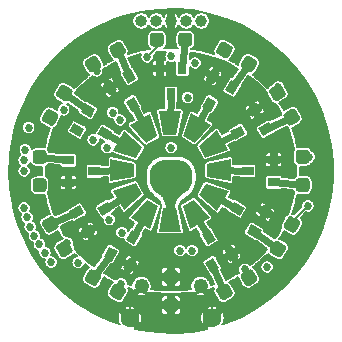
<source format=gtl>
G04 #@! TF.GenerationSoftware,KiCad,Pcbnew,(5.1.12)-1*
G04 #@! TF.CreationDate,2021-11-24T10:48:37+01:00*
G04 #@! TF.ProjectId,solo-nixie,736f6c6f-2d6e-4697-9869-652e6b696361,rev?*
G04 #@! TF.SameCoordinates,Original*
G04 #@! TF.FileFunction,Copper,L1,Top*
G04 #@! TF.FilePolarity,Positive*
%FSLAX46Y46*%
G04 Gerber Fmt 4.6, Leading zero omitted, Abs format (unit mm)*
G04 Created by KiCad (PCBNEW (5.1.12)-1) date 2021-11-24 10:48:37*
%MOMM*%
%LPD*%
G01*
G04 APERTURE LIST*
G04 #@! TA.AperFunction,ComponentPad*
%ADD10O,1.000000X1.000000*%
G04 #@! TD*
G04 #@! TA.AperFunction,ComponentPad*
%ADD11C,1.000000*%
G04 #@! TD*
G04 #@! TA.AperFunction,SMDPad,CuDef*
%ADD12C,0.127000*%
G04 #@! TD*
G04 #@! TA.AperFunction,ComponentPad*
%ADD13C,1.600000*%
G04 #@! TD*
G04 #@! TA.AperFunction,ComponentPad*
%ADD14C,1.250000*%
G04 #@! TD*
G04 #@! TA.AperFunction,SMDPad,CuDef*
%ADD15R,1.000000X0.800000*%
G04 #@! TD*
G04 #@! TA.AperFunction,SMDPad,CuDef*
%ADD16R,0.800000X1.000000*%
G04 #@! TD*
G04 #@! TA.AperFunction,ViaPad*
%ADD17C,0.685800*%
G04 #@! TD*
G04 #@! TA.AperFunction,Conductor*
%ADD18C,0.152400*%
G04 #@! TD*
G04 #@! TA.AperFunction,Conductor*
%ADD19C,0.609600*%
G04 #@! TD*
G04 #@! TA.AperFunction,Conductor*
%ADD20C,0.127000*%
G04 #@! TD*
G04 APERTURE END LIST*
D10*
X187960000Y-88900000D03*
X189230000Y-88900000D03*
X190500000Y-88900000D03*
X191770000Y-88900000D03*
D11*
X193040000Y-88900000D03*
G04 #@! TA.AperFunction,SMDPad,CuDef*
D12*
G36*
X189457052Y-106724390D02*
G01*
X189857052Y-104724390D01*
X190957052Y-104724390D01*
X191357052Y-106724390D01*
X189457052Y-106724390D01*
G37*
G04 #@! TD.AperFunction*
G04 #@! TA.AperFunction,SMDPad,CuDef*
G36*
X192133366Y-106516377D02*
G01*
X191479776Y-104584327D01*
X192432404Y-104034327D01*
X193778814Y-105566377D01*
X192133366Y-106516377D01*
G37*
G04 #@! TD.AperFunction*
G04 #@! TA.AperFunction,SMDPad,CuDef*
G36*
X194416729Y-104979422D02*
G01*
X192884679Y-103633012D01*
X193434679Y-102680384D01*
X195366729Y-103333974D01*
X194416729Y-104979422D01*
G37*
G04 #@! TD.AperFunction*
G04 #@! TA.AperFunction,SMDPad,CuDef*
G36*
X195556089Y-102488046D02*
G01*
X193556089Y-102088046D01*
X193556089Y-100988046D01*
X195556089Y-100588046D01*
X195556089Y-102488046D01*
G37*
G04 #@! TD.AperFunction*
G04 #@! TA.AperFunction,SMDPad,CuDef*
G36*
X195348076Y-99811732D02*
G01*
X193416026Y-100465322D01*
X192866026Y-99512694D01*
X194398076Y-98166284D01*
X195348076Y-99811732D01*
G37*
G04 #@! TD.AperFunction*
G04 #@! TA.AperFunction,SMDPad,CuDef*
G36*
X193847724Y-97664970D02*
G01*
X192501314Y-99197020D01*
X191548686Y-98647020D01*
X192202276Y-96714970D01*
X193847724Y-97664970D01*
G37*
G04 #@! TD.AperFunction*
G04 #@! TA.AperFunction,SMDPad,CuDef*
G36*
X191356347Y-96525610D02*
G01*
X190956347Y-98525610D01*
X189856347Y-98525610D01*
X189456347Y-96525610D01*
X191356347Y-96525610D01*
G37*
G04 #@! TD.AperFunction*
G04 #@! TA.AperFunction,SMDPad,CuDef*
G36*
X188680033Y-96733623D02*
G01*
X189333623Y-98665673D01*
X188380995Y-99215673D01*
X187034585Y-97683623D01*
X188680033Y-96733623D01*
G37*
G04 #@! TD.AperFunction*
G04 #@! TA.AperFunction,SMDPad,CuDef*
G36*
X186533271Y-98233975D02*
G01*
X188065321Y-99580385D01*
X187515321Y-100533013D01*
X185583271Y-99879423D01*
X186533271Y-98233975D01*
G37*
G04 #@! TD.AperFunction*
G04 #@! TA.AperFunction,SMDPad,CuDef*
G36*
X185357309Y-100588750D02*
G01*
X187357309Y-100988750D01*
X187357309Y-102088750D01*
X185357309Y-102488750D01*
X185357309Y-100588750D01*
G37*
G04 #@! TD.AperFunction*
G04 #@! TA.AperFunction,SMDPad,CuDef*
G36*
X185565322Y-103265064D02*
G01*
X187497372Y-102611474D01*
X188047372Y-103564102D01*
X186515322Y-104910512D01*
X185565322Y-103265064D01*
G37*
G04 #@! TD.AperFunction*
G04 #@! TA.AperFunction,SMDPad,CuDef*
G36*
X187102277Y-105548428D02*
G01*
X188448687Y-104016378D01*
X189401315Y-104566378D01*
X188747725Y-106498428D01*
X187102277Y-105548428D01*
G37*
G04 #@! TD.AperFunction*
D13*
X187000000Y-114050000D03*
X194000000Y-114050000D03*
D14*
X188000000Y-111350000D03*
X193000000Y-111350000D03*
G04 #@! TA.AperFunction,SMDPad,CuDef*
D12*
G36*
X184266987Y-98496410D02*
G01*
X184666987Y-97803590D01*
X185533013Y-98303590D01*
X185133013Y-98996410D01*
X184266987Y-98496410D01*
G37*
G04 #@! TD.AperFunction*
G04 #@! TA.AperFunction,SMDPad,CuDef*
G36*
X181886731Y-98219134D02*
G01*
X182286731Y-97526314D01*
X183152757Y-98026314D01*
X182752757Y-98719134D01*
X181886731Y-98219134D01*
G37*
G04 #@! TD.AperFunction*
G04 #@! TA.AperFunction,SMDPad,CuDef*
G36*
X182836731Y-96573686D02*
G01*
X183236731Y-95880866D01*
X184102757Y-96380866D01*
X183702757Y-97073686D01*
X182836731Y-96573686D01*
G37*
G04 #@! TD.AperFunction*
G04 #@! TA.AperFunction,SMDPad,CuDef*
G36*
X184666987Y-105396410D02*
G01*
X184266987Y-104703590D01*
X185133013Y-104203590D01*
X185533013Y-104896410D01*
X184666987Y-105396410D01*
G37*
G04 #@! TD.AperFunction*
G04 #@! TA.AperFunction,SMDPad,CuDef*
G36*
X183236731Y-107319134D02*
G01*
X182836731Y-106626314D01*
X183702757Y-106126314D01*
X184102757Y-106819134D01*
X183236731Y-107319134D01*
G37*
G04 #@! TD.AperFunction*
G04 #@! TA.AperFunction,SMDPad,CuDef*
G36*
X182286731Y-105673686D02*
G01*
X181886731Y-104980866D01*
X182752757Y-104480866D01*
X183152757Y-105173686D01*
X182286731Y-105673686D01*
G37*
G04 #@! TD.AperFunction*
D15*
X184000000Y-101625400D03*
X181800000Y-102575400D03*
X181800000Y-100675400D03*
G04 #@! TA.AperFunction,SMDPad,CuDef*
D12*
G36*
X186653590Y-95719615D02*
G01*
X187346410Y-95319615D01*
X187846410Y-96185641D01*
X187153590Y-96585641D01*
X186653590Y-95719615D01*
G37*
G04 #@! TD.AperFunction*
G04 #@! TA.AperFunction,SMDPad,CuDef*
G36*
X184730866Y-94289359D02*
G01*
X185423686Y-93889359D01*
X185923686Y-94755385D01*
X185230866Y-95155385D01*
X184730866Y-94289359D01*
G37*
G04 #@! TD.AperFunction*
G04 #@! TA.AperFunction,SMDPad,CuDef*
G36*
X186376314Y-93339359D02*
G01*
X187069134Y-92939359D01*
X187569134Y-93805385D01*
X186876314Y-94205385D01*
X186376314Y-93339359D01*
G37*
G04 #@! TD.AperFunction*
D16*
X190500000Y-95100000D03*
X189550000Y-92900000D03*
X191450000Y-92900000D03*
G04 #@! TA.AperFunction,SMDPad,CuDef*
D12*
G36*
X193653590Y-95319615D02*
G01*
X194346410Y-95719615D01*
X193846410Y-96585641D01*
X193153590Y-96185641D01*
X193653590Y-95319615D01*
G37*
G04 #@! TD.AperFunction*
G04 #@! TA.AperFunction,SMDPad,CuDef*
G36*
X193930866Y-92939359D02*
G01*
X194623686Y-93339359D01*
X194123686Y-94205385D01*
X193430866Y-93805385D01*
X193930866Y-92939359D01*
G37*
G04 #@! TD.AperFunction*
G04 #@! TA.AperFunction,SMDPad,CuDef*
G36*
X195576314Y-93889359D02*
G01*
X196269134Y-94289359D01*
X195769134Y-95155385D01*
X195076314Y-94755385D01*
X195576314Y-93889359D01*
G37*
G04 #@! TD.AperFunction*
G04 #@! TA.AperFunction,SMDPad,CuDef*
G36*
X196380385Y-97753590D02*
G01*
X196780385Y-98446410D01*
X195914359Y-98946410D01*
X195514359Y-98253590D01*
X196380385Y-97753590D01*
G37*
G04 #@! TD.AperFunction*
G04 #@! TA.AperFunction,SMDPad,CuDef*
G36*
X197810641Y-95830866D02*
G01*
X198210641Y-96523686D01*
X197344615Y-97023686D01*
X196944615Y-96330866D01*
X197810641Y-95830866D01*
G37*
G04 #@! TD.AperFunction*
G04 #@! TA.AperFunction,SMDPad,CuDef*
G36*
X198760641Y-97476314D02*
G01*
X199160641Y-98169134D01*
X198294615Y-98669134D01*
X197894615Y-97976314D01*
X198760641Y-97476314D01*
G37*
G04 #@! TD.AperFunction*
D15*
X197000000Y-101600000D03*
X199200000Y-100650000D03*
X199200000Y-102550000D03*
G04 #@! TA.AperFunction,SMDPad,CuDef*
D12*
G36*
X196733013Y-104703590D02*
G01*
X196333013Y-105396410D01*
X195466987Y-104896410D01*
X195866987Y-104203590D01*
X196733013Y-104703590D01*
G37*
G04 #@! TD.AperFunction*
G04 #@! TA.AperFunction,SMDPad,CuDef*
G36*
X199113269Y-104980866D02*
G01*
X198713269Y-105673686D01*
X197847243Y-105173686D01*
X198247243Y-104480866D01*
X199113269Y-104980866D01*
G37*
G04 #@! TD.AperFunction*
G04 #@! TA.AperFunction,SMDPad,CuDef*
G36*
X198163269Y-106626314D02*
G01*
X197763269Y-107319134D01*
X196897243Y-106819134D01*
X197297243Y-106126314D01*
X198163269Y-106626314D01*
G37*
G04 #@! TD.AperFunction*
G04 #@! TA.AperFunction,SMDPad,CuDef*
G36*
X194296410Y-107433013D02*
G01*
X193603590Y-107833013D01*
X193103590Y-106966987D01*
X193796410Y-106566987D01*
X194296410Y-107433013D01*
G37*
G04 #@! TD.AperFunction*
G04 #@! TA.AperFunction,SMDPad,CuDef*
G36*
X196219134Y-108863269D02*
G01*
X195526314Y-109263269D01*
X195026314Y-108397243D01*
X195719134Y-107997243D01*
X196219134Y-108863269D01*
G37*
G04 #@! TD.AperFunction*
G04 #@! TA.AperFunction,SMDPad,CuDef*
G36*
X194573686Y-109813269D02*
G01*
X193880866Y-110213269D01*
X193380866Y-109347243D01*
X194073686Y-108947243D01*
X194573686Y-109813269D01*
G37*
G04 #@! TD.AperFunction*
G04 #@! TA.AperFunction,SMDPad,CuDef*
G36*
X187396410Y-107833013D02*
G01*
X186703590Y-107433013D01*
X187203590Y-106566987D01*
X187896410Y-106966987D01*
X187396410Y-107833013D01*
G37*
G04 #@! TD.AperFunction*
G04 #@! TA.AperFunction,SMDPad,CuDef*
G36*
X187119134Y-110213269D02*
G01*
X186426314Y-109813269D01*
X186926314Y-108947243D01*
X187619134Y-109347243D01*
X187119134Y-110213269D01*
G37*
G04 #@! TD.AperFunction*
G04 #@! TA.AperFunction,SMDPad,CuDef*
G36*
X185473686Y-109263269D02*
G01*
X184780866Y-108863269D01*
X185280866Y-107997243D01*
X185973686Y-108397243D01*
X185473686Y-109263269D01*
G37*
G04 #@! TD.AperFunction*
G04 #@! TA.AperFunction,SMDPad,CuDef*
G36*
G01*
X190200000Y-109960000D02*
X190800000Y-109960000D01*
G75*
G02*
X191100000Y-110260000I0J-300000D01*
G01*
X191100000Y-110860000D01*
G75*
G02*
X190800000Y-111160000I-300000J0D01*
G01*
X190200000Y-111160000D01*
G75*
G02*
X189900000Y-110860000I0J300000D01*
G01*
X189900000Y-110260000D01*
G75*
G02*
X190200000Y-109960000I300000J0D01*
G01*
G37*
G04 #@! TD.AperFunction*
G04 #@! TA.AperFunction,SMDPad,CuDef*
G36*
G01*
X190200000Y-112360000D02*
X190800000Y-112360000D01*
G75*
G02*
X191100000Y-112660000I0J-300000D01*
G01*
X191100000Y-113260000D01*
G75*
G02*
X190800000Y-113560000I-300000J0D01*
G01*
X190200000Y-113560000D01*
G75*
G02*
X189900000Y-113260000I0J300000D01*
G01*
X189900000Y-112660000D01*
G75*
G02*
X190200000Y-112360000I300000J0D01*
G01*
G37*
G04 #@! TD.AperFunction*
G04 #@! TA.AperFunction,SMDPad,CuDef*
G36*
G01*
X180225208Y-97743821D02*
X179705592Y-97443821D01*
G75*
G02*
X179595784Y-97034013I150000J259808D01*
G01*
X179895784Y-96514397D01*
G75*
G02*
X180305592Y-96404589I259808J-150000D01*
G01*
X180825208Y-96704589D01*
G75*
G02*
X180935016Y-97114397I-150000J-259808D01*
G01*
X180635016Y-97634013D01*
G75*
G02*
X180225208Y-97743821I-259808J150000D01*
G01*
G37*
G04 #@! TD.AperFunction*
G04 #@! TA.AperFunction,SMDPad,CuDef*
G36*
G01*
X181425208Y-95665361D02*
X180905592Y-95365361D01*
G75*
G02*
X180795784Y-94955553I150000J259808D01*
G01*
X181095784Y-94435937D01*
G75*
G02*
X181505592Y-94326129I259808J-150000D01*
G01*
X182025208Y-94626129D01*
G75*
G02*
X182135016Y-95035937I-150000J-259808D01*
G01*
X181835016Y-95555553D01*
G75*
G02*
X181425208Y-95665361I-259808J150000D01*
G01*
G37*
G04 #@! TD.AperFunction*
G04 #@! TA.AperFunction,SMDPad,CuDef*
G36*
G01*
X182033208Y-108571446D02*
X181513592Y-108871446D01*
G75*
G02*
X181103784Y-108761638I-150000J259808D01*
G01*
X180803784Y-108242022D01*
G75*
G02*
X180913592Y-107832214I259808J150000D01*
G01*
X181433208Y-107532214D01*
G75*
G02*
X181843016Y-107642022I150000J-259808D01*
G01*
X182143016Y-108161638D01*
G75*
G02*
X182033208Y-108571446I-259808J-150000D01*
G01*
G37*
G04 #@! TD.AperFunction*
G04 #@! TA.AperFunction,SMDPad,CuDef*
G36*
G01*
X180833208Y-106492986D02*
X180313592Y-106792986D01*
G75*
G02*
X179903784Y-106683178I-150000J259808D01*
G01*
X179603784Y-106163562D01*
G75*
G02*
X179713592Y-105753754I259808J150000D01*
G01*
X180233208Y-105453754D01*
G75*
G02*
X180643016Y-105563562I150000J-259808D01*
G01*
X180943016Y-106083178D01*
G75*
G02*
X180833208Y-106492986I-259808J-150000D01*
G01*
G37*
G04 #@! TD.AperFunction*
G04 #@! TA.AperFunction,SMDPad,CuDef*
G36*
G01*
X179674800Y-103409400D02*
X179074800Y-103409400D01*
G75*
G02*
X178774800Y-103109400I0J300000D01*
G01*
X178774800Y-102509400D01*
G75*
G02*
X179074800Y-102209400I300000J0D01*
G01*
X179674800Y-102209400D01*
G75*
G02*
X179974800Y-102509400I0J-300000D01*
G01*
X179974800Y-103109400D01*
G75*
G02*
X179674800Y-103409400I-300000J0D01*
G01*
G37*
G04 #@! TD.AperFunction*
G04 #@! TA.AperFunction,SMDPad,CuDef*
G36*
G01*
X179674800Y-101009400D02*
X179074800Y-101009400D01*
G75*
G02*
X178774800Y-100709400I0J300000D01*
G01*
X178774800Y-100109400D01*
G75*
G02*
X179074800Y-99809400I300000J0D01*
G01*
X179674800Y-99809400D01*
G75*
G02*
X179974800Y-100109400I0J-300000D01*
G01*
X179974800Y-100709400D01*
G75*
G02*
X179674800Y-101009400I-300000J0D01*
G01*
G37*
G04 #@! TD.AperFunction*
G04 #@! TA.AperFunction,SMDPad,CuDef*
G36*
G01*
X183526129Y-93125208D02*
X183226129Y-92605592D01*
G75*
G02*
X183335937Y-92195784I259808J150000D01*
G01*
X183855553Y-91895784D01*
G75*
G02*
X184265361Y-92005592I150000J-259808D01*
G01*
X184565361Y-92525208D01*
G75*
G02*
X184455553Y-92935016I-259808J-150000D01*
G01*
X183935937Y-93235016D01*
G75*
G02*
X183526129Y-93125208I-150000J259808D01*
G01*
G37*
G04 #@! TD.AperFunction*
G04 #@! TA.AperFunction,SMDPad,CuDef*
G36*
G01*
X185604589Y-91925208D02*
X185304589Y-91405592D01*
G75*
G02*
X185414397Y-90995784I259808J150000D01*
G01*
X185934013Y-90695784D01*
G75*
G02*
X186343821Y-90805592I150000J-259808D01*
G01*
X186643821Y-91325208D01*
G75*
G02*
X186534013Y-91735016I-259808J-150000D01*
G01*
X186014397Y-92035016D01*
G75*
G02*
X185604589Y-91925208I-150000J259808D01*
G01*
G37*
G04 #@! TD.AperFunction*
G04 #@! TA.AperFunction,SMDPad,CuDef*
G36*
G01*
X188700000Y-90774800D02*
X188700000Y-90174800D01*
G75*
G02*
X189000000Y-89874800I300000J0D01*
G01*
X189600000Y-89874800D01*
G75*
G02*
X189900000Y-90174800I0J-300000D01*
G01*
X189900000Y-90774800D01*
G75*
G02*
X189600000Y-91074800I-300000J0D01*
G01*
X189000000Y-91074800D01*
G75*
G02*
X188700000Y-90774800I0J300000D01*
G01*
G37*
G04 #@! TD.AperFunction*
G04 #@! TA.AperFunction,SMDPad,CuDef*
G36*
G01*
X191100000Y-90774800D02*
X191100000Y-90174800D01*
G75*
G02*
X191400000Y-89874800I300000J0D01*
G01*
X192000000Y-89874800D01*
G75*
G02*
X192300000Y-90174800I0J-300000D01*
G01*
X192300000Y-90774800D01*
G75*
G02*
X192000000Y-91074800I-300000J0D01*
G01*
X191400000Y-91074800D01*
G75*
G02*
X191100000Y-90774800I0J300000D01*
G01*
G37*
G04 #@! TD.AperFunction*
G04 #@! TA.AperFunction,SMDPad,CuDef*
G36*
G01*
X194353754Y-91307808D02*
X194653754Y-90788192D01*
G75*
G02*
X195063562Y-90678384I259808J-150000D01*
G01*
X195583178Y-90978384D01*
G75*
G02*
X195692986Y-91388192I-150000J-259808D01*
G01*
X195392986Y-91907808D01*
G75*
G02*
X194983178Y-92017616I-259808J150000D01*
G01*
X194463562Y-91717616D01*
G75*
G02*
X194353754Y-91307808I150000J259808D01*
G01*
G37*
G04 #@! TD.AperFunction*
G04 #@! TA.AperFunction,SMDPad,CuDef*
G36*
G01*
X196432214Y-92507808D02*
X196732214Y-91988192D01*
G75*
G02*
X197142022Y-91878384I259808J-150000D01*
G01*
X197661638Y-92178384D01*
G75*
G02*
X197771446Y-92588192I-150000J-259808D01*
G01*
X197471446Y-93107808D01*
G75*
G02*
X197061638Y-93217616I-259808J150000D01*
G01*
X196542022Y-92917616D01*
G75*
G02*
X196432214Y-92507808I150000J259808D01*
G01*
G37*
G04 #@! TD.AperFunction*
G04 #@! TA.AperFunction,SMDPad,CuDef*
G36*
G01*
X198949392Y-94600729D02*
X199469008Y-94300729D01*
G75*
G02*
X199878816Y-94410537I150000J-259808D01*
G01*
X200178816Y-94930153D01*
G75*
G02*
X200069008Y-95339961I-259808J-150000D01*
G01*
X199549392Y-95639961D01*
G75*
G02*
X199139584Y-95530153I-150000J259808D01*
G01*
X198839584Y-95010537D01*
G75*
G02*
X198949392Y-94600729I259808J150000D01*
G01*
G37*
G04 #@! TD.AperFunction*
G04 #@! TA.AperFunction,SMDPad,CuDef*
G36*
G01*
X200149392Y-96679189D02*
X200669008Y-96379189D01*
G75*
G02*
X201078816Y-96488997I150000J-259808D01*
G01*
X201378816Y-97008613D01*
G75*
G02*
X201269008Y-97418421I-259808J-150000D01*
G01*
X200749392Y-97718421D01*
G75*
G02*
X200339584Y-97608613I-150000J259808D01*
G01*
X200039584Y-97088997D01*
G75*
G02*
X200149392Y-96679189I259808J150000D01*
G01*
G37*
G04 #@! TD.AperFunction*
G04 #@! TA.AperFunction,SMDPad,CuDef*
G36*
G01*
X201350600Y-99790600D02*
X201950600Y-99790600D01*
G75*
G02*
X202250600Y-100090600I0J-300000D01*
G01*
X202250600Y-100690600D01*
G75*
G02*
X201950600Y-100990600I-300000J0D01*
G01*
X201350600Y-100990600D01*
G75*
G02*
X201050600Y-100690600I0J300000D01*
G01*
X201050600Y-100090600D01*
G75*
G02*
X201350600Y-99790600I300000J0D01*
G01*
G37*
G04 #@! TD.AperFunction*
G04 #@! TA.AperFunction,SMDPad,CuDef*
G36*
G01*
X201350600Y-102190600D02*
X201950600Y-102190600D01*
G75*
G02*
X202250600Y-102490600I0J-300000D01*
G01*
X202250600Y-103090600D01*
G75*
G02*
X201950600Y-103390600I-300000J0D01*
G01*
X201350600Y-103390600D01*
G75*
G02*
X201050600Y-103090600I0J300000D01*
G01*
X201050600Y-102490600D01*
G75*
G02*
X201350600Y-102190600I300000J0D01*
G01*
G37*
G04 #@! TD.AperFunction*
G04 #@! TA.AperFunction,SMDPad,CuDef*
G36*
G01*
X200774792Y-105456179D02*
X201294408Y-105756179D01*
G75*
G02*
X201404216Y-106165987I-150000J-259808D01*
G01*
X201104216Y-106685603D01*
G75*
G02*
X200694408Y-106795411I-259808J150000D01*
G01*
X200174792Y-106495411D01*
G75*
G02*
X200064984Y-106085603I150000J259808D01*
G01*
X200364984Y-105565987D01*
G75*
G02*
X200774792Y-105456179I259808J-150000D01*
G01*
G37*
G04 #@! TD.AperFunction*
G04 #@! TA.AperFunction,SMDPad,CuDef*
G36*
G01*
X199574792Y-107534639D02*
X200094408Y-107834639D01*
G75*
G02*
X200204216Y-108244447I-150000J-259808D01*
G01*
X199904216Y-108764063D01*
G75*
G02*
X199494408Y-108873871I-259808J150000D01*
G01*
X198974792Y-108573871D01*
G75*
G02*
X198864984Y-108164063I150000J259808D01*
G01*
X199164984Y-107644447D01*
G75*
G02*
X199574792Y-107534639I259808J-150000D01*
G01*
G37*
G04 #@! TD.AperFunction*
G04 #@! TA.AperFunction,SMDPad,CuDef*
G36*
G01*
X197471446Y-110066792D02*
X197771446Y-110586408D01*
G75*
G02*
X197661638Y-110996216I-259808J-150000D01*
G01*
X197142022Y-111296216D01*
G75*
G02*
X196732214Y-111186408I-150000J259808D01*
G01*
X196432214Y-110666792D01*
G75*
G02*
X196542022Y-110256984I259808J150000D01*
G01*
X197061638Y-109956984D01*
G75*
G02*
X197471446Y-110066792I150000J-259808D01*
G01*
G37*
G04 #@! TD.AperFunction*
G04 #@! TA.AperFunction,SMDPad,CuDef*
G36*
G01*
X195392986Y-111266792D02*
X195692986Y-111786408D01*
G75*
G02*
X195583178Y-112196216I-259808J-150000D01*
G01*
X195063562Y-112496216D01*
G75*
G02*
X194653754Y-112386408I-150000J259808D01*
G01*
X194353754Y-111866792D01*
G75*
G02*
X194463562Y-111456984I259808J150000D01*
G01*
X194983178Y-111156984D01*
G75*
G02*
X195392986Y-111266792I150000J-259808D01*
G01*
G37*
G04 #@! TD.AperFunction*
G04 #@! TA.AperFunction,SMDPad,CuDef*
G36*
G01*
X186646246Y-111866792D02*
X186346246Y-112386408D01*
G75*
G02*
X185936438Y-112496216I-259808J150000D01*
G01*
X185416822Y-112196216D01*
G75*
G02*
X185307014Y-111786408I150000J259808D01*
G01*
X185607014Y-111266792D01*
G75*
G02*
X186016822Y-111156984I259808J-150000D01*
G01*
X186536438Y-111456984D01*
G75*
G02*
X186646246Y-111866792I-150000J-259808D01*
G01*
G37*
G04 #@! TD.AperFunction*
G04 #@! TA.AperFunction,SMDPad,CuDef*
G36*
G01*
X184567786Y-110666792D02*
X184267786Y-111186408D01*
G75*
G02*
X183857978Y-111296216I-259808J150000D01*
G01*
X183338362Y-110996216D01*
G75*
G02*
X183228554Y-110586408I150000J259808D01*
G01*
X183528554Y-110066792D01*
G75*
G02*
X183938362Y-109956984I259808J-150000D01*
G01*
X184457978Y-110256984D01*
G75*
G02*
X184567786Y-110666792I-150000J-259808D01*
G01*
G37*
G04 #@! TD.AperFunction*
D17*
X191516000Y-102489000D03*
X189484000Y-102489000D03*
X191516000Y-101473000D03*
X189484000Y-101473000D03*
X190500000Y-101473000D03*
X190500000Y-102489000D03*
X191897000Y-95377000D03*
X185064400Y-99618800D03*
X191250004Y-108331000D03*
X192278000Y-108331000D03*
X186182000Y-97282000D03*
X190500000Y-91904700D03*
X185547000Y-96647000D03*
X192532000Y-92456000D03*
X185267600Y-105714800D03*
X186283598Y-111150400D03*
X183895996Y-98958401D03*
X181406796Y-96418400D03*
X196748389Y-109931200D03*
X190500000Y-99618800D03*
X178435000Y-97917002D03*
X186334400Y-106807000D03*
X178054000Y-100685600D03*
X178058851Y-104722363D03*
X202082400Y-104546400D03*
X178314983Y-105520483D03*
X202200000Y-100390600D03*
X178576217Y-106316947D03*
X199593200Y-94488000D03*
X178918754Y-107081975D03*
X195326000Y-91249510D03*
X179828013Y-108505733D03*
X188468000Y-91948000D03*
X180340000Y-109321600D03*
X184200800Y-93116400D03*
X179169369Y-102539789D03*
X181724321Y-107696000D03*
X179354907Y-107797774D03*
X180035204Y-97028000D03*
X178155607Y-99796611D03*
X198628006Y-109728000D03*
X178054000Y-101600000D03*
X182626000Y-109347000D03*
X182499000Y-98171000D03*
D18*
X194000000Y-112350000D02*
X193000000Y-111350000D01*
X194000000Y-114050000D02*
X194000000Y-112350000D01*
X187000000Y-112350000D02*
X188000000Y-111350000D01*
X187000000Y-114050000D02*
X187000000Y-112350000D01*
D19*
X190500000Y-105631442D02*
X190407052Y-105724390D01*
X190500000Y-102489000D02*
X190500000Y-105631442D01*
D18*
X186283598Y-111519632D02*
X186283598Y-111150400D01*
X185976630Y-111826600D02*
X186283598Y-111519632D01*
X197101830Y-110284641D02*
X196748389Y-109931200D01*
X197101830Y-110626600D02*
X197101830Y-110284641D01*
D19*
X187300000Y-107200000D02*
X188425001Y-105157403D01*
X184900000Y-104800000D02*
X186906347Y-103587788D01*
X184000000Y-101625400D02*
X186357309Y-101538750D01*
X184900000Y-98400000D02*
X186924296Y-99556699D01*
X187250000Y-95952628D02*
X188357309Y-98074648D01*
X190500000Y-95100000D02*
X190406347Y-97525610D01*
X193750000Y-95952628D02*
X192525000Y-98055995D01*
X196147372Y-98350000D02*
X194007051Y-99489008D01*
X197000000Y-101600000D02*
X194556089Y-101538046D01*
X196100000Y-104800000D02*
X194025704Y-103656698D01*
X193700000Y-107200000D02*
X192456090Y-105175352D01*
X183898170Y-110626600D02*
X185377276Y-108630256D01*
X195023370Y-111826600D02*
X193977276Y-109580256D01*
X199534600Y-108204255D02*
X197530256Y-106722724D01*
X201650600Y-102790600D02*
X199200000Y-102550000D01*
X200709200Y-97048805D02*
X198527628Y-98072724D01*
X197101830Y-92548000D02*
X195672724Y-94522372D01*
X191700000Y-90474800D02*
X191450000Y-92900000D01*
X185974205Y-91365400D02*
X186972724Y-93572372D01*
X179374800Y-100409400D02*
X181800000Y-100675400D01*
X180273400Y-106123370D02*
X182519744Y-105077276D01*
X181465400Y-94995745D02*
X183469744Y-96477276D01*
D18*
X200734600Y-105894200D02*
X200734600Y-106125795D01*
X202082400Y-104546400D02*
X200734600Y-105894200D01*
X199509200Y-94572000D02*
X199593200Y-94488000D01*
X199509200Y-94970345D02*
X199509200Y-94572000D01*
X195023370Y-91348000D02*
X195121860Y-91249510D01*
X195121860Y-91249510D02*
X195326000Y-91249510D01*
X189300000Y-90474800D02*
X189300000Y-91116000D01*
X189300000Y-91116000D02*
X188468000Y-91948000D01*
X183895745Y-92565400D02*
X183895745Y-92811345D01*
X183895745Y-92811345D02*
X184200800Y-93116400D01*
X179169369Y-102603969D02*
X179169369Y-102539789D01*
X179374800Y-102809400D02*
X179169369Y-102603969D01*
X180265400Y-97074205D02*
X180219195Y-97028000D01*
X180219195Y-97028000D02*
X180035204Y-97028000D01*
D19*
X195399668Y-108407200D02*
X195622724Y-108630256D01*
D18*
X190056087Y-91540390D02*
X189993543Y-91633993D01*
X189950463Y-91738000D01*
X189928500Y-91848412D01*
X189928500Y-91960988D01*
X189950463Y-92071400D01*
X189993187Y-92174548D01*
X189950000Y-92170294D01*
X189835750Y-92171400D01*
X189778600Y-92228550D01*
X189778600Y-92671400D01*
X190121450Y-92671400D01*
X190178600Y-92614250D01*
X190179706Y-92400000D01*
X190177389Y-92376476D01*
X190229293Y-92411157D01*
X190333300Y-92454237D01*
X190443712Y-92476200D01*
X190556288Y-92476200D01*
X190666700Y-92454237D01*
X190770707Y-92411157D01*
X190822611Y-92376476D01*
X190820294Y-92400000D01*
X190820294Y-93400000D01*
X190824708Y-93444813D01*
X190837779Y-93487905D01*
X190859006Y-93527618D01*
X190887573Y-93562427D01*
X190922382Y-93590994D01*
X190962095Y-93612221D01*
X191005187Y-93625292D01*
X191050000Y-93629706D01*
X191850000Y-93629706D01*
X191894813Y-93625292D01*
X191937905Y-93612221D01*
X191977618Y-93590994D01*
X192012427Y-93562427D01*
X192040994Y-93527618D01*
X192062221Y-93487905D01*
X192075292Y-93444813D01*
X192079706Y-93400000D01*
X192079706Y-92807767D01*
X192088087Y-92820310D01*
X192167690Y-92899913D01*
X192261293Y-92962457D01*
X192365300Y-93005537D01*
X192475712Y-93027500D01*
X192588288Y-93027500D01*
X192673222Y-93010605D01*
X193625767Y-93010605D01*
X193646686Y-93088674D01*
X193943603Y-93260099D01*
X194165028Y-92876579D01*
X194144109Y-92798511D01*
X194045719Y-92740428D01*
X194004703Y-92721844D01*
X193960848Y-92711618D01*
X193915842Y-92710145D01*
X193871413Y-92717480D01*
X193829269Y-92733342D01*
X193791030Y-92757121D01*
X193758164Y-92787904D01*
X193731935Y-92824506D01*
X193625767Y-93010605D01*
X192673222Y-93010605D01*
X192698700Y-93005537D01*
X192802707Y-92962457D01*
X192896310Y-92899913D01*
X192975913Y-92820310D01*
X193038457Y-92726707D01*
X193081537Y-92622700D01*
X193103500Y-92512288D01*
X193103500Y-92399712D01*
X193081537Y-92289300D01*
X193038457Y-92185293D01*
X192975913Y-92091690D01*
X192896310Y-92012087D01*
X192802707Y-91949543D01*
X192698700Y-91906463D01*
X192588288Y-91884500D01*
X192475712Y-91884500D01*
X192365300Y-91906463D01*
X192261293Y-91949543D01*
X192167690Y-92012087D01*
X192088087Y-92091690D01*
X192066169Y-92124493D01*
X192122132Y-91581601D01*
X192271832Y-91595752D01*
X192897510Y-91694850D01*
X193515736Y-91833039D01*
X194124049Y-92009770D01*
X194720076Y-92224353D01*
X195301457Y-92475939D01*
X195865887Y-92763530D01*
X196161017Y-92938070D01*
X195632818Y-93667802D01*
X195606297Y-93661618D01*
X195561290Y-93660145D01*
X195516862Y-93667480D01*
X195474718Y-93683342D01*
X195436478Y-93707121D01*
X195403612Y-93737903D01*
X195377383Y-93774506D01*
X194877383Y-94640532D01*
X194858798Y-94681548D01*
X194848573Y-94725402D01*
X194847100Y-94770408D01*
X194854435Y-94814837D01*
X194870297Y-94856981D01*
X194894076Y-94895221D01*
X194924858Y-94928087D01*
X194961461Y-94954316D01*
X195654281Y-95354316D01*
X195695297Y-95372901D01*
X195739151Y-95383126D01*
X195784158Y-95384599D01*
X195828586Y-95377264D01*
X195870730Y-95361402D01*
X195908970Y-95337623D01*
X195941836Y-95306841D01*
X195968065Y-95270238D01*
X196468065Y-94404212D01*
X196486650Y-94363196D01*
X196496875Y-94319342D01*
X196497762Y-94292249D01*
X197049123Y-93530520D01*
X197435634Y-93830328D01*
X197910799Y-94249243D01*
X198358757Y-94697201D01*
X198577995Y-94945878D01*
X198597797Y-95030805D01*
X198640653Y-95125390D01*
X198940653Y-95645006D01*
X199001138Y-95729412D01*
X199076927Y-95800397D01*
X199165109Y-95855232D01*
X199262294Y-95891810D01*
X199321319Y-95901555D01*
X199522003Y-96196852D01*
X199823550Y-96706740D01*
X199787735Y-96801899D01*
X199771598Y-96899639D01*
X198910736Y-97303684D01*
X198900477Y-97294076D01*
X198862237Y-97270297D01*
X198820093Y-97254435D01*
X198775665Y-97247100D01*
X198730658Y-97248573D01*
X198686804Y-97258798D01*
X198645788Y-97277383D01*
X197779762Y-97777383D01*
X197743159Y-97803612D01*
X197712377Y-97836478D01*
X197688598Y-97874718D01*
X197672736Y-97916862D01*
X197665401Y-97961291D01*
X197666874Y-98006297D01*
X197677099Y-98050151D01*
X197695684Y-98091167D01*
X198095684Y-98783987D01*
X198121913Y-98820590D01*
X198154779Y-98851372D01*
X198193019Y-98875151D01*
X198235163Y-98891013D01*
X198279591Y-98898348D01*
X198324598Y-98896875D01*
X198368452Y-98886650D01*
X198409468Y-98868065D01*
X199275494Y-98368065D01*
X199312097Y-98341836D01*
X199342879Y-98308970D01*
X199366658Y-98270730D01*
X199367835Y-98267603D01*
X200249945Y-97853585D01*
X200276927Y-97878857D01*
X200365109Y-97933692D01*
X200405613Y-97948937D01*
X200598230Y-98483951D01*
X200774961Y-99092264D01*
X200913150Y-99710490D01*
X200924061Y-99779380D01*
X200910166Y-99796311D01*
X200861215Y-99887890D01*
X200831072Y-99987259D01*
X200820894Y-100090600D01*
X200820894Y-100690600D01*
X200831072Y-100793941D01*
X200861215Y-100893310D01*
X200910166Y-100984889D01*
X200976041Y-101065159D01*
X201056311Y-101131034D01*
X201077380Y-101142296D01*
X201091763Y-101600000D01*
X201077980Y-102038583D01*
X201056311Y-102050166D01*
X200976041Y-102116041D01*
X200921081Y-102183011D01*
X199919057Y-102084633D01*
X199912221Y-102062095D01*
X199890994Y-102022382D01*
X199862427Y-101987573D01*
X199827618Y-101959006D01*
X199787905Y-101937779D01*
X199744813Y-101924708D01*
X199700000Y-101920294D01*
X198700000Y-101920294D01*
X198655187Y-101924708D01*
X198612095Y-101937779D01*
X198572382Y-101959006D01*
X198537573Y-101987573D01*
X198509006Y-102022382D01*
X198487779Y-102062095D01*
X198474708Y-102105187D01*
X198470294Y-102150000D01*
X198470294Y-102950000D01*
X198474708Y-102994813D01*
X198487779Y-103037905D01*
X198509006Y-103077618D01*
X198537573Y-103112427D01*
X198572382Y-103140994D01*
X198612095Y-103162221D01*
X198655187Y-103175292D01*
X198700000Y-103179706D01*
X199700000Y-103179706D01*
X199744813Y-103175292D01*
X199787905Y-103162221D01*
X199817202Y-103146561D01*
X200847381Y-103247704D01*
X200861215Y-103293310D01*
X200910166Y-103384889D01*
X200926557Y-103404862D01*
X200913150Y-103489510D01*
X200774961Y-104107736D01*
X200598230Y-104716049D01*
X200412210Y-105232740D01*
X200390509Y-105240908D01*
X200302327Y-105295743D01*
X200226538Y-105366728D01*
X200166053Y-105451134D01*
X199866053Y-105970750D01*
X199823197Y-106065335D01*
X199799618Y-106166463D01*
X199796220Y-106270248D01*
X199813135Y-106372701D01*
X199844888Y-106457067D01*
X199844470Y-106457887D01*
X199522003Y-107003148D01*
X199337553Y-107274558D01*
X199287694Y-107282790D01*
X199219866Y-107308319D01*
X198383181Y-106689876D01*
X198391010Y-106656297D01*
X198392483Y-106611290D01*
X198385148Y-106566862D01*
X198369286Y-106524718D01*
X198345507Y-106486478D01*
X198314725Y-106453612D01*
X198278122Y-106427383D01*
X197412096Y-105927383D01*
X197371080Y-105908798D01*
X197327226Y-105898573D01*
X197282220Y-105897100D01*
X197237791Y-105904435D01*
X197195647Y-105920297D01*
X197157407Y-105944076D01*
X197124541Y-105974858D01*
X197098312Y-106011461D01*
X196698312Y-106704281D01*
X196679727Y-106745297D01*
X196669502Y-106789151D01*
X196668029Y-106834158D01*
X196675364Y-106878586D01*
X196691226Y-106920730D01*
X196715005Y-106958970D01*
X196745787Y-106991836D01*
X196782390Y-107018065D01*
X197648416Y-107518065D01*
X197689432Y-107536650D01*
X197733286Y-107546875D01*
X197748550Y-107547375D01*
X198613236Y-108186516D01*
X198604476Y-108224086D01*
X198358757Y-108502799D01*
X197910799Y-108950757D01*
X197435634Y-109369672D01*
X197187532Y-109562120D01*
X197112699Y-109487287D01*
X197019096Y-109424743D01*
X196915089Y-109381663D01*
X196804677Y-109359700D01*
X196692101Y-109359700D01*
X196581689Y-109381663D01*
X196477682Y-109424743D01*
X196384079Y-109487287D01*
X196304476Y-109566890D01*
X196241932Y-109660493D01*
X196198852Y-109764500D01*
X196176889Y-109874912D01*
X196176889Y-109987488D01*
X196198852Y-110097900D01*
X196241932Y-110201907D01*
X196247761Y-110210630D01*
X195865887Y-110436470D01*
X195301457Y-110724061D01*
X195132401Y-110797218D01*
X194744827Y-109964954D01*
X194755924Y-109953105D01*
X194779703Y-109914865D01*
X194795565Y-109872721D01*
X194802900Y-109828293D01*
X194801427Y-109783286D01*
X194791202Y-109739432D01*
X194772617Y-109698416D01*
X194480252Y-109192023D01*
X195221215Y-109192023D01*
X195327383Y-109378122D01*
X195353612Y-109414724D01*
X195386478Y-109445507D01*
X195424717Y-109469286D01*
X195466861Y-109485148D01*
X195511290Y-109492483D01*
X195556296Y-109491010D01*
X195600151Y-109480784D01*
X195641167Y-109462200D01*
X195739557Y-109404117D01*
X195760476Y-109326049D01*
X195539051Y-108942529D01*
X195242134Y-109113954D01*
X195221215Y-109192023D01*
X194480252Y-109192023D01*
X194272617Y-108832390D01*
X194246388Y-108795787D01*
X194213522Y-108765005D01*
X194175282Y-108741226D01*
X194133138Y-108725364D01*
X194088709Y-108718029D01*
X194043703Y-108719502D01*
X193999849Y-108729727D01*
X193958833Y-108748312D01*
X193266013Y-109148312D01*
X193229410Y-109174541D01*
X193198628Y-109207407D01*
X193174849Y-109245647D01*
X193158987Y-109287791D01*
X193151652Y-109332219D01*
X193153125Y-109377226D01*
X193163350Y-109421080D01*
X193181935Y-109462096D01*
X193681935Y-110328122D01*
X193708164Y-110364725D01*
X193741030Y-110395507D01*
X193779270Y-110419286D01*
X193779671Y-110419437D01*
X194136527Y-111185738D01*
X194124049Y-111190230D01*
X193853600Y-111268803D01*
X193853600Y-111265928D01*
X193820796Y-111101014D01*
X193756450Y-110945669D01*
X193663034Y-110805862D01*
X193544138Y-110686966D01*
X193404331Y-110593550D01*
X193248986Y-110529204D01*
X193084072Y-110496400D01*
X192915928Y-110496400D01*
X192751014Y-110529204D01*
X192595669Y-110593550D01*
X192455862Y-110686966D01*
X192336966Y-110805862D01*
X192243550Y-110945669D01*
X192179204Y-111101014D01*
X192146400Y-111265928D01*
X192146400Y-111434072D01*
X192179204Y-111598986D01*
X192184792Y-111612476D01*
X191641156Y-111663866D01*
X191006816Y-111683800D01*
X189993184Y-111683800D01*
X189358844Y-111663866D01*
X188815208Y-111612476D01*
X188820796Y-111598986D01*
X188853600Y-111434072D01*
X188853600Y-111265928D01*
X188832530Y-111160000D01*
X189670294Y-111160000D01*
X189674708Y-111204813D01*
X189687779Y-111247905D01*
X189709006Y-111287618D01*
X189737573Y-111322427D01*
X189772382Y-111350994D01*
X189812095Y-111372221D01*
X189855187Y-111385292D01*
X189900000Y-111389706D01*
X190214250Y-111388600D01*
X190271400Y-111331450D01*
X190271400Y-110788600D01*
X190728600Y-110788600D01*
X190728600Y-111331450D01*
X190785750Y-111388600D01*
X191100000Y-111389706D01*
X191144813Y-111385292D01*
X191187905Y-111372221D01*
X191227618Y-111350994D01*
X191262427Y-111322427D01*
X191290994Y-111287618D01*
X191312221Y-111247905D01*
X191325292Y-111204813D01*
X191329706Y-111160000D01*
X191328600Y-110845750D01*
X191271450Y-110788600D01*
X190728600Y-110788600D01*
X190271400Y-110788600D01*
X189728550Y-110788600D01*
X189671400Y-110845750D01*
X189670294Y-111160000D01*
X188832530Y-111160000D01*
X188820796Y-111101014D01*
X188756450Y-110945669D01*
X188663034Y-110805862D01*
X188544138Y-110686966D01*
X188404331Y-110593550D01*
X188248986Y-110529204D01*
X188084072Y-110496400D01*
X187915928Y-110496400D01*
X187751014Y-110529204D01*
X187595669Y-110593550D01*
X187455862Y-110686966D01*
X187336966Y-110805862D01*
X187243550Y-110945669D01*
X187179204Y-111101014D01*
X187146400Y-111265928D01*
X187146400Y-111268803D01*
X186875951Y-111190230D01*
X186855098Y-111182722D01*
X186855098Y-111094112D01*
X186833135Y-110983700D01*
X186790055Y-110879693D01*
X186727511Y-110786090D01*
X186647908Y-110706487D01*
X186554305Y-110643943D01*
X186450298Y-110600863D01*
X186339886Y-110578900D01*
X186227310Y-110578900D01*
X186116898Y-110600863D01*
X186012891Y-110643943D01*
X185919288Y-110706487D01*
X185840349Y-110785426D01*
X185698543Y-110724061D01*
X185134113Y-110436470D01*
X184862857Y-110276049D01*
X186884972Y-110276049D01*
X186905891Y-110354117D01*
X187004281Y-110412200D01*
X187045297Y-110430784D01*
X187089152Y-110441010D01*
X187134158Y-110442483D01*
X187178587Y-110435148D01*
X187220731Y-110419286D01*
X187258970Y-110395507D01*
X187291836Y-110364724D01*
X187318065Y-110328122D01*
X187424233Y-110142023D01*
X187403314Y-110063954D01*
X187223261Y-109960000D01*
X189670294Y-109960000D01*
X189671400Y-110274250D01*
X189728550Y-110331400D01*
X190271400Y-110331400D01*
X190271400Y-109788550D01*
X190728600Y-109788550D01*
X190728600Y-110331400D01*
X191271450Y-110331400D01*
X191328600Y-110274250D01*
X191329706Y-109960000D01*
X191325292Y-109915187D01*
X191312221Y-109872095D01*
X191290994Y-109832382D01*
X191262427Y-109797573D01*
X191227618Y-109769006D01*
X191187905Y-109747779D01*
X191144813Y-109734708D01*
X191100000Y-109730294D01*
X190785750Y-109731400D01*
X190728600Y-109788550D01*
X190271400Y-109788550D01*
X190214250Y-109731400D01*
X189900000Y-109730294D01*
X189855187Y-109734708D01*
X189812095Y-109747779D01*
X189772382Y-109769006D01*
X189737573Y-109797573D01*
X189709006Y-109832382D01*
X189687779Y-109872095D01*
X189674708Y-109915187D01*
X189670294Y-109960000D01*
X187223261Y-109960000D01*
X187106397Y-109892529D01*
X186884972Y-110276049D01*
X184862857Y-110276049D01*
X184834272Y-110259144D01*
X185153493Y-109828292D01*
X186197099Y-109828292D01*
X186204434Y-109872721D01*
X186220296Y-109914865D01*
X186244075Y-109953105D01*
X186274859Y-109985971D01*
X186311461Y-110012200D01*
X186410957Y-110068367D01*
X186489026Y-110047449D01*
X186710451Y-109663929D01*
X186420600Y-109496583D01*
X187334997Y-109496583D01*
X187631914Y-109668008D01*
X187709983Y-109647089D01*
X187818065Y-109462096D01*
X187836649Y-109421080D01*
X187846875Y-109377226D01*
X187848349Y-109332220D01*
X187841014Y-109287791D01*
X187825152Y-109245647D01*
X187801373Y-109207407D01*
X187770589Y-109174541D01*
X187733987Y-109148312D01*
X187634491Y-109092145D01*
X187556422Y-109113063D01*
X187334997Y-109496583D01*
X186420600Y-109496583D01*
X186413534Y-109492504D01*
X186335465Y-109513423D01*
X186227383Y-109698416D01*
X186208799Y-109739432D01*
X186198573Y-109783286D01*
X186197099Y-109828292D01*
X185153493Y-109828292D01*
X185409327Y-109482995D01*
X185443703Y-109491010D01*
X185488710Y-109492483D01*
X185533138Y-109485148D01*
X185575282Y-109469286D01*
X185613522Y-109445507D01*
X185646388Y-109414725D01*
X185672617Y-109378122D01*
X185880251Y-109018489D01*
X186621215Y-109018489D01*
X186642134Y-109096558D01*
X186939051Y-109267983D01*
X187160476Y-108884463D01*
X187139557Y-108806395D01*
X187041167Y-108748312D01*
X187000151Y-108729728D01*
X186956296Y-108719502D01*
X186911290Y-108718029D01*
X186866861Y-108725364D01*
X186824717Y-108741226D01*
X186786478Y-108765005D01*
X186753612Y-108795788D01*
X186727383Y-108832390D01*
X186621215Y-109018489D01*
X185880251Y-109018489D01*
X186172617Y-108512096D01*
X186191202Y-108471080D01*
X186201427Y-108427226D01*
X186202900Y-108382220D01*
X186195565Y-108337791D01*
X186179703Y-108295647D01*
X186166685Y-108274712D01*
X190678504Y-108274712D01*
X190678504Y-108387288D01*
X190700467Y-108497700D01*
X190743547Y-108601707D01*
X190806091Y-108695310D01*
X190885694Y-108774913D01*
X190979297Y-108837457D01*
X191083304Y-108880537D01*
X191193716Y-108902500D01*
X191306292Y-108902500D01*
X191416704Y-108880537D01*
X191520711Y-108837457D01*
X191614314Y-108774913D01*
X191693917Y-108695310D01*
X191756461Y-108601707D01*
X191764002Y-108583501D01*
X191771543Y-108601707D01*
X191834087Y-108695310D01*
X191913690Y-108774913D01*
X192007293Y-108837457D01*
X192111300Y-108880537D01*
X192221712Y-108902500D01*
X192334288Y-108902500D01*
X192444700Y-108880537D01*
X192548707Y-108837457D01*
X192642310Y-108774913D01*
X192721913Y-108695310D01*
X192784457Y-108601707D01*
X192827537Y-108497700D01*
X192849500Y-108387288D01*
X192849500Y-108382220D01*
X194797099Y-108382220D01*
X194798573Y-108427226D01*
X194808799Y-108471080D01*
X194827383Y-108512096D01*
X194935465Y-108697089D01*
X195013534Y-108718008D01*
X195020599Y-108713929D01*
X195934997Y-108713929D01*
X196156422Y-109097449D01*
X196234491Y-109118367D01*
X196333987Y-109062200D01*
X196370589Y-109035971D01*
X196401373Y-109003105D01*
X196425152Y-108964865D01*
X196441014Y-108922721D01*
X196448349Y-108878292D01*
X196446875Y-108833286D01*
X196436649Y-108789432D01*
X196418065Y-108748416D01*
X196309983Y-108563423D01*
X196231914Y-108542504D01*
X195934997Y-108713929D01*
X195020599Y-108713929D01*
X195310451Y-108546583D01*
X195089026Y-108163063D01*
X195010957Y-108142145D01*
X194911461Y-108198312D01*
X194874859Y-108224541D01*
X194844075Y-108257407D01*
X194820296Y-108295647D01*
X194804434Y-108337791D01*
X194797099Y-108382220D01*
X192849500Y-108382220D01*
X192849500Y-108274712D01*
X192827537Y-108164300D01*
X192784457Y-108060293D01*
X192721913Y-107966690D01*
X192642310Y-107887087D01*
X192548707Y-107824543D01*
X192444700Y-107781463D01*
X192334288Y-107759500D01*
X192221712Y-107759500D01*
X192111300Y-107781463D01*
X192007293Y-107824543D01*
X191913690Y-107887087D01*
X191834087Y-107966690D01*
X191771543Y-108060293D01*
X191764002Y-108078499D01*
X191756461Y-108060293D01*
X191693917Y-107966690D01*
X191614314Y-107887087D01*
X191520711Y-107824543D01*
X191416704Y-107781463D01*
X191306292Y-107759500D01*
X191193716Y-107759500D01*
X191083304Y-107781463D01*
X190979297Y-107824543D01*
X190885694Y-107887087D01*
X190806091Y-107966690D01*
X190743547Y-108060293D01*
X190700467Y-108164300D01*
X190678504Y-108274712D01*
X186166685Y-108274712D01*
X186155924Y-108257407D01*
X186125142Y-108224541D01*
X186088539Y-108198312D01*
X185395719Y-107798312D01*
X185354703Y-107779727D01*
X185310849Y-107769502D01*
X185265842Y-107768029D01*
X185221414Y-107775364D01*
X185179270Y-107791226D01*
X185141030Y-107815005D01*
X185108164Y-107845787D01*
X185081935Y-107882390D01*
X184581935Y-108748416D01*
X184563350Y-108789432D01*
X184553125Y-108833286D01*
X184552669Y-108847228D01*
X183946165Y-109665825D01*
X183564366Y-109369672D01*
X183089201Y-108950757D01*
X182641243Y-108502799D01*
X182407169Y-108237294D01*
X182384803Y-108141370D01*
X182341947Y-108046785D01*
X182257904Y-107901218D01*
X182273858Y-107862700D01*
X182295821Y-107752288D01*
X182295821Y-107639712D01*
X182273858Y-107529300D01*
X182230778Y-107425293D01*
X182170106Y-107334491D01*
X182981633Y-107334491D01*
X183037800Y-107433987D01*
X183064029Y-107470589D01*
X183096895Y-107501373D01*
X183135135Y-107525152D01*
X183177279Y-107541014D01*
X183221708Y-107548349D01*
X183266714Y-107546875D01*
X183310568Y-107536649D01*
X183351584Y-107518065D01*
X183536577Y-107409983D01*
X183557496Y-107331914D01*
X183386071Y-107034997D01*
X183002551Y-107256422D01*
X182981633Y-107334491D01*
X182170106Y-107334491D01*
X182168234Y-107331690D01*
X182088631Y-107252087D01*
X181995028Y-107189543D01*
X181891021Y-107146463D01*
X181780609Y-107124500D01*
X181668033Y-107124500D01*
X181573277Y-107143349D01*
X181477997Y-107003148D01*
X181246253Y-106611290D01*
X182607517Y-106611290D01*
X182608990Y-106656296D01*
X182619216Y-106700151D01*
X182637800Y-106741167D01*
X182695883Y-106839557D01*
X182773951Y-106860476D01*
X182867618Y-106806397D01*
X183782017Y-106806397D01*
X183953442Y-107103314D01*
X184031511Y-107124233D01*
X184217610Y-107018065D01*
X184254212Y-106991836D01*
X184284995Y-106958970D01*
X184308774Y-106920731D01*
X184324636Y-106878587D01*
X184331971Y-106834158D01*
X184330498Y-106789152D01*
X184321535Y-106750712D01*
X185762900Y-106750712D01*
X185762900Y-106863288D01*
X185784863Y-106973700D01*
X185827943Y-107077707D01*
X185890487Y-107171310D01*
X185970090Y-107250913D01*
X186063693Y-107313457D01*
X186167700Y-107356537D01*
X186278112Y-107378500D01*
X186390688Y-107378500D01*
X186485988Y-107359543D01*
X186475849Y-107403030D01*
X186474376Y-107448036D01*
X186481711Y-107492465D01*
X186497573Y-107534609D01*
X186521352Y-107572849D01*
X186552134Y-107605715D01*
X186588737Y-107631944D01*
X187281557Y-108031944D01*
X187322573Y-108050529D01*
X187366427Y-108060754D01*
X187411434Y-108062227D01*
X187455862Y-108054892D01*
X187498006Y-108039030D01*
X187536246Y-108015251D01*
X187569112Y-107984469D01*
X187595341Y-107947866D01*
X188095341Y-107081840D01*
X188113926Y-107040824D01*
X188124151Y-106996970D01*
X188125624Y-106951964D01*
X188118289Y-106907535D01*
X188102427Y-106865391D01*
X188097557Y-106857560D01*
X188293657Y-106501513D01*
X188632872Y-106697359D01*
X188674116Y-106716021D01*
X188717981Y-106726200D01*
X188762988Y-106727626D01*
X188807409Y-106720245D01*
X188849537Y-106704339D01*
X188887752Y-106680520D01*
X188920585Y-106649703D01*
X188946776Y-106613073D01*
X188965318Y-106572037D01*
X189618908Y-104639987D01*
X189629056Y-104596361D01*
X189630529Y-104551355D01*
X189623194Y-104506926D01*
X189607332Y-104464782D01*
X189583553Y-104426542D01*
X189552771Y-104393676D01*
X189516168Y-104367447D01*
X188563540Y-103817447D01*
X188522751Y-103798940D01*
X188478908Y-103788669D01*
X188433903Y-103787148D01*
X188389467Y-103794437D01*
X188347306Y-103810255D01*
X188309042Y-103833994D01*
X188276143Y-103864742D01*
X186929733Y-105396792D01*
X186903346Y-105433575D01*
X186884761Y-105474591D01*
X186874536Y-105518445D01*
X186873063Y-105563451D01*
X186880398Y-105607880D01*
X186896260Y-105650024D01*
X186920039Y-105688264D01*
X186950821Y-105721130D01*
X186987424Y-105747359D01*
X187369594Y-105968005D01*
X187163673Y-106341883D01*
X187144138Y-106345108D01*
X187101994Y-106360970D01*
X187063754Y-106384749D01*
X187030888Y-106415531D01*
X187004659Y-106452134D01*
X186887034Y-106655867D01*
X186883937Y-106640300D01*
X186840857Y-106536293D01*
X186778313Y-106442690D01*
X186698710Y-106363087D01*
X186605107Y-106300543D01*
X186501100Y-106257463D01*
X186390688Y-106235500D01*
X186278112Y-106235500D01*
X186167700Y-106257463D01*
X186063693Y-106300543D01*
X185970090Y-106363087D01*
X185890487Y-106442690D01*
X185827943Y-106536293D01*
X185784863Y-106640300D01*
X185762900Y-106750712D01*
X184321535Y-106750712D01*
X184320272Y-106745297D01*
X184301688Y-106704281D01*
X184243605Y-106605891D01*
X184165537Y-106584972D01*
X183782017Y-106806397D01*
X182867618Y-106806397D01*
X183157471Y-106639051D01*
X182986046Y-106342134D01*
X182907977Y-106321215D01*
X182721878Y-106427383D01*
X182685276Y-106453612D01*
X182654493Y-106486478D01*
X182630714Y-106524717D01*
X182614852Y-106566861D01*
X182607517Y-106611290D01*
X181246253Y-106611290D01*
X181159417Y-106464459D01*
X181194865Y-106370276D01*
X181210536Y-106275359D01*
X181558032Y-106113534D01*
X183381992Y-106113534D01*
X183553417Y-106410451D01*
X183936937Y-106189026D01*
X183957855Y-106110957D01*
X183901688Y-106011461D01*
X183875459Y-105974859D01*
X183842593Y-105944075D01*
X183804353Y-105920296D01*
X183762209Y-105904434D01*
X183717780Y-105897099D01*
X183672774Y-105898573D01*
X183628920Y-105908799D01*
X183587904Y-105927383D01*
X183402911Y-106035465D01*
X183381992Y-106113534D01*
X181558032Y-106113534D01*
X182135046Y-105844826D01*
X182146895Y-105855924D01*
X182185135Y-105879703D01*
X182227279Y-105895565D01*
X182271707Y-105902900D01*
X182316714Y-105901427D01*
X182360568Y-105891202D01*
X182401584Y-105872617D01*
X183267610Y-105372617D01*
X183304213Y-105346388D01*
X183334995Y-105313522D01*
X183358774Y-105275282D01*
X183374636Y-105233138D01*
X183381971Y-105188709D01*
X183380498Y-105143703D01*
X183370273Y-105099849D01*
X183351688Y-105058833D01*
X183137915Y-104688567D01*
X184037773Y-104688567D01*
X184039246Y-104733573D01*
X184049471Y-104777427D01*
X184068056Y-104818443D01*
X184468056Y-105511263D01*
X184494285Y-105547866D01*
X184527151Y-105578648D01*
X184565391Y-105602427D01*
X184607535Y-105618289D01*
X184651963Y-105625624D01*
X184696970Y-105624151D01*
X184703225Y-105622693D01*
X184696100Y-105658512D01*
X184696100Y-105771088D01*
X184718063Y-105881500D01*
X184761143Y-105985507D01*
X184823687Y-106079110D01*
X184903290Y-106158713D01*
X184996893Y-106221257D01*
X185100900Y-106264337D01*
X185211312Y-106286300D01*
X185323888Y-106286300D01*
X185434300Y-106264337D01*
X185538307Y-106221257D01*
X185631910Y-106158713D01*
X185711513Y-106079110D01*
X185774057Y-105985507D01*
X185817137Y-105881500D01*
X185839100Y-105771088D01*
X185839100Y-105658512D01*
X185817137Y-105548100D01*
X185774057Y-105444093D01*
X185711513Y-105350490D01*
X185631910Y-105270887D01*
X185538307Y-105208343D01*
X185488135Y-105187562D01*
X185647866Y-105095341D01*
X185684469Y-105069112D01*
X185715251Y-105036246D01*
X185739030Y-104998006D01*
X185754892Y-104955862D01*
X185762227Y-104911433D01*
X185761932Y-104902428D01*
X186120378Y-104685860D01*
X186316391Y-105025365D01*
X186342778Y-105062148D01*
X186375677Y-105092896D01*
X186413941Y-105116635D01*
X186456102Y-105132453D01*
X186500538Y-105139742D01*
X186545543Y-105138221D01*
X186589386Y-105127950D01*
X186630383Y-105109323D01*
X186666958Y-105083056D01*
X188199008Y-103736646D01*
X188229610Y-103703938D01*
X188253389Y-103665698D01*
X188269251Y-103623554D01*
X188276586Y-103579125D01*
X188275113Y-103534119D01*
X188264888Y-103490265D01*
X188246303Y-103449249D01*
X187696303Y-102496621D01*
X187670232Y-102460199D01*
X187637399Y-102429382D01*
X187599184Y-102405563D01*
X187557056Y-102389657D01*
X187512635Y-102382276D01*
X187467628Y-102383702D01*
X187423763Y-102393881D01*
X185491713Y-103047471D01*
X185450469Y-103066133D01*
X185413866Y-103092362D01*
X185383084Y-103125228D01*
X185359305Y-103163468D01*
X185343443Y-103205612D01*
X185336108Y-103250041D01*
X185337581Y-103295047D01*
X185347806Y-103338901D01*
X185366391Y-103379917D01*
X185586872Y-103761802D01*
X185211217Y-103988769D01*
X185192465Y-103981711D01*
X185148037Y-103974376D01*
X185103030Y-103975849D01*
X185059176Y-103986074D01*
X185018160Y-104004659D01*
X184152134Y-104504659D01*
X184115531Y-104530888D01*
X184084749Y-104563754D01*
X184060970Y-104601994D01*
X184045108Y-104644138D01*
X184037773Y-104688567D01*
X183137915Y-104688567D01*
X182951688Y-104366013D01*
X182925459Y-104329410D01*
X182892593Y-104298628D01*
X182854353Y-104274849D01*
X182812209Y-104258987D01*
X182767781Y-104251652D01*
X182722774Y-104253125D01*
X182678920Y-104263350D01*
X182637904Y-104281935D01*
X181771878Y-104781935D01*
X181735275Y-104808164D01*
X181704493Y-104841030D01*
X181680714Y-104879270D01*
X181680563Y-104879670D01*
X180734445Y-105320266D01*
X180705673Y-105293318D01*
X180617491Y-105238483D01*
X180585527Y-105226452D01*
X180401770Y-104716049D01*
X180225039Y-104107736D01*
X180086850Y-103489510D01*
X180080048Y-103446564D01*
X180115234Y-103403689D01*
X180164185Y-103312110D01*
X180194328Y-103212741D01*
X180204506Y-103109400D01*
X180204506Y-102975400D01*
X181070294Y-102975400D01*
X181074708Y-103020213D01*
X181087779Y-103063305D01*
X181109006Y-103103018D01*
X181137573Y-103137827D01*
X181172382Y-103166394D01*
X181212095Y-103187621D01*
X181255187Y-103200692D01*
X181300000Y-103205106D01*
X181514250Y-103204000D01*
X181571400Y-103146850D01*
X181571400Y-102804000D01*
X182028600Y-102804000D01*
X182028600Y-103146850D01*
X182085750Y-103204000D01*
X182300000Y-103205106D01*
X182344813Y-103200692D01*
X182387905Y-103187621D01*
X182427618Y-103166394D01*
X182462427Y-103137827D01*
X182490994Y-103103018D01*
X182512221Y-103063305D01*
X182525292Y-103020213D01*
X182529706Y-102975400D01*
X182528600Y-102861150D01*
X182471450Y-102804000D01*
X182028600Y-102804000D01*
X181571400Y-102804000D01*
X181128550Y-102804000D01*
X181071400Y-102861150D01*
X181070294Y-102975400D01*
X180204506Y-102975400D01*
X180204506Y-102509400D01*
X180194328Y-102406059D01*
X180164185Y-102306690D01*
X180115234Y-102215111D01*
X180082645Y-102175400D01*
X181070294Y-102175400D01*
X181071400Y-102289650D01*
X181128550Y-102346800D01*
X181571400Y-102346800D01*
X181571400Y-102003950D01*
X182028600Y-102003950D01*
X182028600Y-102346800D01*
X182471450Y-102346800D01*
X182528600Y-102289650D01*
X182529706Y-102175400D01*
X182525292Y-102130587D01*
X182512221Y-102087495D01*
X182490994Y-102047782D01*
X182462427Y-102012973D01*
X182427618Y-101984406D01*
X182387905Y-101963179D01*
X182344813Y-101950108D01*
X182300000Y-101945694D01*
X182085750Y-101946800D01*
X182028600Y-102003950D01*
X181571400Y-102003950D01*
X181514250Y-101946800D01*
X181300000Y-101945694D01*
X181255187Y-101950108D01*
X181212095Y-101963179D01*
X181172382Y-101984406D01*
X181137573Y-102012973D01*
X181109006Y-102047782D01*
X181087779Y-102087495D01*
X181074708Y-102130587D01*
X181070294Y-102175400D01*
X180082645Y-102175400D01*
X180049359Y-102134841D01*
X179969089Y-102068966D01*
X179922186Y-102043896D01*
X179908237Y-101600000D01*
X179921586Y-101175226D01*
X179969089Y-101149834D01*
X180049359Y-101083959D01*
X180097525Y-101025268D01*
X181078547Y-101132868D01*
X181087779Y-101163305D01*
X181109006Y-101203018D01*
X181137573Y-101237827D01*
X181172382Y-101266394D01*
X181212095Y-101287621D01*
X181255187Y-101300692D01*
X181300000Y-101305106D01*
X182300000Y-101305106D01*
X182344813Y-101300692D01*
X182387905Y-101287621D01*
X182427618Y-101266394D01*
X182462427Y-101237827D01*
X182472625Y-101225400D01*
X183270294Y-101225400D01*
X183270294Y-102025400D01*
X183274708Y-102070213D01*
X183287779Y-102113305D01*
X183309006Y-102153018D01*
X183337573Y-102187827D01*
X183372382Y-102216394D01*
X183412095Y-102237621D01*
X183455187Y-102250692D01*
X183500000Y-102255106D01*
X184500000Y-102255106D01*
X184544813Y-102250692D01*
X184587905Y-102237621D01*
X184627618Y-102216394D01*
X184662427Y-102187827D01*
X184690994Y-102153018D01*
X184701494Y-102133374D01*
X185127603Y-102117711D01*
X185127603Y-102488750D01*
X185132064Y-102533799D01*
X185145180Y-102576877D01*
X185166449Y-102616568D01*
X185195052Y-102651346D01*
X185229891Y-102679877D01*
X185269626Y-102701063D01*
X185312731Y-102714089D01*
X185357549Y-102718456D01*
X185402358Y-102713995D01*
X187402358Y-102313995D01*
X187445214Y-102300971D01*
X187484927Y-102279744D01*
X187519736Y-102251177D01*
X187548303Y-102216368D01*
X187569530Y-102176655D01*
X187582601Y-102133563D01*
X187587015Y-102088750D01*
X187587015Y-101854000D01*
X188341000Y-101854000D01*
X188341000Y-102373122D01*
X188342588Y-102407868D01*
X188363713Y-102638542D01*
X188376335Y-102706877D01*
X188439006Y-102929877D01*
X188463830Y-102994784D01*
X188565963Y-103202692D01*
X188602163Y-103262011D01*
X188740360Y-103447909D01*
X188786732Y-103499664D01*
X188956395Y-103657369D01*
X188982926Y-103679862D01*
X189311084Y-103933268D01*
X189436053Y-104048305D01*
X189529303Y-104170002D01*
X189600217Y-104305925D01*
X189646681Y-104452023D01*
X189666294Y-104596448D01*
X189666192Y-104596572D01*
X189644923Y-104636263D01*
X189631807Y-104679341D01*
X189231807Y-106679341D01*
X189227346Y-106724390D01*
X189231760Y-106769203D01*
X189244831Y-106812295D01*
X189266058Y-106852008D01*
X189294625Y-106886817D01*
X189329434Y-106915384D01*
X189369147Y-106936611D01*
X189412239Y-106949682D01*
X189457052Y-106954096D01*
X191357052Y-106954096D01*
X191402101Y-106949635D01*
X191445179Y-106936519D01*
X191484870Y-106915250D01*
X191519648Y-106886647D01*
X191548179Y-106851808D01*
X191569365Y-106812073D01*
X191582391Y-106768968D01*
X191586758Y-106724150D01*
X191582297Y-106679341D01*
X191182980Y-104682754D01*
X191195236Y-104600930D01*
X191203298Y-104569064D01*
X191250578Y-104569064D01*
X191252004Y-104614071D01*
X191262183Y-104657936D01*
X191915773Y-106589986D01*
X191934435Y-106631230D01*
X191960664Y-106667833D01*
X191993530Y-106698615D01*
X192031770Y-106722394D01*
X192073914Y-106738256D01*
X192118343Y-106745591D01*
X192163349Y-106744118D01*
X192207203Y-106733893D01*
X192248219Y-106715308D01*
X192637944Y-106490300D01*
X192886488Y-106894842D01*
X192881711Y-106907535D01*
X192874376Y-106951963D01*
X192875849Y-106996970D01*
X192886074Y-107040824D01*
X192904659Y-107081840D01*
X193404659Y-107947866D01*
X193430888Y-107984469D01*
X193463754Y-108015251D01*
X193501994Y-108039030D01*
X193544138Y-108054892D01*
X193588567Y-108062227D01*
X193633573Y-108060754D01*
X193677427Y-108050529D01*
X193718443Y-108031944D01*
X193887284Y-107934463D01*
X195484972Y-107934463D01*
X195706397Y-108317983D01*
X196003314Y-108146558D01*
X196024233Y-108068489D01*
X195918065Y-107882390D01*
X195891836Y-107845788D01*
X195858970Y-107815005D01*
X195820731Y-107791226D01*
X195778587Y-107775364D01*
X195734158Y-107768029D01*
X195689152Y-107769502D01*
X195645297Y-107779728D01*
X195604281Y-107798312D01*
X195505891Y-107856395D01*
X195484972Y-107934463D01*
X193887284Y-107934463D01*
X194411263Y-107631944D01*
X194447866Y-107605715D01*
X194478648Y-107572849D01*
X194502427Y-107534609D01*
X194518289Y-107492465D01*
X194525624Y-107448037D01*
X194524151Y-107403030D01*
X194513926Y-107359176D01*
X194495341Y-107318160D01*
X193995341Y-106452134D01*
X193969112Y-106415531D01*
X193936246Y-106384749D01*
X193898006Y-106360970D01*
X193855862Y-106345108D01*
X193811433Y-106337773D01*
X193796589Y-106338259D01*
X193562165Y-105956701D01*
X193893667Y-105765308D01*
X193930450Y-105738921D01*
X193961198Y-105706022D01*
X193973330Y-105686466D01*
X198392504Y-105686466D01*
X198413423Y-105764535D01*
X198598416Y-105872617D01*
X198639432Y-105891201D01*
X198683286Y-105901427D01*
X198728292Y-105902901D01*
X198772721Y-105895566D01*
X198814865Y-105879704D01*
X198853105Y-105855925D01*
X198885971Y-105825141D01*
X198912200Y-105788539D01*
X198968367Y-105689043D01*
X198947449Y-105610974D01*
X198563929Y-105389549D01*
X198392504Y-105686466D01*
X193973330Y-105686466D01*
X193984937Y-105667758D01*
X194000755Y-105625597D01*
X194008044Y-105581161D01*
X194006523Y-105536156D01*
X193996252Y-105492313D01*
X193977625Y-105451316D01*
X193951358Y-105414741D01*
X192604948Y-103882691D01*
X192572240Y-103852089D01*
X192534000Y-103828310D01*
X192491856Y-103812448D01*
X192447427Y-103805113D01*
X192402421Y-103806586D01*
X192358567Y-103816811D01*
X192317551Y-103835396D01*
X191364923Y-104385396D01*
X191328501Y-104411467D01*
X191297684Y-104444300D01*
X191273865Y-104482515D01*
X191257959Y-104524643D01*
X191250578Y-104569064D01*
X191203298Y-104569064D01*
X191242958Y-104412307D01*
X191318694Y-104253919D01*
X191424143Y-104113544D01*
X191569343Y-103984046D01*
X191979590Y-103685441D01*
X192007560Y-103662995D01*
X192024772Y-103647796D01*
X192655449Y-103647796D01*
X192662738Y-103692232D01*
X192678556Y-103734393D01*
X192702295Y-103772657D01*
X192733043Y-103805556D01*
X194265093Y-105151966D01*
X194301876Y-105178353D01*
X194342892Y-105196938D01*
X194386746Y-105207163D01*
X194431752Y-105208636D01*
X194476181Y-105201301D01*
X194518325Y-105185439D01*
X194556565Y-105161660D01*
X194589431Y-105130878D01*
X194615660Y-105094275D01*
X194836116Y-104712434D01*
X195241838Y-104936058D01*
X195245108Y-104955862D01*
X195260970Y-104998006D01*
X195284749Y-105036246D01*
X195315531Y-105069112D01*
X195352134Y-105095341D01*
X196218160Y-105595341D01*
X196259176Y-105613926D01*
X196303030Y-105624151D01*
X196348036Y-105625624D01*
X196392465Y-105618289D01*
X196434609Y-105602427D01*
X196472849Y-105578648D01*
X196505715Y-105547866D01*
X196531944Y-105511263D01*
X196718170Y-105188710D01*
X197618029Y-105188710D01*
X197625364Y-105233139D01*
X197641226Y-105275283D01*
X197665005Y-105313522D01*
X197695788Y-105346388D01*
X197732390Y-105372617D01*
X197918489Y-105478785D01*
X197996558Y-105457866D01*
X198167983Y-105160949D01*
X197878131Y-104993603D01*
X198792529Y-104993603D01*
X199176049Y-105215028D01*
X199254117Y-105194109D01*
X199312200Y-105095719D01*
X199330784Y-105054703D01*
X199341010Y-105010848D01*
X199342483Y-104965842D01*
X199335148Y-104921413D01*
X199319286Y-104879269D01*
X199295507Y-104841030D01*
X199264724Y-104808164D01*
X199228122Y-104781935D01*
X199042023Y-104675767D01*
X198963954Y-104696686D01*
X198792529Y-104993603D01*
X197878131Y-104993603D01*
X197784463Y-104939524D01*
X197706395Y-104960443D01*
X197648312Y-105058833D01*
X197629728Y-105099849D01*
X197619502Y-105143704D01*
X197618029Y-105188710D01*
X196718170Y-105188710D01*
X196931944Y-104818443D01*
X196950529Y-104777427D01*
X196960754Y-104733573D01*
X196962227Y-104688566D01*
X196954892Y-104644138D01*
X196939030Y-104601994D01*
X196915251Y-104563754D01*
X196884469Y-104530888D01*
X196847866Y-104504659D01*
X196780057Y-104465509D01*
X197992145Y-104465509D01*
X198013063Y-104543578D01*
X198396583Y-104765003D01*
X198568008Y-104468086D01*
X198547089Y-104390017D01*
X198362096Y-104281935D01*
X198321080Y-104263351D01*
X198277226Y-104253125D01*
X198232220Y-104251651D01*
X198187791Y-104258986D01*
X198145647Y-104274848D01*
X198107407Y-104298627D01*
X198074541Y-104329411D01*
X198048312Y-104366013D01*
X197992145Y-104465509D01*
X196780057Y-104465509D01*
X195981840Y-104004659D01*
X195940824Y-103986074D01*
X195896970Y-103975849D01*
X195851964Y-103974376D01*
X195807535Y-103981711D01*
X195765391Y-103997573D01*
X195757768Y-104002313D01*
X195369621Y-103788377D01*
X195565660Y-103448827D01*
X195584322Y-103407583D01*
X195594501Y-103363718D01*
X195595927Y-103318711D01*
X195588546Y-103274290D01*
X195572640Y-103232162D01*
X195548821Y-103193947D01*
X195518004Y-103161114D01*
X195481374Y-103134923D01*
X195440338Y-103116381D01*
X193508288Y-102462791D01*
X193464662Y-102452643D01*
X193419656Y-102451170D01*
X193375227Y-102458505D01*
X193333083Y-102474367D01*
X193294843Y-102498146D01*
X193261977Y-102528928D01*
X193235748Y-102565531D01*
X192685748Y-103518159D01*
X192667241Y-103558948D01*
X192656970Y-103602791D01*
X192655449Y-103647796D01*
X192024772Y-103647796D01*
X192186575Y-103504923D01*
X192235582Y-103452664D01*
X192381840Y-103263874D01*
X192420199Y-103203361D01*
X192528527Y-102990527D01*
X192554878Y-102923905D01*
X192621446Y-102694554D01*
X192634858Y-102624175D01*
X192657312Y-102386417D01*
X192659000Y-102350595D01*
X192659000Y-101854000D01*
X192657165Y-101816656D01*
X192635203Y-101593668D01*
X192620632Y-101520412D01*
X192555588Y-101305993D01*
X192527007Y-101236992D01*
X192421383Y-101039382D01*
X192387082Y-100988046D01*
X193326383Y-100988046D01*
X193326383Y-102088046D01*
X193330750Y-102132624D01*
X193343776Y-102175729D01*
X193364962Y-102215464D01*
X193393493Y-102250303D01*
X193428271Y-102278906D01*
X193467962Y-102300175D01*
X193511040Y-102313291D01*
X195511040Y-102713291D01*
X195556089Y-102717752D01*
X195600902Y-102713338D01*
X195643994Y-102700267D01*
X195683707Y-102679040D01*
X195718516Y-102650473D01*
X195747083Y-102615664D01*
X195768310Y-102575951D01*
X195781381Y-102532859D01*
X195785795Y-102488046D01*
X195785795Y-102102790D01*
X196302740Y-102115895D01*
X196309006Y-102127618D01*
X196337573Y-102162427D01*
X196372382Y-102190994D01*
X196412095Y-102212221D01*
X196455187Y-102225292D01*
X196500000Y-102229706D01*
X197500000Y-102229706D01*
X197544813Y-102225292D01*
X197587905Y-102212221D01*
X197627618Y-102190994D01*
X197662427Y-102162427D01*
X197690994Y-102127618D01*
X197712221Y-102087905D01*
X197725292Y-102044813D01*
X197729706Y-102000000D01*
X197729706Y-101200000D01*
X197725292Y-101155187D01*
X197712221Y-101112095D01*
X197690994Y-101072382D01*
X197672626Y-101050000D01*
X198470294Y-101050000D01*
X198474708Y-101094813D01*
X198487779Y-101137905D01*
X198509006Y-101177618D01*
X198537573Y-101212427D01*
X198572382Y-101240994D01*
X198612095Y-101262221D01*
X198655187Y-101275292D01*
X198700000Y-101279706D01*
X198914250Y-101278600D01*
X198971400Y-101221450D01*
X198971400Y-100878600D01*
X199428600Y-100878600D01*
X199428600Y-101221450D01*
X199485750Y-101278600D01*
X199700000Y-101279706D01*
X199744813Y-101275292D01*
X199787905Y-101262221D01*
X199827618Y-101240994D01*
X199862427Y-101212427D01*
X199890994Y-101177618D01*
X199912221Y-101137905D01*
X199925292Y-101094813D01*
X199929706Y-101050000D01*
X199928600Y-100935750D01*
X199871450Y-100878600D01*
X199428600Y-100878600D01*
X198971400Y-100878600D01*
X198528550Y-100878600D01*
X198471400Y-100935750D01*
X198470294Y-101050000D01*
X197672626Y-101050000D01*
X197662427Y-101037573D01*
X197627618Y-101009006D01*
X197587905Y-100987779D01*
X197544813Y-100974708D01*
X197500000Y-100970294D01*
X196500000Y-100970294D01*
X196455187Y-100974708D01*
X196412095Y-100987779D01*
X196372382Y-101009006D01*
X196337573Y-101037573D01*
X196327874Y-101049391D01*
X195785795Y-101035649D01*
X195785795Y-100588046D01*
X195781334Y-100542997D01*
X195768218Y-100499919D01*
X195746949Y-100460228D01*
X195718346Y-100425450D01*
X195683507Y-100396919D01*
X195643772Y-100375733D01*
X195600667Y-100362707D01*
X195555849Y-100358340D01*
X195511040Y-100362801D01*
X193511040Y-100762801D01*
X193468184Y-100775825D01*
X193428471Y-100797052D01*
X193393662Y-100825619D01*
X193365095Y-100860428D01*
X193343868Y-100900141D01*
X193330797Y-100943233D01*
X193326383Y-100988046D01*
X192387082Y-100988046D01*
X192379887Y-100977279D01*
X192237740Y-100804073D01*
X192184927Y-100751260D01*
X192011721Y-100609113D01*
X191949618Y-100567617D01*
X191752008Y-100461993D01*
X191683007Y-100433412D01*
X191468588Y-100368368D01*
X191395332Y-100353797D01*
X191172344Y-100331835D01*
X191135000Y-100330000D01*
X189865000Y-100330000D01*
X189827656Y-100331835D01*
X189604668Y-100353797D01*
X189531412Y-100368368D01*
X189316993Y-100433412D01*
X189247992Y-100461993D01*
X189050382Y-100567617D01*
X188988279Y-100609113D01*
X188815073Y-100751260D01*
X188762260Y-100804073D01*
X188620113Y-100977279D01*
X188578617Y-101039382D01*
X188472993Y-101236992D01*
X188444412Y-101305993D01*
X188379368Y-101520412D01*
X188364797Y-101593668D01*
X188342835Y-101816656D01*
X188341000Y-101854000D01*
X187587015Y-101854000D01*
X187587015Y-100988750D01*
X187582648Y-100944172D01*
X187569622Y-100901067D01*
X187548436Y-100861332D01*
X187519905Y-100826493D01*
X187485127Y-100797890D01*
X187445436Y-100776621D01*
X187402358Y-100763505D01*
X185402358Y-100363505D01*
X185357309Y-100359044D01*
X185312496Y-100363458D01*
X185269404Y-100376529D01*
X185229691Y-100397756D01*
X185194882Y-100426323D01*
X185166315Y-100461132D01*
X185145088Y-100500845D01*
X185132017Y-100543937D01*
X185127603Y-100588750D01*
X185127603Y-101050192D01*
X184665867Y-101067164D01*
X184662427Y-101062973D01*
X184627618Y-101034406D01*
X184587905Y-101013179D01*
X184544813Y-101000108D01*
X184500000Y-100995694D01*
X183500000Y-100995694D01*
X183455187Y-101000108D01*
X183412095Y-101013179D01*
X183372382Y-101034406D01*
X183337573Y-101062973D01*
X183309006Y-101097782D01*
X183287779Y-101137495D01*
X183274708Y-101180587D01*
X183270294Y-101225400D01*
X182472625Y-101225400D01*
X182490994Y-101203018D01*
X182512221Y-101163305D01*
X182525292Y-101120213D01*
X182529706Y-101075400D01*
X182529706Y-100275400D01*
X182525292Y-100230587D01*
X182512221Y-100187495D01*
X182490994Y-100147782D01*
X182462427Y-100112973D01*
X182427618Y-100084406D01*
X182387905Y-100063179D01*
X182344813Y-100050108D01*
X182300000Y-100045694D01*
X181300000Y-100045694D01*
X181255187Y-100050108D01*
X181212095Y-100063179D01*
X181194802Y-100072422D01*
X180180719Y-99961196D01*
X180164185Y-99906690D01*
X180115234Y-99815111D01*
X180077552Y-99769195D01*
X180086850Y-99710490D01*
X180225039Y-99092264D01*
X180401770Y-98483951D01*
X180491700Y-98234158D01*
X181657517Y-98234158D01*
X181664852Y-98278586D01*
X181680714Y-98320730D01*
X181704493Y-98358970D01*
X181735275Y-98391836D01*
X181771878Y-98418065D01*
X182637904Y-98918065D01*
X182678920Y-98936650D01*
X182722774Y-98946875D01*
X182767780Y-98948348D01*
X182812209Y-98941013D01*
X182854353Y-98925151D01*
X182891401Y-98902113D01*
X183324496Y-98902113D01*
X183324496Y-99014689D01*
X183346459Y-99125101D01*
X183389539Y-99229108D01*
X183452083Y-99322711D01*
X183531686Y-99402314D01*
X183625289Y-99464858D01*
X183729296Y-99507938D01*
X183839708Y-99529901D01*
X183952284Y-99529901D01*
X184062696Y-99507938D01*
X184166703Y-99464858D01*
X184260306Y-99402314D01*
X184339909Y-99322711D01*
X184402453Y-99229108D01*
X184445533Y-99125101D01*
X184467496Y-99014689D01*
X184467496Y-98902113D01*
X184461946Y-98874211D01*
X184840688Y-99092878D01*
X184793693Y-99112343D01*
X184700090Y-99174887D01*
X184620487Y-99254490D01*
X184557943Y-99348093D01*
X184514863Y-99452100D01*
X184492900Y-99562512D01*
X184492900Y-99675088D01*
X184514863Y-99785500D01*
X184557943Y-99889507D01*
X184620487Y-99983110D01*
X184700090Y-100062713D01*
X184793693Y-100125257D01*
X184897700Y-100168337D01*
X185008112Y-100190300D01*
X185120688Y-100190300D01*
X185231100Y-100168337D01*
X185335107Y-100125257D01*
X185428710Y-100062713D01*
X185436162Y-100055261D01*
X185468626Y-100078474D01*
X185509662Y-100097016D01*
X187441712Y-100750606D01*
X187485338Y-100760754D01*
X187530344Y-100762227D01*
X187574773Y-100754892D01*
X187616917Y-100739030D01*
X187655157Y-100715251D01*
X187688023Y-100684469D01*
X187714252Y-100647866D01*
X188264252Y-99695238D01*
X188282759Y-99654449D01*
X188293030Y-99610606D01*
X188294551Y-99565601D01*
X188294045Y-99562512D01*
X189928500Y-99562512D01*
X189928500Y-99675088D01*
X189950463Y-99785500D01*
X189993543Y-99889507D01*
X190056087Y-99983110D01*
X190135690Y-100062713D01*
X190229293Y-100125257D01*
X190333300Y-100168337D01*
X190443712Y-100190300D01*
X190556288Y-100190300D01*
X190666700Y-100168337D01*
X190770707Y-100125257D01*
X190864310Y-100062713D01*
X190943913Y-99983110D01*
X191006457Y-99889507D01*
X191049537Y-99785500D01*
X191071500Y-99675088D01*
X191071500Y-99562512D01*
X191058602Y-99497671D01*
X192636812Y-99497671D01*
X192638285Y-99542677D01*
X192648510Y-99586531D01*
X192667095Y-99627547D01*
X193217095Y-100580175D01*
X193243166Y-100616597D01*
X193275999Y-100647414D01*
X193314214Y-100671233D01*
X193356342Y-100687139D01*
X193400763Y-100694520D01*
X193445770Y-100693094D01*
X193489635Y-100682915D01*
X194769356Y-100250000D01*
X198470294Y-100250000D01*
X198471400Y-100364250D01*
X198528550Y-100421400D01*
X198971400Y-100421400D01*
X198971400Y-100078550D01*
X199428600Y-100078550D01*
X199428600Y-100421400D01*
X199871450Y-100421400D01*
X199928600Y-100364250D01*
X199929706Y-100250000D01*
X199925292Y-100205187D01*
X199912221Y-100162095D01*
X199890994Y-100122382D01*
X199862427Y-100087573D01*
X199827618Y-100059006D01*
X199787905Y-100037779D01*
X199744813Y-100024708D01*
X199700000Y-100020294D01*
X199485750Y-100021400D01*
X199428600Y-100078550D01*
X198971400Y-100078550D01*
X198914250Y-100021400D01*
X198700000Y-100020294D01*
X198655187Y-100024708D01*
X198612095Y-100037779D01*
X198572382Y-100059006D01*
X198537573Y-100087573D01*
X198509006Y-100122382D01*
X198487779Y-100162095D01*
X198474708Y-100205187D01*
X198470294Y-100250000D01*
X194769356Y-100250000D01*
X195421685Y-100029325D01*
X195462929Y-100010663D01*
X195499532Y-99984434D01*
X195530314Y-99951568D01*
X195554093Y-99913328D01*
X195569955Y-99871184D01*
X195577290Y-99826755D01*
X195575817Y-99781749D01*
X195565592Y-99737895D01*
X195547007Y-99696879D01*
X195360118Y-99373178D01*
X195795318Y-99141579D01*
X195812763Y-99152427D01*
X195854907Y-99168289D01*
X195899335Y-99175624D01*
X195944342Y-99174151D01*
X195988196Y-99163926D01*
X196029212Y-99145341D01*
X196895238Y-98645341D01*
X196931841Y-98619112D01*
X196962623Y-98586246D01*
X196986402Y-98548006D01*
X197002264Y-98505862D01*
X197009599Y-98461433D01*
X197008126Y-98416427D01*
X196997901Y-98372573D01*
X196979316Y-98331557D01*
X196579316Y-97638737D01*
X196553087Y-97602134D01*
X196520221Y-97571352D01*
X196481981Y-97547573D01*
X196439837Y-97531711D01*
X196395409Y-97524376D01*
X196350402Y-97525849D01*
X196306548Y-97536074D01*
X196265532Y-97554659D01*
X195399506Y-98054659D01*
X195362903Y-98080888D01*
X195332121Y-98113754D01*
X195308342Y-98151994D01*
X195292480Y-98194138D01*
X195291289Y-98201352D01*
X194826400Y-98448751D01*
X194597007Y-98051431D01*
X194570620Y-98014648D01*
X194537721Y-97983900D01*
X194499457Y-97960161D01*
X194457296Y-97944343D01*
X194412860Y-97937054D01*
X194367855Y-97938575D01*
X194324012Y-97948846D01*
X194283015Y-97967473D01*
X194246440Y-97993740D01*
X192714390Y-99340150D01*
X192683788Y-99372858D01*
X192660009Y-99411098D01*
X192644147Y-99453242D01*
X192636812Y-99497671D01*
X191058602Y-99497671D01*
X191049537Y-99452100D01*
X191006457Y-99348093D01*
X190943913Y-99254490D01*
X190864310Y-99174887D01*
X190770707Y-99112343D01*
X190666700Y-99069263D01*
X190556288Y-99047300D01*
X190443712Y-99047300D01*
X190333300Y-99069263D01*
X190229293Y-99112343D01*
X190135690Y-99174887D01*
X190056087Y-99254490D01*
X189993543Y-99348093D01*
X189950463Y-99452100D01*
X189928500Y-99562512D01*
X188294045Y-99562512D01*
X188287262Y-99521165D01*
X188271444Y-99479004D01*
X188247705Y-99440740D01*
X188216957Y-99407841D01*
X186684907Y-98061431D01*
X186648124Y-98035044D01*
X186607108Y-98016459D01*
X186563254Y-98006234D01*
X186518248Y-98004761D01*
X186473819Y-98012096D01*
X186431675Y-98027958D01*
X186393435Y-98051737D01*
X186360569Y-98082519D01*
X186334340Y-98119122D01*
X186123295Y-98484663D01*
X185760364Y-98277281D01*
X185754892Y-98244138D01*
X185739030Y-98201994D01*
X185715251Y-98163754D01*
X185684469Y-98130888D01*
X185647866Y-98104659D01*
X184781840Y-97604659D01*
X184740824Y-97586074D01*
X184696970Y-97575849D01*
X184651964Y-97574376D01*
X184607535Y-97581711D01*
X184565391Y-97597573D01*
X184527151Y-97621352D01*
X184494285Y-97652134D01*
X184468056Y-97688737D01*
X184068056Y-98381557D01*
X184056263Y-98407584D01*
X183952284Y-98386901D01*
X183839708Y-98386901D01*
X183729296Y-98408864D01*
X183625289Y-98451944D01*
X183531686Y-98514488D01*
X183452083Y-98594091D01*
X183389539Y-98687694D01*
X183346459Y-98791701D01*
X183324496Y-98902113D01*
X182891401Y-98902113D01*
X182892593Y-98901372D01*
X182925459Y-98870590D01*
X182951688Y-98833987D01*
X183351688Y-98141167D01*
X183370273Y-98100151D01*
X183380498Y-98056297D01*
X183381971Y-98011290D01*
X183374636Y-97966862D01*
X183358774Y-97924718D01*
X183334995Y-97886478D01*
X183304213Y-97853612D01*
X183267610Y-97827383D01*
X182401584Y-97327383D01*
X182360568Y-97308798D01*
X182316714Y-97298573D01*
X182271708Y-97297100D01*
X182227279Y-97304435D01*
X182185135Y-97320297D01*
X182146895Y-97344076D01*
X182114029Y-97374858D01*
X182087800Y-97411461D01*
X181687800Y-98104281D01*
X181669215Y-98145297D01*
X181658990Y-98189151D01*
X181657517Y-98234158D01*
X180491700Y-98234158D01*
X180587790Y-97967260D01*
X180609491Y-97959092D01*
X180697673Y-97904257D01*
X180773462Y-97833272D01*
X180833947Y-97748866D01*
X181133947Y-97229250D01*
X181176803Y-97134665D01*
X181200382Y-97033537D01*
X181203032Y-96952585D01*
X181240096Y-96967937D01*
X181350508Y-96989900D01*
X181463084Y-96989900D01*
X181573496Y-96967937D01*
X181677503Y-96924857D01*
X181771106Y-96862313D01*
X181850709Y-96782710D01*
X181913253Y-96689107D01*
X181956333Y-96585100D01*
X181978296Y-96474688D01*
X181978296Y-96362112D01*
X181956333Y-96251700D01*
X181913253Y-96147693D01*
X181850709Y-96054090D01*
X181771106Y-95974487D01*
X181690719Y-95920774D01*
X181712306Y-95917210D01*
X181780135Y-95891681D01*
X182616819Y-96510125D01*
X182608990Y-96543703D01*
X182607517Y-96588710D01*
X182614852Y-96633138D01*
X182630714Y-96675282D01*
X182654493Y-96713522D01*
X182685275Y-96746388D01*
X182721878Y-96772617D01*
X183587904Y-97272617D01*
X183628920Y-97291202D01*
X183672774Y-97301427D01*
X183717780Y-97302900D01*
X183762209Y-97295565D01*
X183804353Y-97279703D01*
X183842593Y-97255924D01*
X183875459Y-97225142D01*
X183901688Y-97188539D01*
X184246843Y-96590712D01*
X184975500Y-96590712D01*
X184975500Y-96703288D01*
X184997463Y-96813700D01*
X185040543Y-96917707D01*
X185103087Y-97011310D01*
X185182690Y-97090913D01*
X185276293Y-97153457D01*
X185380300Y-97196537D01*
X185490712Y-97218500D01*
X185603288Y-97218500D01*
X185612291Y-97216709D01*
X185610500Y-97225712D01*
X185610500Y-97338288D01*
X185632463Y-97448700D01*
X185675543Y-97552707D01*
X185738087Y-97646310D01*
X185817690Y-97725913D01*
X185911293Y-97788457D01*
X186015300Y-97831537D01*
X186125712Y-97853500D01*
X186238288Y-97853500D01*
X186348700Y-97831537D01*
X186452707Y-97788457D01*
X186546310Y-97725913D01*
X186625913Y-97646310D01*
X186688457Y-97552707D01*
X186731537Y-97448700D01*
X186753500Y-97338288D01*
X186753500Y-97225712D01*
X186731537Y-97115300D01*
X186688457Y-97011293D01*
X186625913Y-96917690D01*
X186546310Y-96838087D01*
X186452707Y-96775543D01*
X186348700Y-96732463D01*
X186238288Y-96710500D01*
X186125712Y-96710500D01*
X186116709Y-96712291D01*
X186118500Y-96703288D01*
X186118500Y-96590712D01*
X186096537Y-96480300D01*
X186053457Y-96376293D01*
X185990913Y-96282690D01*
X185911310Y-96203087D01*
X185817707Y-96140543D01*
X185713700Y-96097463D01*
X185603288Y-96075500D01*
X185490712Y-96075500D01*
X185380300Y-96097463D01*
X185276293Y-96140543D01*
X185182690Y-96203087D01*
X185103087Y-96282690D01*
X185040543Y-96376293D01*
X184997463Y-96480300D01*
X184975500Y-96590712D01*
X184246843Y-96590712D01*
X184301688Y-96495719D01*
X184320273Y-96454703D01*
X184330498Y-96410849D01*
X184331971Y-96365842D01*
X184324636Y-96321414D01*
X184308774Y-96279270D01*
X184284995Y-96241030D01*
X184254213Y-96208164D01*
X184217610Y-96181935D01*
X183390826Y-95704591D01*
X186424376Y-95704591D01*
X186425849Y-95749598D01*
X186436074Y-95793452D01*
X186454659Y-95834468D01*
X186954659Y-96700494D01*
X186980888Y-96737097D01*
X187013754Y-96767879D01*
X187051994Y-96791658D01*
X187094138Y-96807520D01*
X187094474Y-96807575D01*
X187325545Y-97250396D01*
X186919732Y-97484692D01*
X186882949Y-97511079D01*
X186852201Y-97543978D01*
X186828462Y-97582242D01*
X186812644Y-97624403D01*
X186805355Y-97668839D01*
X186806876Y-97713844D01*
X186817147Y-97757687D01*
X186835774Y-97798684D01*
X186862041Y-97835259D01*
X188208451Y-99367309D01*
X188241159Y-99397911D01*
X188279399Y-99421690D01*
X188321543Y-99437552D01*
X188365972Y-99444887D01*
X188410978Y-99443414D01*
X188454832Y-99433189D01*
X188495848Y-99414604D01*
X189448476Y-98864604D01*
X189484898Y-98838533D01*
X189515715Y-98805700D01*
X189539534Y-98767485D01*
X189555440Y-98725357D01*
X189562821Y-98680936D01*
X189561395Y-98635929D01*
X189551216Y-98592064D01*
X188897626Y-96660014D01*
X188878964Y-96618770D01*
X188852735Y-96582167D01*
X188819869Y-96551385D01*
X188781629Y-96527606D01*
X188776964Y-96525850D01*
X189226641Y-96525850D01*
X189231102Y-96570659D01*
X189631102Y-98570659D01*
X189644126Y-98613515D01*
X189665353Y-98653228D01*
X189693920Y-98688037D01*
X189728729Y-98716604D01*
X189768442Y-98737831D01*
X189811534Y-98750902D01*
X189856347Y-98755316D01*
X190956347Y-98755316D01*
X191000925Y-98750949D01*
X191044030Y-98737923D01*
X191083765Y-98716737D01*
X191118604Y-98688206D01*
X191140121Y-98662043D01*
X191319472Y-98662043D01*
X191326807Y-98706472D01*
X191342669Y-98748616D01*
X191366448Y-98786856D01*
X191397230Y-98819722D01*
X191433833Y-98845951D01*
X192386461Y-99395951D01*
X192427250Y-99414458D01*
X192471093Y-99424729D01*
X192516098Y-99426250D01*
X192560534Y-99418961D01*
X192602695Y-99403143D01*
X192640959Y-99379404D01*
X192673858Y-99348656D01*
X194020268Y-97816606D01*
X194046655Y-97779823D01*
X194065240Y-97738807D01*
X194075465Y-97694953D01*
X194076938Y-97649947D01*
X194069603Y-97605518D01*
X194053741Y-97563374D01*
X194029962Y-97525134D01*
X193999180Y-97492268D01*
X193962577Y-97466039D01*
X193605818Y-97260064D01*
X193734540Y-97039043D01*
X197089517Y-97039043D01*
X197145684Y-97138539D01*
X197171913Y-97175141D01*
X197204779Y-97205925D01*
X197243019Y-97229704D01*
X197285163Y-97245566D01*
X197329592Y-97252901D01*
X197374598Y-97251427D01*
X197418452Y-97241201D01*
X197459468Y-97222617D01*
X197644461Y-97114535D01*
X197665380Y-97036466D01*
X197493955Y-96739549D01*
X197110435Y-96960974D01*
X197089517Y-97039043D01*
X193734540Y-97039043D01*
X193865498Y-96814184D01*
X193905862Y-96807520D01*
X193948006Y-96791658D01*
X193986246Y-96767879D01*
X194019112Y-96737097D01*
X194045341Y-96700494D01*
X194267419Y-96315842D01*
X196715401Y-96315842D01*
X196716874Y-96360848D01*
X196727100Y-96404703D01*
X196745684Y-96445719D01*
X196803767Y-96544109D01*
X196881835Y-96565028D01*
X196975502Y-96510949D01*
X197889901Y-96510949D01*
X198061326Y-96807866D01*
X198139395Y-96828785D01*
X198325494Y-96722617D01*
X198362096Y-96696388D01*
X198392879Y-96663522D01*
X198416658Y-96625283D01*
X198432520Y-96583139D01*
X198439855Y-96538710D01*
X198438382Y-96493704D01*
X198428156Y-96449849D01*
X198409572Y-96408833D01*
X198351489Y-96310443D01*
X198273421Y-96289524D01*
X197889901Y-96510949D01*
X196975502Y-96510949D01*
X197265355Y-96343603D01*
X197093930Y-96046686D01*
X197015861Y-96025767D01*
X196829762Y-96131935D01*
X196793160Y-96158164D01*
X196762377Y-96191030D01*
X196738598Y-96229269D01*
X196722736Y-96271413D01*
X196715401Y-96315842D01*
X194267419Y-96315842D01*
X194545341Y-95834468D01*
X194552763Y-95818086D01*
X197489876Y-95818086D01*
X197661301Y-96115003D01*
X198044821Y-95893578D01*
X198065739Y-95815509D01*
X198009572Y-95716013D01*
X197983343Y-95679411D01*
X197950477Y-95648627D01*
X197912237Y-95624848D01*
X197870093Y-95608986D01*
X197825664Y-95601651D01*
X197780658Y-95603125D01*
X197736804Y-95613351D01*
X197695788Y-95631935D01*
X197510795Y-95740017D01*
X197489876Y-95818086D01*
X194552763Y-95818086D01*
X194563926Y-95793452D01*
X194574151Y-95749598D01*
X194575624Y-95704592D01*
X194568289Y-95660163D01*
X194552427Y-95618019D01*
X194528648Y-95579779D01*
X194497866Y-95546913D01*
X194461263Y-95520684D01*
X193768443Y-95120684D01*
X193727427Y-95102099D01*
X193683573Y-95091874D01*
X193638566Y-95090401D01*
X193594138Y-95097736D01*
X193551994Y-95113598D01*
X193513754Y-95137377D01*
X193480888Y-95168159D01*
X193454659Y-95204762D01*
X192954659Y-96070788D01*
X192936074Y-96111804D01*
X192925849Y-96155658D01*
X192924376Y-96200664D01*
X192931711Y-96245093D01*
X192943758Y-96277102D01*
X192681936Y-96726660D01*
X192317129Y-96516039D01*
X192275885Y-96497377D01*
X192232020Y-96487198D01*
X192187013Y-96485772D01*
X192142592Y-96493153D01*
X192100464Y-96509059D01*
X192062249Y-96532878D01*
X192029416Y-96563695D01*
X192003225Y-96600325D01*
X191984683Y-96641361D01*
X191331093Y-98573411D01*
X191320945Y-98617037D01*
X191319472Y-98662043D01*
X191140121Y-98662043D01*
X191147207Y-98653428D01*
X191168476Y-98613737D01*
X191181592Y-98570659D01*
X191581592Y-96570659D01*
X191586053Y-96525610D01*
X191581639Y-96480797D01*
X191568568Y-96437705D01*
X191547341Y-96397992D01*
X191518774Y-96363183D01*
X191483965Y-96334616D01*
X191444252Y-96313389D01*
X191401160Y-96300318D01*
X191356347Y-96295904D01*
X190987623Y-96295904D01*
X191006686Y-95802183D01*
X191027618Y-95790994D01*
X191062427Y-95762427D01*
X191090994Y-95727618D01*
X191112221Y-95687905D01*
X191125292Y-95644813D01*
X191129706Y-95600000D01*
X191129706Y-95320712D01*
X191325500Y-95320712D01*
X191325500Y-95433288D01*
X191347463Y-95543700D01*
X191390543Y-95647707D01*
X191453087Y-95741310D01*
X191532690Y-95820913D01*
X191626293Y-95883457D01*
X191730300Y-95926537D01*
X191840712Y-95948500D01*
X191953288Y-95948500D01*
X192063700Y-95926537D01*
X192167707Y-95883457D01*
X192261310Y-95820913D01*
X192340913Y-95741310D01*
X192403457Y-95647707D01*
X192446537Y-95543700D01*
X192468500Y-95433288D01*
X192468500Y-95320712D01*
X192446537Y-95210300D01*
X192403457Y-95106293D01*
X192340913Y-95012690D01*
X192261310Y-94933087D01*
X192167707Y-94870543D01*
X192063700Y-94827463D01*
X191953288Y-94805500D01*
X191840712Y-94805500D01*
X191730300Y-94827463D01*
X191626293Y-94870543D01*
X191532690Y-94933087D01*
X191453087Y-95012690D01*
X191390543Y-95106293D01*
X191347463Y-95210300D01*
X191325500Y-95320712D01*
X191129706Y-95320712D01*
X191129706Y-94600000D01*
X191125292Y-94555187D01*
X191112221Y-94512095D01*
X191090994Y-94472382D01*
X191062427Y-94437573D01*
X191027618Y-94409006D01*
X190987905Y-94387779D01*
X190944813Y-94374708D01*
X190900000Y-94370294D01*
X190100000Y-94370294D01*
X190055187Y-94374708D01*
X190012095Y-94387779D01*
X189972382Y-94409006D01*
X189937573Y-94437573D01*
X189909006Y-94472382D01*
X189887779Y-94512095D01*
X189874708Y-94555187D01*
X189870294Y-94600000D01*
X189870294Y-95600000D01*
X189874708Y-95644813D01*
X189887779Y-95687905D01*
X189909006Y-95727618D01*
X189937573Y-95762427D01*
X189940533Y-95764856D01*
X189920029Y-96295904D01*
X189456347Y-96295904D01*
X189411298Y-96300365D01*
X189368220Y-96313481D01*
X189328529Y-96334750D01*
X189293751Y-96363353D01*
X189265220Y-96398192D01*
X189244034Y-96437927D01*
X189231008Y-96481032D01*
X189226641Y-96525850D01*
X188776964Y-96525850D01*
X188739485Y-96511744D01*
X188695056Y-96504409D01*
X188650050Y-96505882D01*
X188606196Y-96516107D01*
X188565180Y-96534692D01*
X188250261Y-96716510D01*
X188038199Y-96310118D01*
X188052427Y-96287237D01*
X188068289Y-96245093D01*
X188075624Y-96200665D01*
X188074151Y-96155658D01*
X188063926Y-96111804D01*
X188045341Y-96070788D01*
X187545341Y-95204762D01*
X187519112Y-95168159D01*
X187486246Y-95137377D01*
X187448006Y-95113598D01*
X187405862Y-95097736D01*
X187361433Y-95090401D01*
X187316427Y-95091874D01*
X187272573Y-95102099D01*
X187231557Y-95120684D01*
X186538737Y-95520684D01*
X186502134Y-95546913D01*
X186471352Y-95579779D01*
X186447573Y-95618019D01*
X186431711Y-95660163D01*
X186424376Y-95704591D01*
X183390826Y-95704591D01*
X183351584Y-95681935D01*
X183310568Y-95663350D01*
X183266714Y-95653125D01*
X183251451Y-95652625D01*
X182482353Y-95084139D01*
X184925767Y-95084139D01*
X185031935Y-95270238D01*
X185058164Y-95306840D01*
X185091030Y-95337623D01*
X185129269Y-95361402D01*
X185171413Y-95377264D01*
X185215842Y-95384599D01*
X185260848Y-95383126D01*
X185304703Y-95372900D01*
X185345719Y-95354316D01*
X185444109Y-95296233D01*
X185465028Y-95218165D01*
X185243603Y-94834645D01*
X184946686Y-95006070D01*
X184925767Y-95084139D01*
X182482353Y-95084139D01*
X182386764Y-95013484D01*
X182395524Y-94975914D01*
X182641243Y-94697201D01*
X183064108Y-94274336D01*
X184501651Y-94274336D01*
X184503125Y-94319342D01*
X184513351Y-94363196D01*
X184531935Y-94404212D01*
X184640017Y-94589205D01*
X184718086Y-94610124D01*
X184725151Y-94606045D01*
X185639549Y-94606045D01*
X185860974Y-94989565D01*
X185939043Y-95010483D01*
X186038539Y-94954316D01*
X186075141Y-94928087D01*
X186105925Y-94895221D01*
X186129704Y-94856981D01*
X186145566Y-94814837D01*
X186152901Y-94770408D01*
X186151427Y-94725402D01*
X186141201Y-94681548D01*
X186122617Y-94640532D01*
X186014535Y-94455539D01*
X185936466Y-94434620D01*
X185639549Y-94606045D01*
X184725151Y-94606045D01*
X185015003Y-94438699D01*
X184793578Y-94055179D01*
X184715509Y-94034261D01*
X184616013Y-94090428D01*
X184579411Y-94116657D01*
X184548627Y-94149523D01*
X184524848Y-94187763D01*
X184508986Y-94229907D01*
X184501651Y-94274336D01*
X183064108Y-94274336D01*
X183089201Y-94249243D01*
X183564366Y-93830328D01*
X183569199Y-93826579D01*
X185189524Y-93826579D01*
X185410949Y-94210099D01*
X185707866Y-94038674D01*
X185728785Y-93960605D01*
X185622617Y-93774506D01*
X185596388Y-93737904D01*
X185563522Y-93707121D01*
X185525283Y-93683342D01*
X185483139Y-93667480D01*
X185438710Y-93660145D01*
X185393704Y-93661618D01*
X185349849Y-93671844D01*
X185308833Y-93690428D01*
X185210443Y-93748511D01*
X185189524Y-93826579D01*
X183569199Y-93826579D01*
X183877307Y-93587586D01*
X183930093Y-93622857D01*
X184034100Y-93665937D01*
X184144512Y-93687900D01*
X184257088Y-93687900D01*
X184367500Y-93665937D01*
X184471507Y-93622857D01*
X184565110Y-93560313D01*
X184644713Y-93480710D01*
X184707257Y-93387107D01*
X184750337Y-93283100D01*
X184772300Y-93172688D01*
X184772300Y-93060112D01*
X184757597Y-92986201D01*
X185134113Y-92763530D01*
X185698543Y-92475939D01*
X185859658Y-92406218D01*
X186210598Y-93181883D01*
X186194076Y-93199523D01*
X186170297Y-93237763D01*
X186154435Y-93279907D01*
X186147100Y-93324335D01*
X186148573Y-93369342D01*
X186158798Y-93413196D01*
X186177383Y-93454212D01*
X186677383Y-94320238D01*
X186703612Y-94356841D01*
X186736478Y-94387623D01*
X186774718Y-94411402D01*
X186816862Y-94427264D01*
X186861291Y-94434599D01*
X186906297Y-94433126D01*
X186950151Y-94422901D01*
X186991167Y-94404316D01*
X187226987Y-94268165D01*
X193889524Y-94268165D01*
X193910443Y-94346233D01*
X194008833Y-94404316D01*
X194049849Y-94422900D01*
X194093704Y-94433126D01*
X194138710Y-94434599D01*
X194183139Y-94427264D01*
X194225283Y-94411402D01*
X194263522Y-94387623D01*
X194296388Y-94356840D01*
X194322617Y-94320238D01*
X194428785Y-94134139D01*
X194407866Y-94056070D01*
X194110949Y-93884645D01*
X193889524Y-94268165D01*
X187226987Y-94268165D01*
X187683987Y-94004316D01*
X187720590Y-93978087D01*
X187751372Y-93945221D01*
X187775151Y-93906981D01*
X187791013Y-93864837D01*
X187798348Y-93820409D01*
X187798348Y-93820408D01*
X193201651Y-93820408D01*
X193208986Y-93864837D01*
X193224848Y-93906981D01*
X193248627Y-93945221D01*
X193279411Y-93978087D01*
X193316013Y-94004316D01*
X193415509Y-94060483D01*
X193493578Y-94039565D01*
X193715003Y-93656045D01*
X193425152Y-93488699D01*
X194339549Y-93488699D01*
X194636466Y-93660124D01*
X194714535Y-93639205D01*
X194822617Y-93454212D01*
X194841201Y-93413196D01*
X194851427Y-93369342D01*
X194852901Y-93324336D01*
X194845566Y-93279907D01*
X194829704Y-93237763D01*
X194805925Y-93199523D01*
X194775141Y-93166657D01*
X194738539Y-93140428D01*
X194639043Y-93084261D01*
X194560974Y-93105179D01*
X194339549Y-93488699D01*
X193425152Y-93488699D01*
X193418086Y-93484620D01*
X193340017Y-93505539D01*
X193231935Y-93690532D01*
X193213351Y-93731548D01*
X193203125Y-93775402D01*
X193201651Y-93820408D01*
X187798348Y-93820408D01*
X187796875Y-93775402D01*
X187786650Y-93731548D01*
X187768065Y-93690532D01*
X187600327Y-93400000D01*
X188920294Y-93400000D01*
X188924708Y-93444813D01*
X188937779Y-93487905D01*
X188959006Y-93527618D01*
X188987573Y-93562427D01*
X189022382Y-93590994D01*
X189062095Y-93612221D01*
X189105187Y-93625292D01*
X189150000Y-93629706D01*
X189264250Y-93628600D01*
X189321400Y-93571450D01*
X189321400Y-93128600D01*
X189778600Y-93128600D01*
X189778600Y-93571450D01*
X189835750Y-93628600D01*
X189950000Y-93629706D01*
X189994813Y-93625292D01*
X190037905Y-93612221D01*
X190077618Y-93590994D01*
X190112427Y-93562427D01*
X190140994Y-93527618D01*
X190162221Y-93487905D01*
X190175292Y-93444813D01*
X190179706Y-93400000D01*
X190178600Y-93185750D01*
X190121450Y-93128600D01*
X189778600Y-93128600D01*
X189321400Y-93128600D01*
X188978550Y-93128600D01*
X188921400Y-93185750D01*
X188920294Y-93400000D01*
X187600327Y-93400000D01*
X187268065Y-92824506D01*
X187241836Y-92787903D01*
X187208970Y-92757121D01*
X187181636Y-92740124D01*
X186854663Y-92017434D01*
X186875951Y-92009770D01*
X187484264Y-91833039D01*
X187939148Y-91731361D01*
X187918463Y-91781300D01*
X187896500Y-91891712D01*
X187896500Y-92004288D01*
X187918463Y-92114700D01*
X187961543Y-92218707D01*
X188024087Y-92312310D01*
X188103690Y-92391913D01*
X188197293Y-92454457D01*
X188301300Y-92497537D01*
X188411712Y-92519500D01*
X188524288Y-92519500D01*
X188634700Y-92497537D01*
X188738707Y-92454457D01*
X188820207Y-92400000D01*
X188920294Y-92400000D01*
X188921400Y-92614250D01*
X188978550Y-92671400D01*
X189321400Y-92671400D01*
X189321400Y-92228550D01*
X189264250Y-92171400D01*
X189150000Y-92170294D01*
X189105187Y-92174708D01*
X189062095Y-92187779D01*
X189022382Y-92209006D01*
X188987573Y-92237573D01*
X188959006Y-92272382D01*
X188937779Y-92312095D01*
X188924708Y-92355187D01*
X188920294Y-92400000D01*
X188820207Y-92400000D01*
X188832310Y-92391913D01*
X188911913Y-92312310D01*
X188974457Y-92218707D01*
X189017537Y-92114700D01*
X189039500Y-92004288D01*
X189039500Y-91891712D01*
X189025536Y-91821515D01*
X189305914Y-91541137D01*
X189358844Y-91536134D01*
X189993184Y-91516200D01*
X190080277Y-91516200D01*
X190056087Y-91540390D01*
G04 #@! TA.AperFunction,Conductor*
D20*
G36*
X190056087Y-91540390D02*
G01*
X189993543Y-91633993D01*
X189950463Y-91738000D01*
X189928500Y-91848412D01*
X189928500Y-91960988D01*
X189950463Y-92071400D01*
X189993187Y-92174548D01*
X189950000Y-92170294D01*
X189835750Y-92171400D01*
X189778600Y-92228550D01*
X189778600Y-92671400D01*
X190121450Y-92671400D01*
X190178600Y-92614250D01*
X190179706Y-92400000D01*
X190177389Y-92376476D01*
X190229293Y-92411157D01*
X190333300Y-92454237D01*
X190443712Y-92476200D01*
X190556288Y-92476200D01*
X190666700Y-92454237D01*
X190770707Y-92411157D01*
X190822611Y-92376476D01*
X190820294Y-92400000D01*
X190820294Y-93400000D01*
X190824708Y-93444813D01*
X190837779Y-93487905D01*
X190859006Y-93527618D01*
X190887573Y-93562427D01*
X190922382Y-93590994D01*
X190962095Y-93612221D01*
X191005187Y-93625292D01*
X191050000Y-93629706D01*
X191850000Y-93629706D01*
X191894813Y-93625292D01*
X191937905Y-93612221D01*
X191977618Y-93590994D01*
X192012427Y-93562427D01*
X192040994Y-93527618D01*
X192062221Y-93487905D01*
X192075292Y-93444813D01*
X192079706Y-93400000D01*
X192079706Y-92807767D01*
X192088087Y-92820310D01*
X192167690Y-92899913D01*
X192261293Y-92962457D01*
X192365300Y-93005537D01*
X192475712Y-93027500D01*
X192588288Y-93027500D01*
X192673222Y-93010605D01*
X193625767Y-93010605D01*
X193646686Y-93088674D01*
X193943603Y-93260099D01*
X194165028Y-92876579D01*
X194144109Y-92798511D01*
X194045719Y-92740428D01*
X194004703Y-92721844D01*
X193960848Y-92711618D01*
X193915842Y-92710145D01*
X193871413Y-92717480D01*
X193829269Y-92733342D01*
X193791030Y-92757121D01*
X193758164Y-92787904D01*
X193731935Y-92824506D01*
X193625767Y-93010605D01*
X192673222Y-93010605D01*
X192698700Y-93005537D01*
X192802707Y-92962457D01*
X192896310Y-92899913D01*
X192975913Y-92820310D01*
X193038457Y-92726707D01*
X193081537Y-92622700D01*
X193103500Y-92512288D01*
X193103500Y-92399712D01*
X193081537Y-92289300D01*
X193038457Y-92185293D01*
X192975913Y-92091690D01*
X192896310Y-92012087D01*
X192802707Y-91949543D01*
X192698700Y-91906463D01*
X192588288Y-91884500D01*
X192475712Y-91884500D01*
X192365300Y-91906463D01*
X192261293Y-91949543D01*
X192167690Y-92012087D01*
X192088087Y-92091690D01*
X192066169Y-92124493D01*
X192122132Y-91581601D01*
X192271832Y-91595752D01*
X192897510Y-91694850D01*
X193515736Y-91833039D01*
X194124049Y-92009770D01*
X194720076Y-92224353D01*
X195301457Y-92475939D01*
X195865887Y-92763530D01*
X196161017Y-92938070D01*
X195632818Y-93667802D01*
X195606297Y-93661618D01*
X195561290Y-93660145D01*
X195516862Y-93667480D01*
X195474718Y-93683342D01*
X195436478Y-93707121D01*
X195403612Y-93737903D01*
X195377383Y-93774506D01*
X194877383Y-94640532D01*
X194858798Y-94681548D01*
X194848573Y-94725402D01*
X194847100Y-94770408D01*
X194854435Y-94814837D01*
X194870297Y-94856981D01*
X194894076Y-94895221D01*
X194924858Y-94928087D01*
X194961461Y-94954316D01*
X195654281Y-95354316D01*
X195695297Y-95372901D01*
X195739151Y-95383126D01*
X195784158Y-95384599D01*
X195828586Y-95377264D01*
X195870730Y-95361402D01*
X195908970Y-95337623D01*
X195941836Y-95306841D01*
X195968065Y-95270238D01*
X196468065Y-94404212D01*
X196486650Y-94363196D01*
X196496875Y-94319342D01*
X196497762Y-94292249D01*
X197049123Y-93530520D01*
X197435634Y-93830328D01*
X197910799Y-94249243D01*
X198358757Y-94697201D01*
X198577995Y-94945878D01*
X198597797Y-95030805D01*
X198640653Y-95125390D01*
X198940653Y-95645006D01*
X199001138Y-95729412D01*
X199076927Y-95800397D01*
X199165109Y-95855232D01*
X199262294Y-95891810D01*
X199321319Y-95901555D01*
X199522003Y-96196852D01*
X199823550Y-96706740D01*
X199787735Y-96801899D01*
X199771598Y-96899639D01*
X198910736Y-97303684D01*
X198900477Y-97294076D01*
X198862237Y-97270297D01*
X198820093Y-97254435D01*
X198775665Y-97247100D01*
X198730658Y-97248573D01*
X198686804Y-97258798D01*
X198645788Y-97277383D01*
X197779762Y-97777383D01*
X197743159Y-97803612D01*
X197712377Y-97836478D01*
X197688598Y-97874718D01*
X197672736Y-97916862D01*
X197665401Y-97961291D01*
X197666874Y-98006297D01*
X197677099Y-98050151D01*
X197695684Y-98091167D01*
X198095684Y-98783987D01*
X198121913Y-98820590D01*
X198154779Y-98851372D01*
X198193019Y-98875151D01*
X198235163Y-98891013D01*
X198279591Y-98898348D01*
X198324598Y-98896875D01*
X198368452Y-98886650D01*
X198409468Y-98868065D01*
X199275494Y-98368065D01*
X199312097Y-98341836D01*
X199342879Y-98308970D01*
X199366658Y-98270730D01*
X199367835Y-98267603D01*
X200249945Y-97853585D01*
X200276927Y-97878857D01*
X200365109Y-97933692D01*
X200405613Y-97948937D01*
X200598230Y-98483951D01*
X200774961Y-99092264D01*
X200913150Y-99710490D01*
X200924061Y-99779380D01*
X200910166Y-99796311D01*
X200861215Y-99887890D01*
X200831072Y-99987259D01*
X200820894Y-100090600D01*
X200820894Y-100690600D01*
X200831072Y-100793941D01*
X200861215Y-100893310D01*
X200910166Y-100984889D01*
X200976041Y-101065159D01*
X201056311Y-101131034D01*
X201077380Y-101142296D01*
X201091763Y-101600000D01*
X201077980Y-102038583D01*
X201056311Y-102050166D01*
X200976041Y-102116041D01*
X200921081Y-102183011D01*
X199919057Y-102084633D01*
X199912221Y-102062095D01*
X199890994Y-102022382D01*
X199862427Y-101987573D01*
X199827618Y-101959006D01*
X199787905Y-101937779D01*
X199744813Y-101924708D01*
X199700000Y-101920294D01*
X198700000Y-101920294D01*
X198655187Y-101924708D01*
X198612095Y-101937779D01*
X198572382Y-101959006D01*
X198537573Y-101987573D01*
X198509006Y-102022382D01*
X198487779Y-102062095D01*
X198474708Y-102105187D01*
X198470294Y-102150000D01*
X198470294Y-102950000D01*
X198474708Y-102994813D01*
X198487779Y-103037905D01*
X198509006Y-103077618D01*
X198537573Y-103112427D01*
X198572382Y-103140994D01*
X198612095Y-103162221D01*
X198655187Y-103175292D01*
X198700000Y-103179706D01*
X199700000Y-103179706D01*
X199744813Y-103175292D01*
X199787905Y-103162221D01*
X199817202Y-103146561D01*
X200847381Y-103247704D01*
X200861215Y-103293310D01*
X200910166Y-103384889D01*
X200926557Y-103404862D01*
X200913150Y-103489510D01*
X200774961Y-104107736D01*
X200598230Y-104716049D01*
X200412210Y-105232740D01*
X200390509Y-105240908D01*
X200302327Y-105295743D01*
X200226538Y-105366728D01*
X200166053Y-105451134D01*
X199866053Y-105970750D01*
X199823197Y-106065335D01*
X199799618Y-106166463D01*
X199796220Y-106270248D01*
X199813135Y-106372701D01*
X199844888Y-106457067D01*
X199844470Y-106457887D01*
X199522003Y-107003148D01*
X199337553Y-107274558D01*
X199287694Y-107282790D01*
X199219866Y-107308319D01*
X198383181Y-106689876D01*
X198391010Y-106656297D01*
X198392483Y-106611290D01*
X198385148Y-106566862D01*
X198369286Y-106524718D01*
X198345507Y-106486478D01*
X198314725Y-106453612D01*
X198278122Y-106427383D01*
X197412096Y-105927383D01*
X197371080Y-105908798D01*
X197327226Y-105898573D01*
X197282220Y-105897100D01*
X197237791Y-105904435D01*
X197195647Y-105920297D01*
X197157407Y-105944076D01*
X197124541Y-105974858D01*
X197098312Y-106011461D01*
X196698312Y-106704281D01*
X196679727Y-106745297D01*
X196669502Y-106789151D01*
X196668029Y-106834158D01*
X196675364Y-106878586D01*
X196691226Y-106920730D01*
X196715005Y-106958970D01*
X196745787Y-106991836D01*
X196782390Y-107018065D01*
X197648416Y-107518065D01*
X197689432Y-107536650D01*
X197733286Y-107546875D01*
X197748550Y-107547375D01*
X198613236Y-108186516D01*
X198604476Y-108224086D01*
X198358757Y-108502799D01*
X197910799Y-108950757D01*
X197435634Y-109369672D01*
X197187532Y-109562120D01*
X197112699Y-109487287D01*
X197019096Y-109424743D01*
X196915089Y-109381663D01*
X196804677Y-109359700D01*
X196692101Y-109359700D01*
X196581689Y-109381663D01*
X196477682Y-109424743D01*
X196384079Y-109487287D01*
X196304476Y-109566890D01*
X196241932Y-109660493D01*
X196198852Y-109764500D01*
X196176889Y-109874912D01*
X196176889Y-109987488D01*
X196198852Y-110097900D01*
X196241932Y-110201907D01*
X196247761Y-110210630D01*
X195865887Y-110436470D01*
X195301457Y-110724061D01*
X195132401Y-110797218D01*
X194744827Y-109964954D01*
X194755924Y-109953105D01*
X194779703Y-109914865D01*
X194795565Y-109872721D01*
X194802900Y-109828293D01*
X194801427Y-109783286D01*
X194791202Y-109739432D01*
X194772617Y-109698416D01*
X194480252Y-109192023D01*
X195221215Y-109192023D01*
X195327383Y-109378122D01*
X195353612Y-109414724D01*
X195386478Y-109445507D01*
X195424717Y-109469286D01*
X195466861Y-109485148D01*
X195511290Y-109492483D01*
X195556296Y-109491010D01*
X195600151Y-109480784D01*
X195641167Y-109462200D01*
X195739557Y-109404117D01*
X195760476Y-109326049D01*
X195539051Y-108942529D01*
X195242134Y-109113954D01*
X195221215Y-109192023D01*
X194480252Y-109192023D01*
X194272617Y-108832390D01*
X194246388Y-108795787D01*
X194213522Y-108765005D01*
X194175282Y-108741226D01*
X194133138Y-108725364D01*
X194088709Y-108718029D01*
X194043703Y-108719502D01*
X193999849Y-108729727D01*
X193958833Y-108748312D01*
X193266013Y-109148312D01*
X193229410Y-109174541D01*
X193198628Y-109207407D01*
X193174849Y-109245647D01*
X193158987Y-109287791D01*
X193151652Y-109332219D01*
X193153125Y-109377226D01*
X193163350Y-109421080D01*
X193181935Y-109462096D01*
X193681935Y-110328122D01*
X193708164Y-110364725D01*
X193741030Y-110395507D01*
X193779270Y-110419286D01*
X193779671Y-110419437D01*
X194136527Y-111185738D01*
X194124049Y-111190230D01*
X193853600Y-111268803D01*
X193853600Y-111265928D01*
X193820796Y-111101014D01*
X193756450Y-110945669D01*
X193663034Y-110805862D01*
X193544138Y-110686966D01*
X193404331Y-110593550D01*
X193248986Y-110529204D01*
X193084072Y-110496400D01*
X192915928Y-110496400D01*
X192751014Y-110529204D01*
X192595669Y-110593550D01*
X192455862Y-110686966D01*
X192336966Y-110805862D01*
X192243550Y-110945669D01*
X192179204Y-111101014D01*
X192146400Y-111265928D01*
X192146400Y-111434072D01*
X192179204Y-111598986D01*
X192184792Y-111612476D01*
X191641156Y-111663866D01*
X191006816Y-111683800D01*
X189993184Y-111683800D01*
X189358844Y-111663866D01*
X188815208Y-111612476D01*
X188820796Y-111598986D01*
X188853600Y-111434072D01*
X188853600Y-111265928D01*
X188832530Y-111160000D01*
X189670294Y-111160000D01*
X189674708Y-111204813D01*
X189687779Y-111247905D01*
X189709006Y-111287618D01*
X189737573Y-111322427D01*
X189772382Y-111350994D01*
X189812095Y-111372221D01*
X189855187Y-111385292D01*
X189900000Y-111389706D01*
X190214250Y-111388600D01*
X190271400Y-111331450D01*
X190271400Y-110788600D01*
X190728600Y-110788600D01*
X190728600Y-111331450D01*
X190785750Y-111388600D01*
X191100000Y-111389706D01*
X191144813Y-111385292D01*
X191187905Y-111372221D01*
X191227618Y-111350994D01*
X191262427Y-111322427D01*
X191290994Y-111287618D01*
X191312221Y-111247905D01*
X191325292Y-111204813D01*
X191329706Y-111160000D01*
X191328600Y-110845750D01*
X191271450Y-110788600D01*
X190728600Y-110788600D01*
X190271400Y-110788600D01*
X189728550Y-110788600D01*
X189671400Y-110845750D01*
X189670294Y-111160000D01*
X188832530Y-111160000D01*
X188820796Y-111101014D01*
X188756450Y-110945669D01*
X188663034Y-110805862D01*
X188544138Y-110686966D01*
X188404331Y-110593550D01*
X188248986Y-110529204D01*
X188084072Y-110496400D01*
X187915928Y-110496400D01*
X187751014Y-110529204D01*
X187595669Y-110593550D01*
X187455862Y-110686966D01*
X187336966Y-110805862D01*
X187243550Y-110945669D01*
X187179204Y-111101014D01*
X187146400Y-111265928D01*
X187146400Y-111268803D01*
X186875951Y-111190230D01*
X186855098Y-111182722D01*
X186855098Y-111094112D01*
X186833135Y-110983700D01*
X186790055Y-110879693D01*
X186727511Y-110786090D01*
X186647908Y-110706487D01*
X186554305Y-110643943D01*
X186450298Y-110600863D01*
X186339886Y-110578900D01*
X186227310Y-110578900D01*
X186116898Y-110600863D01*
X186012891Y-110643943D01*
X185919288Y-110706487D01*
X185840349Y-110785426D01*
X185698543Y-110724061D01*
X185134113Y-110436470D01*
X184862857Y-110276049D01*
X186884972Y-110276049D01*
X186905891Y-110354117D01*
X187004281Y-110412200D01*
X187045297Y-110430784D01*
X187089152Y-110441010D01*
X187134158Y-110442483D01*
X187178587Y-110435148D01*
X187220731Y-110419286D01*
X187258970Y-110395507D01*
X187291836Y-110364724D01*
X187318065Y-110328122D01*
X187424233Y-110142023D01*
X187403314Y-110063954D01*
X187223261Y-109960000D01*
X189670294Y-109960000D01*
X189671400Y-110274250D01*
X189728550Y-110331400D01*
X190271400Y-110331400D01*
X190271400Y-109788550D01*
X190728600Y-109788550D01*
X190728600Y-110331400D01*
X191271450Y-110331400D01*
X191328600Y-110274250D01*
X191329706Y-109960000D01*
X191325292Y-109915187D01*
X191312221Y-109872095D01*
X191290994Y-109832382D01*
X191262427Y-109797573D01*
X191227618Y-109769006D01*
X191187905Y-109747779D01*
X191144813Y-109734708D01*
X191100000Y-109730294D01*
X190785750Y-109731400D01*
X190728600Y-109788550D01*
X190271400Y-109788550D01*
X190214250Y-109731400D01*
X189900000Y-109730294D01*
X189855187Y-109734708D01*
X189812095Y-109747779D01*
X189772382Y-109769006D01*
X189737573Y-109797573D01*
X189709006Y-109832382D01*
X189687779Y-109872095D01*
X189674708Y-109915187D01*
X189670294Y-109960000D01*
X187223261Y-109960000D01*
X187106397Y-109892529D01*
X186884972Y-110276049D01*
X184862857Y-110276049D01*
X184834272Y-110259144D01*
X185153493Y-109828292D01*
X186197099Y-109828292D01*
X186204434Y-109872721D01*
X186220296Y-109914865D01*
X186244075Y-109953105D01*
X186274859Y-109985971D01*
X186311461Y-110012200D01*
X186410957Y-110068367D01*
X186489026Y-110047449D01*
X186710451Y-109663929D01*
X186420600Y-109496583D01*
X187334997Y-109496583D01*
X187631914Y-109668008D01*
X187709983Y-109647089D01*
X187818065Y-109462096D01*
X187836649Y-109421080D01*
X187846875Y-109377226D01*
X187848349Y-109332220D01*
X187841014Y-109287791D01*
X187825152Y-109245647D01*
X187801373Y-109207407D01*
X187770589Y-109174541D01*
X187733987Y-109148312D01*
X187634491Y-109092145D01*
X187556422Y-109113063D01*
X187334997Y-109496583D01*
X186420600Y-109496583D01*
X186413534Y-109492504D01*
X186335465Y-109513423D01*
X186227383Y-109698416D01*
X186208799Y-109739432D01*
X186198573Y-109783286D01*
X186197099Y-109828292D01*
X185153493Y-109828292D01*
X185409327Y-109482995D01*
X185443703Y-109491010D01*
X185488710Y-109492483D01*
X185533138Y-109485148D01*
X185575282Y-109469286D01*
X185613522Y-109445507D01*
X185646388Y-109414725D01*
X185672617Y-109378122D01*
X185880251Y-109018489D01*
X186621215Y-109018489D01*
X186642134Y-109096558D01*
X186939051Y-109267983D01*
X187160476Y-108884463D01*
X187139557Y-108806395D01*
X187041167Y-108748312D01*
X187000151Y-108729728D01*
X186956296Y-108719502D01*
X186911290Y-108718029D01*
X186866861Y-108725364D01*
X186824717Y-108741226D01*
X186786478Y-108765005D01*
X186753612Y-108795788D01*
X186727383Y-108832390D01*
X186621215Y-109018489D01*
X185880251Y-109018489D01*
X186172617Y-108512096D01*
X186191202Y-108471080D01*
X186201427Y-108427226D01*
X186202900Y-108382220D01*
X186195565Y-108337791D01*
X186179703Y-108295647D01*
X186166685Y-108274712D01*
X190678504Y-108274712D01*
X190678504Y-108387288D01*
X190700467Y-108497700D01*
X190743547Y-108601707D01*
X190806091Y-108695310D01*
X190885694Y-108774913D01*
X190979297Y-108837457D01*
X191083304Y-108880537D01*
X191193716Y-108902500D01*
X191306292Y-108902500D01*
X191416704Y-108880537D01*
X191520711Y-108837457D01*
X191614314Y-108774913D01*
X191693917Y-108695310D01*
X191756461Y-108601707D01*
X191764002Y-108583501D01*
X191771543Y-108601707D01*
X191834087Y-108695310D01*
X191913690Y-108774913D01*
X192007293Y-108837457D01*
X192111300Y-108880537D01*
X192221712Y-108902500D01*
X192334288Y-108902500D01*
X192444700Y-108880537D01*
X192548707Y-108837457D01*
X192642310Y-108774913D01*
X192721913Y-108695310D01*
X192784457Y-108601707D01*
X192827537Y-108497700D01*
X192849500Y-108387288D01*
X192849500Y-108382220D01*
X194797099Y-108382220D01*
X194798573Y-108427226D01*
X194808799Y-108471080D01*
X194827383Y-108512096D01*
X194935465Y-108697089D01*
X195013534Y-108718008D01*
X195020599Y-108713929D01*
X195934997Y-108713929D01*
X196156422Y-109097449D01*
X196234491Y-109118367D01*
X196333987Y-109062200D01*
X196370589Y-109035971D01*
X196401373Y-109003105D01*
X196425152Y-108964865D01*
X196441014Y-108922721D01*
X196448349Y-108878292D01*
X196446875Y-108833286D01*
X196436649Y-108789432D01*
X196418065Y-108748416D01*
X196309983Y-108563423D01*
X196231914Y-108542504D01*
X195934997Y-108713929D01*
X195020599Y-108713929D01*
X195310451Y-108546583D01*
X195089026Y-108163063D01*
X195010957Y-108142145D01*
X194911461Y-108198312D01*
X194874859Y-108224541D01*
X194844075Y-108257407D01*
X194820296Y-108295647D01*
X194804434Y-108337791D01*
X194797099Y-108382220D01*
X192849500Y-108382220D01*
X192849500Y-108274712D01*
X192827537Y-108164300D01*
X192784457Y-108060293D01*
X192721913Y-107966690D01*
X192642310Y-107887087D01*
X192548707Y-107824543D01*
X192444700Y-107781463D01*
X192334288Y-107759500D01*
X192221712Y-107759500D01*
X192111300Y-107781463D01*
X192007293Y-107824543D01*
X191913690Y-107887087D01*
X191834087Y-107966690D01*
X191771543Y-108060293D01*
X191764002Y-108078499D01*
X191756461Y-108060293D01*
X191693917Y-107966690D01*
X191614314Y-107887087D01*
X191520711Y-107824543D01*
X191416704Y-107781463D01*
X191306292Y-107759500D01*
X191193716Y-107759500D01*
X191083304Y-107781463D01*
X190979297Y-107824543D01*
X190885694Y-107887087D01*
X190806091Y-107966690D01*
X190743547Y-108060293D01*
X190700467Y-108164300D01*
X190678504Y-108274712D01*
X186166685Y-108274712D01*
X186155924Y-108257407D01*
X186125142Y-108224541D01*
X186088539Y-108198312D01*
X185395719Y-107798312D01*
X185354703Y-107779727D01*
X185310849Y-107769502D01*
X185265842Y-107768029D01*
X185221414Y-107775364D01*
X185179270Y-107791226D01*
X185141030Y-107815005D01*
X185108164Y-107845787D01*
X185081935Y-107882390D01*
X184581935Y-108748416D01*
X184563350Y-108789432D01*
X184553125Y-108833286D01*
X184552669Y-108847228D01*
X183946165Y-109665825D01*
X183564366Y-109369672D01*
X183089201Y-108950757D01*
X182641243Y-108502799D01*
X182407169Y-108237294D01*
X182384803Y-108141370D01*
X182341947Y-108046785D01*
X182257904Y-107901218D01*
X182273858Y-107862700D01*
X182295821Y-107752288D01*
X182295821Y-107639712D01*
X182273858Y-107529300D01*
X182230778Y-107425293D01*
X182170106Y-107334491D01*
X182981633Y-107334491D01*
X183037800Y-107433987D01*
X183064029Y-107470589D01*
X183096895Y-107501373D01*
X183135135Y-107525152D01*
X183177279Y-107541014D01*
X183221708Y-107548349D01*
X183266714Y-107546875D01*
X183310568Y-107536649D01*
X183351584Y-107518065D01*
X183536577Y-107409983D01*
X183557496Y-107331914D01*
X183386071Y-107034997D01*
X183002551Y-107256422D01*
X182981633Y-107334491D01*
X182170106Y-107334491D01*
X182168234Y-107331690D01*
X182088631Y-107252087D01*
X181995028Y-107189543D01*
X181891021Y-107146463D01*
X181780609Y-107124500D01*
X181668033Y-107124500D01*
X181573277Y-107143349D01*
X181477997Y-107003148D01*
X181246253Y-106611290D01*
X182607517Y-106611290D01*
X182608990Y-106656296D01*
X182619216Y-106700151D01*
X182637800Y-106741167D01*
X182695883Y-106839557D01*
X182773951Y-106860476D01*
X182867618Y-106806397D01*
X183782017Y-106806397D01*
X183953442Y-107103314D01*
X184031511Y-107124233D01*
X184217610Y-107018065D01*
X184254212Y-106991836D01*
X184284995Y-106958970D01*
X184308774Y-106920731D01*
X184324636Y-106878587D01*
X184331971Y-106834158D01*
X184330498Y-106789152D01*
X184321535Y-106750712D01*
X185762900Y-106750712D01*
X185762900Y-106863288D01*
X185784863Y-106973700D01*
X185827943Y-107077707D01*
X185890487Y-107171310D01*
X185970090Y-107250913D01*
X186063693Y-107313457D01*
X186167700Y-107356537D01*
X186278112Y-107378500D01*
X186390688Y-107378500D01*
X186485988Y-107359543D01*
X186475849Y-107403030D01*
X186474376Y-107448036D01*
X186481711Y-107492465D01*
X186497573Y-107534609D01*
X186521352Y-107572849D01*
X186552134Y-107605715D01*
X186588737Y-107631944D01*
X187281557Y-108031944D01*
X187322573Y-108050529D01*
X187366427Y-108060754D01*
X187411434Y-108062227D01*
X187455862Y-108054892D01*
X187498006Y-108039030D01*
X187536246Y-108015251D01*
X187569112Y-107984469D01*
X187595341Y-107947866D01*
X188095341Y-107081840D01*
X188113926Y-107040824D01*
X188124151Y-106996970D01*
X188125624Y-106951964D01*
X188118289Y-106907535D01*
X188102427Y-106865391D01*
X188097557Y-106857560D01*
X188293657Y-106501513D01*
X188632872Y-106697359D01*
X188674116Y-106716021D01*
X188717981Y-106726200D01*
X188762988Y-106727626D01*
X188807409Y-106720245D01*
X188849537Y-106704339D01*
X188887752Y-106680520D01*
X188920585Y-106649703D01*
X188946776Y-106613073D01*
X188965318Y-106572037D01*
X189618908Y-104639987D01*
X189629056Y-104596361D01*
X189630529Y-104551355D01*
X189623194Y-104506926D01*
X189607332Y-104464782D01*
X189583553Y-104426542D01*
X189552771Y-104393676D01*
X189516168Y-104367447D01*
X188563540Y-103817447D01*
X188522751Y-103798940D01*
X188478908Y-103788669D01*
X188433903Y-103787148D01*
X188389467Y-103794437D01*
X188347306Y-103810255D01*
X188309042Y-103833994D01*
X188276143Y-103864742D01*
X186929733Y-105396792D01*
X186903346Y-105433575D01*
X186884761Y-105474591D01*
X186874536Y-105518445D01*
X186873063Y-105563451D01*
X186880398Y-105607880D01*
X186896260Y-105650024D01*
X186920039Y-105688264D01*
X186950821Y-105721130D01*
X186987424Y-105747359D01*
X187369594Y-105968005D01*
X187163673Y-106341883D01*
X187144138Y-106345108D01*
X187101994Y-106360970D01*
X187063754Y-106384749D01*
X187030888Y-106415531D01*
X187004659Y-106452134D01*
X186887034Y-106655867D01*
X186883937Y-106640300D01*
X186840857Y-106536293D01*
X186778313Y-106442690D01*
X186698710Y-106363087D01*
X186605107Y-106300543D01*
X186501100Y-106257463D01*
X186390688Y-106235500D01*
X186278112Y-106235500D01*
X186167700Y-106257463D01*
X186063693Y-106300543D01*
X185970090Y-106363087D01*
X185890487Y-106442690D01*
X185827943Y-106536293D01*
X185784863Y-106640300D01*
X185762900Y-106750712D01*
X184321535Y-106750712D01*
X184320272Y-106745297D01*
X184301688Y-106704281D01*
X184243605Y-106605891D01*
X184165537Y-106584972D01*
X183782017Y-106806397D01*
X182867618Y-106806397D01*
X183157471Y-106639051D01*
X182986046Y-106342134D01*
X182907977Y-106321215D01*
X182721878Y-106427383D01*
X182685276Y-106453612D01*
X182654493Y-106486478D01*
X182630714Y-106524717D01*
X182614852Y-106566861D01*
X182607517Y-106611290D01*
X181246253Y-106611290D01*
X181159417Y-106464459D01*
X181194865Y-106370276D01*
X181210536Y-106275359D01*
X181558032Y-106113534D01*
X183381992Y-106113534D01*
X183553417Y-106410451D01*
X183936937Y-106189026D01*
X183957855Y-106110957D01*
X183901688Y-106011461D01*
X183875459Y-105974859D01*
X183842593Y-105944075D01*
X183804353Y-105920296D01*
X183762209Y-105904434D01*
X183717780Y-105897099D01*
X183672774Y-105898573D01*
X183628920Y-105908799D01*
X183587904Y-105927383D01*
X183402911Y-106035465D01*
X183381992Y-106113534D01*
X181558032Y-106113534D01*
X182135046Y-105844826D01*
X182146895Y-105855924D01*
X182185135Y-105879703D01*
X182227279Y-105895565D01*
X182271707Y-105902900D01*
X182316714Y-105901427D01*
X182360568Y-105891202D01*
X182401584Y-105872617D01*
X183267610Y-105372617D01*
X183304213Y-105346388D01*
X183334995Y-105313522D01*
X183358774Y-105275282D01*
X183374636Y-105233138D01*
X183381971Y-105188709D01*
X183380498Y-105143703D01*
X183370273Y-105099849D01*
X183351688Y-105058833D01*
X183137915Y-104688567D01*
X184037773Y-104688567D01*
X184039246Y-104733573D01*
X184049471Y-104777427D01*
X184068056Y-104818443D01*
X184468056Y-105511263D01*
X184494285Y-105547866D01*
X184527151Y-105578648D01*
X184565391Y-105602427D01*
X184607535Y-105618289D01*
X184651963Y-105625624D01*
X184696970Y-105624151D01*
X184703225Y-105622693D01*
X184696100Y-105658512D01*
X184696100Y-105771088D01*
X184718063Y-105881500D01*
X184761143Y-105985507D01*
X184823687Y-106079110D01*
X184903290Y-106158713D01*
X184996893Y-106221257D01*
X185100900Y-106264337D01*
X185211312Y-106286300D01*
X185323888Y-106286300D01*
X185434300Y-106264337D01*
X185538307Y-106221257D01*
X185631910Y-106158713D01*
X185711513Y-106079110D01*
X185774057Y-105985507D01*
X185817137Y-105881500D01*
X185839100Y-105771088D01*
X185839100Y-105658512D01*
X185817137Y-105548100D01*
X185774057Y-105444093D01*
X185711513Y-105350490D01*
X185631910Y-105270887D01*
X185538307Y-105208343D01*
X185488135Y-105187562D01*
X185647866Y-105095341D01*
X185684469Y-105069112D01*
X185715251Y-105036246D01*
X185739030Y-104998006D01*
X185754892Y-104955862D01*
X185762227Y-104911433D01*
X185761932Y-104902428D01*
X186120378Y-104685860D01*
X186316391Y-105025365D01*
X186342778Y-105062148D01*
X186375677Y-105092896D01*
X186413941Y-105116635D01*
X186456102Y-105132453D01*
X186500538Y-105139742D01*
X186545543Y-105138221D01*
X186589386Y-105127950D01*
X186630383Y-105109323D01*
X186666958Y-105083056D01*
X188199008Y-103736646D01*
X188229610Y-103703938D01*
X188253389Y-103665698D01*
X188269251Y-103623554D01*
X188276586Y-103579125D01*
X188275113Y-103534119D01*
X188264888Y-103490265D01*
X188246303Y-103449249D01*
X187696303Y-102496621D01*
X187670232Y-102460199D01*
X187637399Y-102429382D01*
X187599184Y-102405563D01*
X187557056Y-102389657D01*
X187512635Y-102382276D01*
X187467628Y-102383702D01*
X187423763Y-102393881D01*
X185491713Y-103047471D01*
X185450469Y-103066133D01*
X185413866Y-103092362D01*
X185383084Y-103125228D01*
X185359305Y-103163468D01*
X185343443Y-103205612D01*
X185336108Y-103250041D01*
X185337581Y-103295047D01*
X185347806Y-103338901D01*
X185366391Y-103379917D01*
X185586872Y-103761802D01*
X185211217Y-103988769D01*
X185192465Y-103981711D01*
X185148037Y-103974376D01*
X185103030Y-103975849D01*
X185059176Y-103986074D01*
X185018160Y-104004659D01*
X184152134Y-104504659D01*
X184115531Y-104530888D01*
X184084749Y-104563754D01*
X184060970Y-104601994D01*
X184045108Y-104644138D01*
X184037773Y-104688567D01*
X183137915Y-104688567D01*
X182951688Y-104366013D01*
X182925459Y-104329410D01*
X182892593Y-104298628D01*
X182854353Y-104274849D01*
X182812209Y-104258987D01*
X182767781Y-104251652D01*
X182722774Y-104253125D01*
X182678920Y-104263350D01*
X182637904Y-104281935D01*
X181771878Y-104781935D01*
X181735275Y-104808164D01*
X181704493Y-104841030D01*
X181680714Y-104879270D01*
X181680563Y-104879670D01*
X180734445Y-105320266D01*
X180705673Y-105293318D01*
X180617491Y-105238483D01*
X180585527Y-105226452D01*
X180401770Y-104716049D01*
X180225039Y-104107736D01*
X180086850Y-103489510D01*
X180080048Y-103446564D01*
X180115234Y-103403689D01*
X180164185Y-103312110D01*
X180194328Y-103212741D01*
X180204506Y-103109400D01*
X180204506Y-102975400D01*
X181070294Y-102975400D01*
X181074708Y-103020213D01*
X181087779Y-103063305D01*
X181109006Y-103103018D01*
X181137573Y-103137827D01*
X181172382Y-103166394D01*
X181212095Y-103187621D01*
X181255187Y-103200692D01*
X181300000Y-103205106D01*
X181514250Y-103204000D01*
X181571400Y-103146850D01*
X181571400Y-102804000D01*
X182028600Y-102804000D01*
X182028600Y-103146850D01*
X182085750Y-103204000D01*
X182300000Y-103205106D01*
X182344813Y-103200692D01*
X182387905Y-103187621D01*
X182427618Y-103166394D01*
X182462427Y-103137827D01*
X182490994Y-103103018D01*
X182512221Y-103063305D01*
X182525292Y-103020213D01*
X182529706Y-102975400D01*
X182528600Y-102861150D01*
X182471450Y-102804000D01*
X182028600Y-102804000D01*
X181571400Y-102804000D01*
X181128550Y-102804000D01*
X181071400Y-102861150D01*
X181070294Y-102975400D01*
X180204506Y-102975400D01*
X180204506Y-102509400D01*
X180194328Y-102406059D01*
X180164185Y-102306690D01*
X180115234Y-102215111D01*
X180082645Y-102175400D01*
X181070294Y-102175400D01*
X181071400Y-102289650D01*
X181128550Y-102346800D01*
X181571400Y-102346800D01*
X181571400Y-102003950D01*
X182028600Y-102003950D01*
X182028600Y-102346800D01*
X182471450Y-102346800D01*
X182528600Y-102289650D01*
X182529706Y-102175400D01*
X182525292Y-102130587D01*
X182512221Y-102087495D01*
X182490994Y-102047782D01*
X182462427Y-102012973D01*
X182427618Y-101984406D01*
X182387905Y-101963179D01*
X182344813Y-101950108D01*
X182300000Y-101945694D01*
X182085750Y-101946800D01*
X182028600Y-102003950D01*
X181571400Y-102003950D01*
X181514250Y-101946800D01*
X181300000Y-101945694D01*
X181255187Y-101950108D01*
X181212095Y-101963179D01*
X181172382Y-101984406D01*
X181137573Y-102012973D01*
X181109006Y-102047782D01*
X181087779Y-102087495D01*
X181074708Y-102130587D01*
X181070294Y-102175400D01*
X180082645Y-102175400D01*
X180049359Y-102134841D01*
X179969089Y-102068966D01*
X179922186Y-102043896D01*
X179908237Y-101600000D01*
X179921586Y-101175226D01*
X179969089Y-101149834D01*
X180049359Y-101083959D01*
X180097525Y-101025268D01*
X181078547Y-101132868D01*
X181087779Y-101163305D01*
X181109006Y-101203018D01*
X181137573Y-101237827D01*
X181172382Y-101266394D01*
X181212095Y-101287621D01*
X181255187Y-101300692D01*
X181300000Y-101305106D01*
X182300000Y-101305106D01*
X182344813Y-101300692D01*
X182387905Y-101287621D01*
X182427618Y-101266394D01*
X182462427Y-101237827D01*
X182472625Y-101225400D01*
X183270294Y-101225400D01*
X183270294Y-102025400D01*
X183274708Y-102070213D01*
X183287779Y-102113305D01*
X183309006Y-102153018D01*
X183337573Y-102187827D01*
X183372382Y-102216394D01*
X183412095Y-102237621D01*
X183455187Y-102250692D01*
X183500000Y-102255106D01*
X184500000Y-102255106D01*
X184544813Y-102250692D01*
X184587905Y-102237621D01*
X184627618Y-102216394D01*
X184662427Y-102187827D01*
X184690994Y-102153018D01*
X184701494Y-102133374D01*
X185127603Y-102117711D01*
X185127603Y-102488750D01*
X185132064Y-102533799D01*
X185145180Y-102576877D01*
X185166449Y-102616568D01*
X185195052Y-102651346D01*
X185229891Y-102679877D01*
X185269626Y-102701063D01*
X185312731Y-102714089D01*
X185357549Y-102718456D01*
X185402358Y-102713995D01*
X187402358Y-102313995D01*
X187445214Y-102300971D01*
X187484927Y-102279744D01*
X187519736Y-102251177D01*
X187548303Y-102216368D01*
X187569530Y-102176655D01*
X187582601Y-102133563D01*
X187587015Y-102088750D01*
X187587015Y-101854000D01*
X188341000Y-101854000D01*
X188341000Y-102373122D01*
X188342588Y-102407868D01*
X188363713Y-102638542D01*
X188376335Y-102706877D01*
X188439006Y-102929877D01*
X188463830Y-102994784D01*
X188565963Y-103202692D01*
X188602163Y-103262011D01*
X188740360Y-103447909D01*
X188786732Y-103499664D01*
X188956395Y-103657369D01*
X188982926Y-103679862D01*
X189311084Y-103933268D01*
X189436053Y-104048305D01*
X189529303Y-104170002D01*
X189600217Y-104305925D01*
X189646681Y-104452023D01*
X189666294Y-104596448D01*
X189666192Y-104596572D01*
X189644923Y-104636263D01*
X189631807Y-104679341D01*
X189231807Y-106679341D01*
X189227346Y-106724390D01*
X189231760Y-106769203D01*
X189244831Y-106812295D01*
X189266058Y-106852008D01*
X189294625Y-106886817D01*
X189329434Y-106915384D01*
X189369147Y-106936611D01*
X189412239Y-106949682D01*
X189457052Y-106954096D01*
X191357052Y-106954096D01*
X191402101Y-106949635D01*
X191445179Y-106936519D01*
X191484870Y-106915250D01*
X191519648Y-106886647D01*
X191548179Y-106851808D01*
X191569365Y-106812073D01*
X191582391Y-106768968D01*
X191586758Y-106724150D01*
X191582297Y-106679341D01*
X191182980Y-104682754D01*
X191195236Y-104600930D01*
X191203298Y-104569064D01*
X191250578Y-104569064D01*
X191252004Y-104614071D01*
X191262183Y-104657936D01*
X191915773Y-106589986D01*
X191934435Y-106631230D01*
X191960664Y-106667833D01*
X191993530Y-106698615D01*
X192031770Y-106722394D01*
X192073914Y-106738256D01*
X192118343Y-106745591D01*
X192163349Y-106744118D01*
X192207203Y-106733893D01*
X192248219Y-106715308D01*
X192637944Y-106490300D01*
X192886488Y-106894842D01*
X192881711Y-106907535D01*
X192874376Y-106951963D01*
X192875849Y-106996970D01*
X192886074Y-107040824D01*
X192904659Y-107081840D01*
X193404659Y-107947866D01*
X193430888Y-107984469D01*
X193463754Y-108015251D01*
X193501994Y-108039030D01*
X193544138Y-108054892D01*
X193588567Y-108062227D01*
X193633573Y-108060754D01*
X193677427Y-108050529D01*
X193718443Y-108031944D01*
X193887284Y-107934463D01*
X195484972Y-107934463D01*
X195706397Y-108317983D01*
X196003314Y-108146558D01*
X196024233Y-108068489D01*
X195918065Y-107882390D01*
X195891836Y-107845788D01*
X195858970Y-107815005D01*
X195820731Y-107791226D01*
X195778587Y-107775364D01*
X195734158Y-107768029D01*
X195689152Y-107769502D01*
X195645297Y-107779728D01*
X195604281Y-107798312D01*
X195505891Y-107856395D01*
X195484972Y-107934463D01*
X193887284Y-107934463D01*
X194411263Y-107631944D01*
X194447866Y-107605715D01*
X194478648Y-107572849D01*
X194502427Y-107534609D01*
X194518289Y-107492465D01*
X194525624Y-107448037D01*
X194524151Y-107403030D01*
X194513926Y-107359176D01*
X194495341Y-107318160D01*
X193995341Y-106452134D01*
X193969112Y-106415531D01*
X193936246Y-106384749D01*
X193898006Y-106360970D01*
X193855862Y-106345108D01*
X193811433Y-106337773D01*
X193796589Y-106338259D01*
X193562165Y-105956701D01*
X193893667Y-105765308D01*
X193930450Y-105738921D01*
X193961198Y-105706022D01*
X193973330Y-105686466D01*
X198392504Y-105686466D01*
X198413423Y-105764535D01*
X198598416Y-105872617D01*
X198639432Y-105891201D01*
X198683286Y-105901427D01*
X198728292Y-105902901D01*
X198772721Y-105895566D01*
X198814865Y-105879704D01*
X198853105Y-105855925D01*
X198885971Y-105825141D01*
X198912200Y-105788539D01*
X198968367Y-105689043D01*
X198947449Y-105610974D01*
X198563929Y-105389549D01*
X198392504Y-105686466D01*
X193973330Y-105686466D01*
X193984937Y-105667758D01*
X194000755Y-105625597D01*
X194008044Y-105581161D01*
X194006523Y-105536156D01*
X193996252Y-105492313D01*
X193977625Y-105451316D01*
X193951358Y-105414741D01*
X192604948Y-103882691D01*
X192572240Y-103852089D01*
X192534000Y-103828310D01*
X192491856Y-103812448D01*
X192447427Y-103805113D01*
X192402421Y-103806586D01*
X192358567Y-103816811D01*
X192317551Y-103835396D01*
X191364923Y-104385396D01*
X191328501Y-104411467D01*
X191297684Y-104444300D01*
X191273865Y-104482515D01*
X191257959Y-104524643D01*
X191250578Y-104569064D01*
X191203298Y-104569064D01*
X191242958Y-104412307D01*
X191318694Y-104253919D01*
X191424143Y-104113544D01*
X191569343Y-103984046D01*
X191979590Y-103685441D01*
X192007560Y-103662995D01*
X192024772Y-103647796D01*
X192655449Y-103647796D01*
X192662738Y-103692232D01*
X192678556Y-103734393D01*
X192702295Y-103772657D01*
X192733043Y-103805556D01*
X194265093Y-105151966D01*
X194301876Y-105178353D01*
X194342892Y-105196938D01*
X194386746Y-105207163D01*
X194431752Y-105208636D01*
X194476181Y-105201301D01*
X194518325Y-105185439D01*
X194556565Y-105161660D01*
X194589431Y-105130878D01*
X194615660Y-105094275D01*
X194836116Y-104712434D01*
X195241838Y-104936058D01*
X195245108Y-104955862D01*
X195260970Y-104998006D01*
X195284749Y-105036246D01*
X195315531Y-105069112D01*
X195352134Y-105095341D01*
X196218160Y-105595341D01*
X196259176Y-105613926D01*
X196303030Y-105624151D01*
X196348036Y-105625624D01*
X196392465Y-105618289D01*
X196434609Y-105602427D01*
X196472849Y-105578648D01*
X196505715Y-105547866D01*
X196531944Y-105511263D01*
X196718170Y-105188710D01*
X197618029Y-105188710D01*
X197625364Y-105233139D01*
X197641226Y-105275283D01*
X197665005Y-105313522D01*
X197695788Y-105346388D01*
X197732390Y-105372617D01*
X197918489Y-105478785D01*
X197996558Y-105457866D01*
X198167983Y-105160949D01*
X197878131Y-104993603D01*
X198792529Y-104993603D01*
X199176049Y-105215028D01*
X199254117Y-105194109D01*
X199312200Y-105095719D01*
X199330784Y-105054703D01*
X199341010Y-105010848D01*
X199342483Y-104965842D01*
X199335148Y-104921413D01*
X199319286Y-104879269D01*
X199295507Y-104841030D01*
X199264724Y-104808164D01*
X199228122Y-104781935D01*
X199042023Y-104675767D01*
X198963954Y-104696686D01*
X198792529Y-104993603D01*
X197878131Y-104993603D01*
X197784463Y-104939524D01*
X197706395Y-104960443D01*
X197648312Y-105058833D01*
X197629728Y-105099849D01*
X197619502Y-105143704D01*
X197618029Y-105188710D01*
X196718170Y-105188710D01*
X196931944Y-104818443D01*
X196950529Y-104777427D01*
X196960754Y-104733573D01*
X196962227Y-104688566D01*
X196954892Y-104644138D01*
X196939030Y-104601994D01*
X196915251Y-104563754D01*
X196884469Y-104530888D01*
X196847866Y-104504659D01*
X196780057Y-104465509D01*
X197992145Y-104465509D01*
X198013063Y-104543578D01*
X198396583Y-104765003D01*
X198568008Y-104468086D01*
X198547089Y-104390017D01*
X198362096Y-104281935D01*
X198321080Y-104263351D01*
X198277226Y-104253125D01*
X198232220Y-104251651D01*
X198187791Y-104258986D01*
X198145647Y-104274848D01*
X198107407Y-104298627D01*
X198074541Y-104329411D01*
X198048312Y-104366013D01*
X197992145Y-104465509D01*
X196780057Y-104465509D01*
X195981840Y-104004659D01*
X195940824Y-103986074D01*
X195896970Y-103975849D01*
X195851964Y-103974376D01*
X195807535Y-103981711D01*
X195765391Y-103997573D01*
X195757768Y-104002313D01*
X195369621Y-103788377D01*
X195565660Y-103448827D01*
X195584322Y-103407583D01*
X195594501Y-103363718D01*
X195595927Y-103318711D01*
X195588546Y-103274290D01*
X195572640Y-103232162D01*
X195548821Y-103193947D01*
X195518004Y-103161114D01*
X195481374Y-103134923D01*
X195440338Y-103116381D01*
X193508288Y-102462791D01*
X193464662Y-102452643D01*
X193419656Y-102451170D01*
X193375227Y-102458505D01*
X193333083Y-102474367D01*
X193294843Y-102498146D01*
X193261977Y-102528928D01*
X193235748Y-102565531D01*
X192685748Y-103518159D01*
X192667241Y-103558948D01*
X192656970Y-103602791D01*
X192655449Y-103647796D01*
X192024772Y-103647796D01*
X192186575Y-103504923D01*
X192235582Y-103452664D01*
X192381840Y-103263874D01*
X192420199Y-103203361D01*
X192528527Y-102990527D01*
X192554878Y-102923905D01*
X192621446Y-102694554D01*
X192634858Y-102624175D01*
X192657312Y-102386417D01*
X192659000Y-102350595D01*
X192659000Y-101854000D01*
X192657165Y-101816656D01*
X192635203Y-101593668D01*
X192620632Y-101520412D01*
X192555588Y-101305993D01*
X192527007Y-101236992D01*
X192421383Y-101039382D01*
X192387082Y-100988046D01*
X193326383Y-100988046D01*
X193326383Y-102088046D01*
X193330750Y-102132624D01*
X193343776Y-102175729D01*
X193364962Y-102215464D01*
X193393493Y-102250303D01*
X193428271Y-102278906D01*
X193467962Y-102300175D01*
X193511040Y-102313291D01*
X195511040Y-102713291D01*
X195556089Y-102717752D01*
X195600902Y-102713338D01*
X195643994Y-102700267D01*
X195683707Y-102679040D01*
X195718516Y-102650473D01*
X195747083Y-102615664D01*
X195768310Y-102575951D01*
X195781381Y-102532859D01*
X195785795Y-102488046D01*
X195785795Y-102102790D01*
X196302740Y-102115895D01*
X196309006Y-102127618D01*
X196337573Y-102162427D01*
X196372382Y-102190994D01*
X196412095Y-102212221D01*
X196455187Y-102225292D01*
X196500000Y-102229706D01*
X197500000Y-102229706D01*
X197544813Y-102225292D01*
X197587905Y-102212221D01*
X197627618Y-102190994D01*
X197662427Y-102162427D01*
X197690994Y-102127618D01*
X197712221Y-102087905D01*
X197725292Y-102044813D01*
X197729706Y-102000000D01*
X197729706Y-101200000D01*
X197725292Y-101155187D01*
X197712221Y-101112095D01*
X197690994Y-101072382D01*
X197672626Y-101050000D01*
X198470294Y-101050000D01*
X198474708Y-101094813D01*
X198487779Y-101137905D01*
X198509006Y-101177618D01*
X198537573Y-101212427D01*
X198572382Y-101240994D01*
X198612095Y-101262221D01*
X198655187Y-101275292D01*
X198700000Y-101279706D01*
X198914250Y-101278600D01*
X198971400Y-101221450D01*
X198971400Y-100878600D01*
X199428600Y-100878600D01*
X199428600Y-101221450D01*
X199485750Y-101278600D01*
X199700000Y-101279706D01*
X199744813Y-101275292D01*
X199787905Y-101262221D01*
X199827618Y-101240994D01*
X199862427Y-101212427D01*
X199890994Y-101177618D01*
X199912221Y-101137905D01*
X199925292Y-101094813D01*
X199929706Y-101050000D01*
X199928600Y-100935750D01*
X199871450Y-100878600D01*
X199428600Y-100878600D01*
X198971400Y-100878600D01*
X198528550Y-100878600D01*
X198471400Y-100935750D01*
X198470294Y-101050000D01*
X197672626Y-101050000D01*
X197662427Y-101037573D01*
X197627618Y-101009006D01*
X197587905Y-100987779D01*
X197544813Y-100974708D01*
X197500000Y-100970294D01*
X196500000Y-100970294D01*
X196455187Y-100974708D01*
X196412095Y-100987779D01*
X196372382Y-101009006D01*
X196337573Y-101037573D01*
X196327874Y-101049391D01*
X195785795Y-101035649D01*
X195785795Y-100588046D01*
X195781334Y-100542997D01*
X195768218Y-100499919D01*
X195746949Y-100460228D01*
X195718346Y-100425450D01*
X195683507Y-100396919D01*
X195643772Y-100375733D01*
X195600667Y-100362707D01*
X195555849Y-100358340D01*
X195511040Y-100362801D01*
X193511040Y-100762801D01*
X193468184Y-100775825D01*
X193428471Y-100797052D01*
X193393662Y-100825619D01*
X193365095Y-100860428D01*
X193343868Y-100900141D01*
X193330797Y-100943233D01*
X193326383Y-100988046D01*
X192387082Y-100988046D01*
X192379887Y-100977279D01*
X192237740Y-100804073D01*
X192184927Y-100751260D01*
X192011721Y-100609113D01*
X191949618Y-100567617D01*
X191752008Y-100461993D01*
X191683007Y-100433412D01*
X191468588Y-100368368D01*
X191395332Y-100353797D01*
X191172344Y-100331835D01*
X191135000Y-100330000D01*
X189865000Y-100330000D01*
X189827656Y-100331835D01*
X189604668Y-100353797D01*
X189531412Y-100368368D01*
X189316993Y-100433412D01*
X189247992Y-100461993D01*
X189050382Y-100567617D01*
X188988279Y-100609113D01*
X188815073Y-100751260D01*
X188762260Y-100804073D01*
X188620113Y-100977279D01*
X188578617Y-101039382D01*
X188472993Y-101236992D01*
X188444412Y-101305993D01*
X188379368Y-101520412D01*
X188364797Y-101593668D01*
X188342835Y-101816656D01*
X188341000Y-101854000D01*
X187587015Y-101854000D01*
X187587015Y-100988750D01*
X187582648Y-100944172D01*
X187569622Y-100901067D01*
X187548436Y-100861332D01*
X187519905Y-100826493D01*
X187485127Y-100797890D01*
X187445436Y-100776621D01*
X187402358Y-100763505D01*
X185402358Y-100363505D01*
X185357309Y-100359044D01*
X185312496Y-100363458D01*
X185269404Y-100376529D01*
X185229691Y-100397756D01*
X185194882Y-100426323D01*
X185166315Y-100461132D01*
X185145088Y-100500845D01*
X185132017Y-100543937D01*
X185127603Y-100588750D01*
X185127603Y-101050192D01*
X184665867Y-101067164D01*
X184662427Y-101062973D01*
X184627618Y-101034406D01*
X184587905Y-101013179D01*
X184544813Y-101000108D01*
X184500000Y-100995694D01*
X183500000Y-100995694D01*
X183455187Y-101000108D01*
X183412095Y-101013179D01*
X183372382Y-101034406D01*
X183337573Y-101062973D01*
X183309006Y-101097782D01*
X183287779Y-101137495D01*
X183274708Y-101180587D01*
X183270294Y-101225400D01*
X182472625Y-101225400D01*
X182490994Y-101203018D01*
X182512221Y-101163305D01*
X182525292Y-101120213D01*
X182529706Y-101075400D01*
X182529706Y-100275400D01*
X182525292Y-100230587D01*
X182512221Y-100187495D01*
X182490994Y-100147782D01*
X182462427Y-100112973D01*
X182427618Y-100084406D01*
X182387905Y-100063179D01*
X182344813Y-100050108D01*
X182300000Y-100045694D01*
X181300000Y-100045694D01*
X181255187Y-100050108D01*
X181212095Y-100063179D01*
X181194802Y-100072422D01*
X180180719Y-99961196D01*
X180164185Y-99906690D01*
X180115234Y-99815111D01*
X180077552Y-99769195D01*
X180086850Y-99710490D01*
X180225039Y-99092264D01*
X180401770Y-98483951D01*
X180491700Y-98234158D01*
X181657517Y-98234158D01*
X181664852Y-98278586D01*
X181680714Y-98320730D01*
X181704493Y-98358970D01*
X181735275Y-98391836D01*
X181771878Y-98418065D01*
X182637904Y-98918065D01*
X182678920Y-98936650D01*
X182722774Y-98946875D01*
X182767780Y-98948348D01*
X182812209Y-98941013D01*
X182854353Y-98925151D01*
X182891401Y-98902113D01*
X183324496Y-98902113D01*
X183324496Y-99014689D01*
X183346459Y-99125101D01*
X183389539Y-99229108D01*
X183452083Y-99322711D01*
X183531686Y-99402314D01*
X183625289Y-99464858D01*
X183729296Y-99507938D01*
X183839708Y-99529901D01*
X183952284Y-99529901D01*
X184062696Y-99507938D01*
X184166703Y-99464858D01*
X184260306Y-99402314D01*
X184339909Y-99322711D01*
X184402453Y-99229108D01*
X184445533Y-99125101D01*
X184467496Y-99014689D01*
X184467496Y-98902113D01*
X184461946Y-98874211D01*
X184840688Y-99092878D01*
X184793693Y-99112343D01*
X184700090Y-99174887D01*
X184620487Y-99254490D01*
X184557943Y-99348093D01*
X184514863Y-99452100D01*
X184492900Y-99562512D01*
X184492900Y-99675088D01*
X184514863Y-99785500D01*
X184557943Y-99889507D01*
X184620487Y-99983110D01*
X184700090Y-100062713D01*
X184793693Y-100125257D01*
X184897700Y-100168337D01*
X185008112Y-100190300D01*
X185120688Y-100190300D01*
X185231100Y-100168337D01*
X185335107Y-100125257D01*
X185428710Y-100062713D01*
X185436162Y-100055261D01*
X185468626Y-100078474D01*
X185509662Y-100097016D01*
X187441712Y-100750606D01*
X187485338Y-100760754D01*
X187530344Y-100762227D01*
X187574773Y-100754892D01*
X187616917Y-100739030D01*
X187655157Y-100715251D01*
X187688023Y-100684469D01*
X187714252Y-100647866D01*
X188264252Y-99695238D01*
X188282759Y-99654449D01*
X188293030Y-99610606D01*
X188294551Y-99565601D01*
X188294045Y-99562512D01*
X189928500Y-99562512D01*
X189928500Y-99675088D01*
X189950463Y-99785500D01*
X189993543Y-99889507D01*
X190056087Y-99983110D01*
X190135690Y-100062713D01*
X190229293Y-100125257D01*
X190333300Y-100168337D01*
X190443712Y-100190300D01*
X190556288Y-100190300D01*
X190666700Y-100168337D01*
X190770707Y-100125257D01*
X190864310Y-100062713D01*
X190943913Y-99983110D01*
X191006457Y-99889507D01*
X191049537Y-99785500D01*
X191071500Y-99675088D01*
X191071500Y-99562512D01*
X191058602Y-99497671D01*
X192636812Y-99497671D01*
X192638285Y-99542677D01*
X192648510Y-99586531D01*
X192667095Y-99627547D01*
X193217095Y-100580175D01*
X193243166Y-100616597D01*
X193275999Y-100647414D01*
X193314214Y-100671233D01*
X193356342Y-100687139D01*
X193400763Y-100694520D01*
X193445770Y-100693094D01*
X193489635Y-100682915D01*
X194769356Y-100250000D01*
X198470294Y-100250000D01*
X198471400Y-100364250D01*
X198528550Y-100421400D01*
X198971400Y-100421400D01*
X198971400Y-100078550D01*
X199428600Y-100078550D01*
X199428600Y-100421400D01*
X199871450Y-100421400D01*
X199928600Y-100364250D01*
X199929706Y-100250000D01*
X199925292Y-100205187D01*
X199912221Y-100162095D01*
X199890994Y-100122382D01*
X199862427Y-100087573D01*
X199827618Y-100059006D01*
X199787905Y-100037779D01*
X199744813Y-100024708D01*
X199700000Y-100020294D01*
X199485750Y-100021400D01*
X199428600Y-100078550D01*
X198971400Y-100078550D01*
X198914250Y-100021400D01*
X198700000Y-100020294D01*
X198655187Y-100024708D01*
X198612095Y-100037779D01*
X198572382Y-100059006D01*
X198537573Y-100087573D01*
X198509006Y-100122382D01*
X198487779Y-100162095D01*
X198474708Y-100205187D01*
X198470294Y-100250000D01*
X194769356Y-100250000D01*
X195421685Y-100029325D01*
X195462929Y-100010663D01*
X195499532Y-99984434D01*
X195530314Y-99951568D01*
X195554093Y-99913328D01*
X195569955Y-99871184D01*
X195577290Y-99826755D01*
X195575817Y-99781749D01*
X195565592Y-99737895D01*
X195547007Y-99696879D01*
X195360118Y-99373178D01*
X195795318Y-99141579D01*
X195812763Y-99152427D01*
X195854907Y-99168289D01*
X195899335Y-99175624D01*
X195944342Y-99174151D01*
X195988196Y-99163926D01*
X196029212Y-99145341D01*
X196895238Y-98645341D01*
X196931841Y-98619112D01*
X196962623Y-98586246D01*
X196986402Y-98548006D01*
X197002264Y-98505862D01*
X197009599Y-98461433D01*
X197008126Y-98416427D01*
X196997901Y-98372573D01*
X196979316Y-98331557D01*
X196579316Y-97638737D01*
X196553087Y-97602134D01*
X196520221Y-97571352D01*
X196481981Y-97547573D01*
X196439837Y-97531711D01*
X196395409Y-97524376D01*
X196350402Y-97525849D01*
X196306548Y-97536074D01*
X196265532Y-97554659D01*
X195399506Y-98054659D01*
X195362903Y-98080888D01*
X195332121Y-98113754D01*
X195308342Y-98151994D01*
X195292480Y-98194138D01*
X195291289Y-98201352D01*
X194826400Y-98448751D01*
X194597007Y-98051431D01*
X194570620Y-98014648D01*
X194537721Y-97983900D01*
X194499457Y-97960161D01*
X194457296Y-97944343D01*
X194412860Y-97937054D01*
X194367855Y-97938575D01*
X194324012Y-97948846D01*
X194283015Y-97967473D01*
X194246440Y-97993740D01*
X192714390Y-99340150D01*
X192683788Y-99372858D01*
X192660009Y-99411098D01*
X192644147Y-99453242D01*
X192636812Y-99497671D01*
X191058602Y-99497671D01*
X191049537Y-99452100D01*
X191006457Y-99348093D01*
X190943913Y-99254490D01*
X190864310Y-99174887D01*
X190770707Y-99112343D01*
X190666700Y-99069263D01*
X190556288Y-99047300D01*
X190443712Y-99047300D01*
X190333300Y-99069263D01*
X190229293Y-99112343D01*
X190135690Y-99174887D01*
X190056087Y-99254490D01*
X189993543Y-99348093D01*
X189950463Y-99452100D01*
X189928500Y-99562512D01*
X188294045Y-99562512D01*
X188287262Y-99521165D01*
X188271444Y-99479004D01*
X188247705Y-99440740D01*
X188216957Y-99407841D01*
X186684907Y-98061431D01*
X186648124Y-98035044D01*
X186607108Y-98016459D01*
X186563254Y-98006234D01*
X186518248Y-98004761D01*
X186473819Y-98012096D01*
X186431675Y-98027958D01*
X186393435Y-98051737D01*
X186360569Y-98082519D01*
X186334340Y-98119122D01*
X186123295Y-98484663D01*
X185760364Y-98277281D01*
X185754892Y-98244138D01*
X185739030Y-98201994D01*
X185715251Y-98163754D01*
X185684469Y-98130888D01*
X185647866Y-98104659D01*
X184781840Y-97604659D01*
X184740824Y-97586074D01*
X184696970Y-97575849D01*
X184651964Y-97574376D01*
X184607535Y-97581711D01*
X184565391Y-97597573D01*
X184527151Y-97621352D01*
X184494285Y-97652134D01*
X184468056Y-97688737D01*
X184068056Y-98381557D01*
X184056263Y-98407584D01*
X183952284Y-98386901D01*
X183839708Y-98386901D01*
X183729296Y-98408864D01*
X183625289Y-98451944D01*
X183531686Y-98514488D01*
X183452083Y-98594091D01*
X183389539Y-98687694D01*
X183346459Y-98791701D01*
X183324496Y-98902113D01*
X182891401Y-98902113D01*
X182892593Y-98901372D01*
X182925459Y-98870590D01*
X182951688Y-98833987D01*
X183351688Y-98141167D01*
X183370273Y-98100151D01*
X183380498Y-98056297D01*
X183381971Y-98011290D01*
X183374636Y-97966862D01*
X183358774Y-97924718D01*
X183334995Y-97886478D01*
X183304213Y-97853612D01*
X183267610Y-97827383D01*
X182401584Y-97327383D01*
X182360568Y-97308798D01*
X182316714Y-97298573D01*
X182271708Y-97297100D01*
X182227279Y-97304435D01*
X182185135Y-97320297D01*
X182146895Y-97344076D01*
X182114029Y-97374858D01*
X182087800Y-97411461D01*
X181687800Y-98104281D01*
X181669215Y-98145297D01*
X181658990Y-98189151D01*
X181657517Y-98234158D01*
X180491700Y-98234158D01*
X180587790Y-97967260D01*
X180609491Y-97959092D01*
X180697673Y-97904257D01*
X180773462Y-97833272D01*
X180833947Y-97748866D01*
X181133947Y-97229250D01*
X181176803Y-97134665D01*
X181200382Y-97033537D01*
X181203032Y-96952585D01*
X181240096Y-96967937D01*
X181350508Y-96989900D01*
X181463084Y-96989900D01*
X181573496Y-96967937D01*
X181677503Y-96924857D01*
X181771106Y-96862313D01*
X181850709Y-96782710D01*
X181913253Y-96689107D01*
X181956333Y-96585100D01*
X181978296Y-96474688D01*
X181978296Y-96362112D01*
X181956333Y-96251700D01*
X181913253Y-96147693D01*
X181850709Y-96054090D01*
X181771106Y-95974487D01*
X181690719Y-95920774D01*
X181712306Y-95917210D01*
X181780135Y-95891681D01*
X182616819Y-96510125D01*
X182608990Y-96543703D01*
X182607517Y-96588710D01*
X182614852Y-96633138D01*
X182630714Y-96675282D01*
X182654493Y-96713522D01*
X182685275Y-96746388D01*
X182721878Y-96772617D01*
X183587904Y-97272617D01*
X183628920Y-97291202D01*
X183672774Y-97301427D01*
X183717780Y-97302900D01*
X183762209Y-97295565D01*
X183804353Y-97279703D01*
X183842593Y-97255924D01*
X183875459Y-97225142D01*
X183901688Y-97188539D01*
X184246843Y-96590712D01*
X184975500Y-96590712D01*
X184975500Y-96703288D01*
X184997463Y-96813700D01*
X185040543Y-96917707D01*
X185103087Y-97011310D01*
X185182690Y-97090913D01*
X185276293Y-97153457D01*
X185380300Y-97196537D01*
X185490712Y-97218500D01*
X185603288Y-97218500D01*
X185612291Y-97216709D01*
X185610500Y-97225712D01*
X185610500Y-97338288D01*
X185632463Y-97448700D01*
X185675543Y-97552707D01*
X185738087Y-97646310D01*
X185817690Y-97725913D01*
X185911293Y-97788457D01*
X186015300Y-97831537D01*
X186125712Y-97853500D01*
X186238288Y-97853500D01*
X186348700Y-97831537D01*
X186452707Y-97788457D01*
X186546310Y-97725913D01*
X186625913Y-97646310D01*
X186688457Y-97552707D01*
X186731537Y-97448700D01*
X186753500Y-97338288D01*
X186753500Y-97225712D01*
X186731537Y-97115300D01*
X186688457Y-97011293D01*
X186625913Y-96917690D01*
X186546310Y-96838087D01*
X186452707Y-96775543D01*
X186348700Y-96732463D01*
X186238288Y-96710500D01*
X186125712Y-96710500D01*
X186116709Y-96712291D01*
X186118500Y-96703288D01*
X186118500Y-96590712D01*
X186096537Y-96480300D01*
X186053457Y-96376293D01*
X185990913Y-96282690D01*
X185911310Y-96203087D01*
X185817707Y-96140543D01*
X185713700Y-96097463D01*
X185603288Y-96075500D01*
X185490712Y-96075500D01*
X185380300Y-96097463D01*
X185276293Y-96140543D01*
X185182690Y-96203087D01*
X185103087Y-96282690D01*
X185040543Y-96376293D01*
X184997463Y-96480300D01*
X184975500Y-96590712D01*
X184246843Y-96590712D01*
X184301688Y-96495719D01*
X184320273Y-96454703D01*
X184330498Y-96410849D01*
X184331971Y-96365842D01*
X184324636Y-96321414D01*
X184308774Y-96279270D01*
X184284995Y-96241030D01*
X184254213Y-96208164D01*
X184217610Y-96181935D01*
X183390826Y-95704591D01*
X186424376Y-95704591D01*
X186425849Y-95749598D01*
X186436074Y-95793452D01*
X186454659Y-95834468D01*
X186954659Y-96700494D01*
X186980888Y-96737097D01*
X187013754Y-96767879D01*
X187051994Y-96791658D01*
X187094138Y-96807520D01*
X187094474Y-96807575D01*
X187325545Y-97250396D01*
X186919732Y-97484692D01*
X186882949Y-97511079D01*
X186852201Y-97543978D01*
X186828462Y-97582242D01*
X186812644Y-97624403D01*
X186805355Y-97668839D01*
X186806876Y-97713844D01*
X186817147Y-97757687D01*
X186835774Y-97798684D01*
X186862041Y-97835259D01*
X188208451Y-99367309D01*
X188241159Y-99397911D01*
X188279399Y-99421690D01*
X188321543Y-99437552D01*
X188365972Y-99444887D01*
X188410978Y-99443414D01*
X188454832Y-99433189D01*
X188495848Y-99414604D01*
X189448476Y-98864604D01*
X189484898Y-98838533D01*
X189515715Y-98805700D01*
X189539534Y-98767485D01*
X189555440Y-98725357D01*
X189562821Y-98680936D01*
X189561395Y-98635929D01*
X189551216Y-98592064D01*
X188897626Y-96660014D01*
X188878964Y-96618770D01*
X188852735Y-96582167D01*
X188819869Y-96551385D01*
X188781629Y-96527606D01*
X188776964Y-96525850D01*
X189226641Y-96525850D01*
X189231102Y-96570659D01*
X189631102Y-98570659D01*
X189644126Y-98613515D01*
X189665353Y-98653228D01*
X189693920Y-98688037D01*
X189728729Y-98716604D01*
X189768442Y-98737831D01*
X189811534Y-98750902D01*
X189856347Y-98755316D01*
X190956347Y-98755316D01*
X191000925Y-98750949D01*
X191044030Y-98737923D01*
X191083765Y-98716737D01*
X191118604Y-98688206D01*
X191140121Y-98662043D01*
X191319472Y-98662043D01*
X191326807Y-98706472D01*
X191342669Y-98748616D01*
X191366448Y-98786856D01*
X191397230Y-98819722D01*
X191433833Y-98845951D01*
X192386461Y-99395951D01*
X192427250Y-99414458D01*
X192471093Y-99424729D01*
X192516098Y-99426250D01*
X192560534Y-99418961D01*
X192602695Y-99403143D01*
X192640959Y-99379404D01*
X192673858Y-99348656D01*
X194020268Y-97816606D01*
X194046655Y-97779823D01*
X194065240Y-97738807D01*
X194075465Y-97694953D01*
X194076938Y-97649947D01*
X194069603Y-97605518D01*
X194053741Y-97563374D01*
X194029962Y-97525134D01*
X193999180Y-97492268D01*
X193962577Y-97466039D01*
X193605818Y-97260064D01*
X193734540Y-97039043D01*
X197089517Y-97039043D01*
X197145684Y-97138539D01*
X197171913Y-97175141D01*
X197204779Y-97205925D01*
X197243019Y-97229704D01*
X197285163Y-97245566D01*
X197329592Y-97252901D01*
X197374598Y-97251427D01*
X197418452Y-97241201D01*
X197459468Y-97222617D01*
X197644461Y-97114535D01*
X197665380Y-97036466D01*
X197493955Y-96739549D01*
X197110435Y-96960974D01*
X197089517Y-97039043D01*
X193734540Y-97039043D01*
X193865498Y-96814184D01*
X193905862Y-96807520D01*
X193948006Y-96791658D01*
X193986246Y-96767879D01*
X194019112Y-96737097D01*
X194045341Y-96700494D01*
X194267419Y-96315842D01*
X196715401Y-96315842D01*
X196716874Y-96360848D01*
X196727100Y-96404703D01*
X196745684Y-96445719D01*
X196803767Y-96544109D01*
X196881835Y-96565028D01*
X196975502Y-96510949D01*
X197889901Y-96510949D01*
X198061326Y-96807866D01*
X198139395Y-96828785D01*
X198325494Y-96722617D01*
X198362096Y-96696388D01*
X198392879Y-96663522D01*
X198416658Y-96625283D01*
X198432520Y-96583139D01*
X198439855Y-96538710D01*
X198438382Y-96493704D01*
X198428156Y-96449849D01*
X198409572Y-96408833D01*
X198351489Y-96310443D01*
X198273421Y-96289524D01*
X197889901Y-96510949D01*
X196975502Y-96510949D01*
X197265355Y-96343603D01*
X197093930Y-96046686D01*
X197015861Y-96025767D01*
X196829762Y-96131935D01*
X196793160Y-96158164D01*
X196762377Y-96191030D01*
X196738598Y-96229269D01*
X196722736Y-96271413D01*
X196715401Y-96315842D01*
X194267419Y-96315842D01*
X194545341Y-95834468D01*
X194552763Y-95818086D01*
X197489876Y-95818086D01*
X197661301Y-96115003D01*
X198044821Y-95893578D01*
X198065739Y-95815509D01*
X198009572Y-95716013D01*
X197983343Y-95679411D01*
X197950477Y-95648627D01*
X197912237Y-95624848D01*
X197870093Y-95608986D01*
X197825664Y-95601651D01*
X197780658Y-95603125D01*
X197736804Y-95613351D01*
X197695788Y-95631935D01*
X197510795Y-95740017D01*
X197489876Y-95818086D01*
X194552763Y-95818086D01*
X194563926Y-95793452D01*
X194574151Y-95749598D01*
X194575624Y-95704592D01*
X194568289Y-95660163D01*
X194552427Y-95618019D01*
X194528648Y-95579779D01*
X194497866Y-95546913D01*
X194461263Y-95520684D01*
X193768443Y-95120684D01*
X193727427Y-95102099D01*
X193683573Y-95091874D01*
X193638566Y-95090401D01*
X193594138Y-95097736D01*
X193551994Y-95113598D01*
X193513754Y-95137377D01*
X193480888Y-95168159D01*
X193454659Y-95204762D01*
X192954659Y-96070788D01*
X192936074Y-96111804D01*
X192925849Y-96155658D01*
X192924376Y-96200664D01*
X192931711Y-96245093D01*
X192943758Y-96277102D01*
X192681936Y-96726660D01*
X192317129Y-96516039D01*
X192275885Y-96497377D01*
X192232020Y-96487198D01*
X192187013Y-96485772D01*
X192142592Y-96493153D01*
X192100464Y-96509059D01*
X192062249Y-96532878D01*
X192029416Y-96563695D01*
X192003225Y-96600325D01*
X191984683Y-96641361D01*
X191331093Y-98573411D01*
X191320945Y-98617037D01*
X191319472Y-98662043D01*
X191140121Y-98662043D01*
X191147207Y-98653428D01*
X191168476Y-98613737D01*
X191181592Y-98570659D01*
X191581592Y-96570659D01*
X191586053Y-96525610D01*
X191581639Y-96480797D01*
X191568568Y-96437705D01*
X191547341Y-96397992D01*
X191518774Y-96363183D01*
X191483965Y-96334616D01*
X191444252Y-96313389D01*
X191401160Y-96300318D01*
X191356347Y-96295904D01*
X190987623Y-96295904D01*
X191006686Y-95802183D01*
X191027618Y-95790994D01*
X191062427Y-95762427D01*
X191090994Y-95727618D01*
X191112221Y-95687905D01*
X191125292Y-95644813D01*
X191129706Y-95600000D01*
X191129706Y-95320712D01*
X191325500Y-95320712D01*
X191325500Y-95433288D01*
X191347463Y-95543700D01*
X191390543Y-95647707D01*
X191453087Y-95741310D01*
X191532690Y-95820913D01*
X191626293Y-95883457D01*
X191730300Y-95926537D01*
X191840712Y-95948500D01*
X191953288Y-95948500D01*
X192063700Y-95926537D01*
X192167707Y-95883457D01*
X192261310Y-95820913D01*
X192340913Y-95741310D01*
X192403457Y-95647707D01*
X192446537Y-95543700D01*
X192468500Y-95433288D01*
X192468500Y-95320712D01*
X192446537Y-95210300D01*
X192403457Y-95106293D01*
X192340913Y-95012690D01*
X192261310Y-94933087D01*
X192167707Y-94870543D01*
X192063700Y-94827463D01*
X191953288Y-94805500D01*
X191840712Y-94805500D01*
X191730300Y-94827463D01*
X191626293Y-94870543D01*
X191532690Y-94933087D01*
X191453087Y-95012690D01*
X191390543Y-95106293D01*
X191347463Y-95210300D01*
X191325500Y-95320712D01*
X191129706Y-95320712D01*
X191129706Y-94600000D01*
X191125292Y-94555187D01*
X191112221Y-94512095D01*
X191090994Y-94472382D01*
X191062427Y-94437573D01*
X191027618Y-94409006D01*
X190987905Y-94387779D01*
X190944813Y-94374708D01*
X190900000Y-94370294D01*
X190100000Y-94370294D01*
X190055187Y-94374708D01*
X190012095Y-94387779D01*
X189972382Y-94409006D01*
X189937573Y-94437573D01*
X189909006Y-94472382D01*
X189887779Y-94512095D01*
X189874708Y-94555187D01*
X189870294Y-94600000D01*
X189870294Y-95600000D01*
X189874708Y-95644813D01*
X189887779Y-95687905D01*
X189909006Y-95727618D01*
X189937573Y-95762427D01*
X189940533Y-95764856D01*
X189920029Y-96295904D01*
X189456347Y-96295904D01*
X189411298Y-96300365D01*
X189368220Y-96313481D01*
X189328529Y-96334750D01*
X189293751Y-96363353D01*
X189265220Y-96398192D01*
X189244034Y-96437927D01*
X189231008Y-96481032D01*
X189226641Y-96525850D01*
X188776964Y-96525850D01*
X188739485Y-96511744D01*
X188695056Y-96504409D01*
X188650050Y-96505882D01*
X188606196Y-96516107D01*
X188565180Y-96534692D01*
X188250261Y-96716510D01*
X188038199Y-96310118D01*
X188052427Y-96287237D01*
X188068289Y-96245093D01*
X188075624Y-96200665D01*
X188074151Y-96155658D01*
X188063926Y-96111804D01*
X188045341Y-96070788D01*
X187545341Y-95204762D01*
X187519112Y-95168159D01*
X187486246Y-95137377D01*
X187448006Y-95113598D01*
X187405862Y-95097736D01*
X187361433Y-95090401D01*
X187316427Y-95091874D01*
X187272573Y-95102099D01*
X187231557Y-95120684D01*
X186538737Y-95520684D01*
X186502134Y-95546913D01*
X186471352Y-95579779D01*
X186447573Y-95618019D01*
X186431711Y-95660163D01*
X186424376Y-95704591D01*
X183390826Y-95704591D01*
X183351584Y-95681935D01*
X183310568Y-95663350D01*
X183266714Y-95653125D01*
X183251451Y-95652625D01*
X182482353Y-95084139D01*
X184925767Y-95084139D01*
X185031935Y-95270238D01*
X185058164Y-95306840D01*
X185091030Y-95337623D01*
X185129269Y-95361402D01*
X185171413Y-95377264D01*
X185215842Y-95384599D01*
X185260848Y-95383126D01*
X185304703Y-95372900D01*
X185345719Y-95354316D01*
X185444109Y-95296233D01*
X185465028Y-95218165D01*
X185243603Y-94834645D01*
X184946686Y-95006070D01*
X184925767Y-95084139D01*
X182482353Y-95084139D01*
X182386764Y-95013484D01*
X182395524Y-94975914D01*
X182641243Y-94697201D01*
X183064108Y-94274336D01*
X184501651Y-94274336D01*
X184503125Y-94319342D01*
X184513351Y-94363196D01*
X184531935Y-94404212D01*
X184640017Y-94589205D01*
X184718086Y-94610124D01*
X184725151Y-94606045D01*
X185639549Y-94606045D01*
X185860974Y-94989565D01*
X185939043Y-95010483D01*
X186038539Y-94954316D01*
X186075141Y-94928087D01*
X186105925Y-94895221D01*
X186129704Y-94856981D01*
X186145566Y-94814837D01*
X186152901Y-94770408D01*
X186151427Y-94725402D01*
X186141201Y-94681548D01*
X186122617Y-94640532D01*
X186014535Y-94455539D01*
X185936466Y-94434620D01*
X185639549Y-94606045D01*
X184725151Y-94606045D01*
X185015003Y-94438699D01*
X184793578Y-94055179D01*
X184715509Y-94034261D01*
X184616013Y-94090428D01*
X184579411Y-94116657D01*
X184548627Y-94149523D01*
X184524848Y-94187763D01*
X184508986Y-94229907D01*
X184501651Y-94274336D01*
X183064108Y-94274336D01*
X183089201Y-94249243D01*
X183564366Y-93830328D01*
X183569199Y-93826579D01*
X185189524Y-93826579D01*
X185410949Y-94210099D01*
X185707866Y-94038674D01*
X185728785Y-93960605D01*
X185622617Y-93774506D01*
X185596388Y-93737904D01*
X185563522Y-93707121D01*
X185525283Y-93683342D01*
X185483139Y-93667480D01*
X185438710Y-93660145D01*
X185393704Y-93661618D01*
X185349849Y-93671844D01*
X185308833Y-93690428D01*
X185210443Y-93748511D01*
X185189524Y-93826579D01*
X183569199Y-93826579D01*
X183877307Y-93587586D01*
X183930093Y-93622857D01*
X184034100Y-93665937D01*
X184144512Y-93687900D01*
X184257088Y-93687900D01*
X184367500Y-93665937D01*
X184471507Y-93622857D01*
X184565110Y-93560313D01*
X184644713Y-93480710D01*
X184707257Y-93387107D01*
X184750337Y-93283100D01*
X184772300Y-93172688D01*
X184772300Y-93060112D01*
X184757597Y-92986201D01*
X185134113Y-92763530D01*
X185698543Y-92475939D01*
X185859658Y-92406218D01*
X186210598Y-93181883D01*
X186194076Y-93199523D01*
X186170297Y-93237763D01*
X186154435Y-93279907D01*
X186147100Y-93324335D01*
X186148573Y-93369342D01*
X186158798Y-93413196D01*
X186177383Y-93454212D01*
X186677383Y-94320238D01*
X186703612Y-94356841D01*
X186736478Y-94387623D01*
X186774718Y-94411402D01*
X186816862Y-94427264D01*
X186861291Y-94434599D01*
X186906297Y-94433126D01*
X186950151Y-94422901D01*
X186991167Y-94404316D01*
X187226987Y-94268165D01*
X193889524Y-94268165D01*
X193910443Y-94346233D01*
X194008833Y-94404316D01*
X194049849Y-94422900D01*
X194093704Y-94433126D01*
X194138710Y-94434599D01*
X194183139Y-94427264D01*
X194225283Y-94411402D01*
X194263522Y-94387623D01*
X194296388Y-94356840D01*
X194322617Y-94320238D01*
X194428785Y-94134139D01*
X194407866Y-94056070D01*
X194110949Y-93884645D01*
X193889524Y-94268165D01*
X187226987Y-94268165D01*
X187683987Y-94004316D01*
X187720590Y-93978087D01*
X187751372Y-93945221D01*
X187775151Y-93906981D01*
X187791013Y-93864837D01*
X187798348Y-93820409D01*
X187798348Y-93820408D01*
X193201651Y-93820408D01*
X193208986Y-93864837D01*
X193224848Y-93906981D01*
X193248627Y-93945221D01*
X193279411Y-93978087D01*
X193316013Y-94004316D01*
X193415509Y-94060483D01*
X193493578Y-94039565D01*
X193715003Y-93656045D01*
X193425152Y-93488699D01*
X194339549Y-93488699D01*
X194636466Y-93660124D01*
X194714535Y-93639205D01*
X194822617Y-93454212D01*
X194841201Y-93413196D01*
X194851427Y-93369342D01*
X194852901Y-93324336D01*
X194845566Y-93279907D01*
X194829704Y-93237763D01*
X194805925Y-93199523D01*
X194775141Y-93166657D01*
X194738539Y-93140428D01*
X194639043Y-93084261D01*
X194560974Y-93105179D01*
X194339549Y-93488699D01*
X193425152Y-93488699D01*
X193418086Y-93484620D01*
X193340017Y-93505539D01*
X193231935Y-93690532D01*
X193213351Y-93731548D01*
X193203125Y-93775402D01*
X193201651Y-93820408D01*
X187798348Y-93820408D01*
X187796875Y-93775402D01*
X187786650Y-93731548D01*
X187768065Y-93690532D01*
X187600327Y-93400000D01*
X188920294Y-93400000D01*
X188924708Y-93444813D01*
X188937779Y-93487905D01*
X188959006Y-93527618D01*
X188987573Y-93562427D01*
X189022382Y-93590994D01*
X189062095Y-93612221D01*
X189105187Y-93625292D01*
X189150000Y-93629706D01*
X189264250Y-93628600D01*
X189321400Y-93571450D01*
X189321400Y-93128600D01*
X189778600Y-93128600D01*
X189778600Y-93571450D01*
X189835750Y-93628600D01*
X189950000Y-93629706D01*
X189994813Y-93625292D01*
X190037905Y-93612221D01*
X190077618Y-93590994D01*
X190112427Y-93562427D01*
X190140994Y-93527618D01*
X190162221Y-93487905D01*
X190175292Y-93444813D01*
X190179706Y-93400000D01*
X190178600Y-93185750D01*
X190121450Y-93128600D01*
X189778600Y-93128600D01*
X189321400Y-93128600D01*
X188978550Y-93128600D01*
X188921400Y-93185750D01*
X188920294Y-93400000D01*
X187600327Y-93400000D01*
X187268065Y-92824506D01*
X187241836Y-92787903D01*
X187208970Y-92757121D01*
X187181636Y-92740124D01*
X186854663Y-92017434D01*
X186875951Y-92009770D01*
X187484264Y-91833039D01*
X187939148Y-91731361D01*
X187918463Y-91781300D01*
X187896500Y-91891712D01*
X187896500Y-92004288D01*
X187918463Y-92114700D01*
X187961543Y-92218707D01*
X188024087Y-92312310D01*
X188103690Y-92391913D01*
X188197293Y-92454457D01*
X188301300Y-92497537D01*
X188411712Y-92519500D01*
X188524288Y-92519500D01*
X188634700Y-92497537D01*
X188738707Y-92454457D01*
X188820207Y-92400000D01*
X188920294Y-92400000D01*
X188921400Y-92614250D01*
X188978550Y-92671400D01*
X189321400Y-92671400D01*
X189321400Y-92228550D01*
X189264250Y-92171400D01*
X189150000Y-92170294D01*
X189105187Y-92174708D01*
X189062095Y-92187779D01*
X189022382Y-92209006D01*
X188987573Y-92237573D01*
X188959006Y-92272382D01*
X188937779Y-92312095D01*
X188924708Y-92355187D01*
X188920294Y-92400000D01*
X188820207Y-92400000D01*
X188832310Y-92391913D01*
X188911913Y-92312310D01*
X188974457Y-92218707D01*
X189017537Y-92114700D01*
X189039500Y-92004288D01*
X189039500Y-91891712D01*
X189025536Y-91821515D01*
X189305914Y-91541137D01*
X189358844Y-91536134D01*
X189993184Y-91516200D01*
X190080277Y-91516200D01*
X190056087Y-91540390D01*
G37*
G04 #@! TD.AperFunction*
D18*
X192320516Y-88004951D02*
X193755268Y-88275479D01*
X195153136Y-88696979D01*
X196498282Y-89264675D01*
X197775465Y-89972135D01*
X198970215Y-90811344D01*
X200068993Y-91772793D01*
X201059351Y-92845587D01*
X201930067Y-94017573D01*
X202671276Y-95275471D01*
X203274580Y-96605028D01*
X203733142Y-97991180D01*
X204041768Y-99418221D01*
X204196960Y-100869983D01*
X204196960Y-102330017D01*
X204041768Y-103781779D01*
X203733142Y-105208820D01*
X203274580Y-106594972D01*
X202671276Y-107924529D01*
X201930067Y-109182427D01*
X201059351Y-110354413D01*
X200068993Y-111427207D01*
X198970215Y-112388656D01*
X197775465Y-113227865D01*
X196498282Y-113935325D01*
X195153136Y-114503021D01*
X194863613Y-114590321D01*
X194832896Y-114559604D01*
X194949840Y-114457535D01*
X195011096Y-114264400D01*
X195033495Y-114063025D01*
X195016177Y-113861150D01*
X194959809Y-113666532D01*
X194949840Y-113642465D01*
X194832894Y-113540395D01*
X194323289Y-114050000D01*
X194337432Y-114064143D01*
X194014143Y-114387432D01*
X194000000Y-114373289D01*
X193490395Y-114882894D01*
X193559023Y-114961524D01*
X192320516Y-115195049D01*
X190865138Y-115311539D01*
X189405622Y-115272672D01*
X187958506Y-115078889D01*
X187447503Y-114954047D01*
X187509605Y-114882894D01*
X187000000Y-114373289D01*
X186985858Y-114387432D01*
X186662569Y-114064143D01*
X186676711Y-114050000D01*
X187323289Y-114050000D01*
X187832894Y-114559605D01*
X187949840Y-114457535D01*
X188011096Y-114264400D01*
X188033495Y-114063025D01*
X188031261Y-114036975D01*
X192966505Y-114036975D01*
X192983823Y-114238850D01*
X193040191Y-114433468D01*
X193050160Y-114457535D01*
X193167106Y-114559605D01*
X193676711Y-114050000D01*
X193167106Y-113540395D01*
X193050160Y-113642465D01*
X192988904Y-113835600D01*
X192966505Y-114036975D01*
X188031261Y-114036975D01*
X188016177Y-113861150D01*
X187959809Y-113666532D01*
X187949840Y-113642465D01*
X187855357Y-113560000D01*
X189670294Y-113560000D01*
X189674708Y-113604813D01*
X189687779Y-113647905D01*
X189709006Y-113687618D01*
X189737573Y-113722427D01*
X189772382Y-113750994D01*
X189812095Y-113772221D01*
X189855187Y-113785292D01*
X189900000Y-113789706D01*
X190214250Y-113788600D01*
X190271400Y-113731450D01*
X190271400Y-113188600D01*
X190728600Y-113188600D01*
X190728600Y-113731450D01*
X190785750Y-113788600D01*
X191100000Y-113789706D01*
X191144813Y-113785292D01*
X191187905Y-113772221D01*
X191227618Y-113750994D01*
X191262427Y-113722427D01*
X191290994Y-113687618D01*
X191312221Y-113647905D01*
X191325292Y-113604813D01*
X191329706Y-113560000D01*
X191328600Y-113245750D01*
X191299956Y-113217106D01*
X193490395Y-113217106D01*
X194000000Y-113726711D01*
X194509605Y-113217106D01*
X194407535Y-113100160D01*
X194214400Y-113038904D01*
X194013025Y-113016505D01*
X193811150Y-113033823D01*
X193616532Y-113090191D01*
X193592465Y-113100160D01*
X193490395Y-113217106D01*
X191299956Y-113217106D01*
X191271450Y-113188600D01*
X190728600Y-113188600D01*
X190271400Y-113188600D01*
X189728550Y-113188600D01*
X189671400Y-113245750D01*
X189670294Y-113560000D01*
X187855357Y-113560000D01*
X187832894Y-113540395D01*
X187323289Y-114050000D01*
X186676711Y-114050000D01*
X186167106Y-113540395D01*
X186050160Y-113642465D01*
X185988904Y-113835600D01*
X185966505Y-114036975D01*
X185983823Y-114238850D01*
X186040191Y-114433468D01*
X186050160Y-114457535D01*
X186167104Y-114559604D01*
X186139001Y-114587707D01*
X185166732Y-114237084D01*
X183853706Y-113598600D01*
X183243992Y-113217106D01*
X186490395Y-113217106D01*
X187000000Y-113726711D01*
X187509605Y-113217106D01*
X187407535Y-113100160D01*
X187214400Y-113038904D01*
X187013025Y-113016505D01*
X186811150Y-113033823D01*
X186616532Y-113090191D01*
X186592465Y-113100160D01*
X186490395Y-113217106D01*
X183243992Y-113217106D01*
X182615986Y-112824168D01*
X181467595Y-111922562D01*
X180421544Y-110903996D01*
X179489686Y-109780013D01*
X178682580Y-108563347D01*
X178009369Y-107267784D01*
X177477683Y-105908002D01*
X177138996Y-104666075D01*
X177487351Y-104666075D01*
X177487351Y-104778651D01*
X177509314Y-104889063D01*
X177552394Y-104993070D01*
X177614938Y-105086673D01*
X177694541Y-105166276D01*
X177788144Y-105228820D01*
X177815075Y-105239975D01*
X177808526Y-105249776D01*
X177765446Y-105353783D01*
X177743483Y-105464195D01*
X177743483Y-105576771D01*
X177765446Y-105687183D01*
X177808526Y-105791190D01*
X177871070Y-105884793D01*
X177950673Y-105964396D01*
X178044276Y-106026940D01*
X178074336Y-106039391D01*
X178069760Y-106046240D01*
X178026680Y-106150247D01*
X178004717Y-106260659D01*
X178004717Y-106373235D01*
X178026680Y-106483647D01*
X178069760Y-106587654D01*
X178132304Y-106681257D01*
X178211907Y-106760860D01*
X178305510Y-106823404D01*
X178392368Y-106859381D01*
X178369217Y-106915275D01*
X178347254Y-107025687D01*
X178347254Y-107138263D01*
X178369217Y-107248675D01*
X178412297Y-107352682D01*
X178474841Y-107446285D01*
X178554444Y-107525888D01*
X178648047Y-107588432D01*
X178752054Y-107631512D01*
X178803257Y-107641697D01*
X178783407Y-107741486D01*
X178783407Y-107854062D01*
X178805370Y-107964474D01*
X178848450Y-108068481D01*
X178910994Y-108162084D01*
X178990597Y-108241687D01*
X179084200Y-108304231D01*
X179188207Y-108347311D01*
X179273456Y-108364269D01*
X179256513Y-108449445D01*
X179256513Y-108562021D01*
X179278476Y-108672433D01*
X179321556Y-108776440D01*
X179384100Y-108870043D01*
X179463703Y-108949646D01*
X179557306Y-109012190D01*
X179661313Y-109055270D01*
X179771725Y-109077233D01*
X179822633Y-109077233D01*
X179790463Y-109154900D01*
X179768500Y-109265312D01*
X179768500Y-109377888D01*
X179790463Y-109488300D01*
X179833543Y-109592307D01*
X179896087Y-109685910D01*
X179975690Y-109765513D01*
X180069293Y-109828057D01*
X180173300Y-109871137D01*
X180283712Y-109893100D01*
X180396288Y-109893100D01*
X180506700Y-109871137D01*
X180610707Y-109828057D01*
X180704310Y-109765513D01*
X180783913Y-109685910D01*
X180846457Y-109592307D01*
X180889537Y-109488300D01*
X180911500Y-109377888D01*
X180911500Y-109265312D01*
X180889537Y-109154900D01*
X180846457Y-109050893D01*
X180783913Y-108957290D01*
X180704310Y-108877687D01*
X180610707Y-108815143D01*
X180506700Y-108772063D01*
X180396288Y-108750100D01*
X180345380Y-108750100D01*
X180377550Y-108672433D01*
X180399513Y-108562021D01*
X180399513Y-108449445D01*
X180377550Y-108339033D01*
X180334470Y-108235026D01*
X180271926Y-108141423D01*
X180192323Y-108061820D01*
X180098720Y-107999276D01*
X179994713Y-107956196D01*
X179909464Y-107939238D01*
X179926407Y-107854062D01*
X179926407Y-107741486D01*
X179904444Y-107631074D01*
X179861364Y-107527067D01*
X179798820Y-107433464D01*
X179719217Y-107353861D01*
X179625614Y-107291317D01*
X179521607Y-107248237D01*
X179470404Y-107238052D01*
X179490254Y-107138263D01*
X179490254Y-107025687D01*
X179468291Y-106915275D01*
X179425211Y-106811268D01*
X179362667Y-106717665D01*
X179283064Y-106638062D01*
X179189461Y-106575518D01*
X179102603Y-106539541D01*
X179125754Y-106483647D01*
X179147717Y-106373235D01*
X179147717Y-106260659D01*
X179125754Y-106150247D01*
X179082674Y-106046240D01*
X179020130Y-105952637D01*
X178940527Y-105873034D01*
X178846924Y-105810490D01*
X178816864Y-105798039D01*
X178821440Y-105791190D01*
X178864520Y-105687183D01*
X178886483Y-105576771D01*
X178886483Y-105464195D01*
X178864520Y-105353783D01*
X178821440Y-105249776D01*
X178758896Y-105156173D01*
X178679293Y-105076570D01*
X178585690Y-105014026D01*
X178558759Y-105002871D01*
X178565308Y-104993070D01*
X178608388Y-104889063D01*
X178630351Y-104778651D01*
X178630351Y-104666075D01*
X178608388Y-104555663D01*
X178565308Y-104451656D01*
X178502764Y-104358053D01*
X178423161Y-104278450D01*
X178329558Y-104215906D01*
X178225551Y-104172826D01*
X178115139Y-104150863D01*
X178002563Y-104150863D01*
X177892151Y-104172826D01*
X177788144Y-104215906D01*
X177694541Y-104278450D01*
X177614938Y-104358053D01*
X177552394Y-104451656D01*
X177509314Y-104555663D01*
X177487351Y-104666075D01*
X177138996Y-104666075D01*
X177093544Y-104499409D01*
X176861306Y-103057964D01*
X176783600Y-101600000D01*
X176835335Y-100629312D01*
X177482500Y-100629312D01*
X177482500Y-100741888D01*
X177504463Y-100852300D01*
X177547543Y-100956307D01*
X177610087Y-101049910D01*
X177689690Y-101129513D01*
X177709575Y-101142800D01*
X177689690Y-101156087D01*
X177610087Y-101235690D01*
X177547543Y-101329293D01*
X177504463Y-101433300D01*
X177482500Y-101543712D01*
X177482500Y-101656288D01*
X177504463Y-101766700D01*
X177547543Y-101870707D01*
X177610087Y-101964310D01*
X177689690Y-102043913D01*
X177783293Y-102106457D01*
X177887300Y-102149537D01*
X177997712Y-102171500D01*
X178110288Y-102171500D01*
X178220700Y-102149537D01*
X178324707Y-102106457D01*
X178418310Y-102043913D01*
X178497913Y-101964310D01*
X178560457Y-101870707D01*
X178603537Y-101766700D01*
X178625500Y-101656288D01*
X178625500Y-101543712D01*
X178603537Y-101433300D01*
X178560457Y-101329293D01*
X178497913Y-101235690D01*
X178418310Y-101156087D01*
X178398425Y-101142800D01*
X178418310Y-101129513D01*
X178497913Y-101049910D01*
X178560457Y-100956307D01*
X178582603Y-100902840D01*
X178585415Y-100912110D01*
X178634366Y-101003689D01*
X178700241Y-101083959D01*
X178780511Y-101149834D01*
X178872090Y-101198785D01*
X178971459Y-101228928D01*
X179074800Y-101239106D01*
X179614629Y-101239106D01*
X179603513Y-101592820D01*
X179603513Y-101607180D01*
X179615219Y-101979694D01*
X179282992Y-101979694D01*
X179225657Y-101968289D01*
X179113081Y-101968289D01*
X179037060Y-101983411D01*
X178971459Y-101989872D01*
X178872090Y-102020015D01*
X178780511Y-102068966D01*
X178700241Y-102134841D01*
X178634366Y-102215111D01*
X178585415Y-102306690D01*
X178555272Y-102406059D01*
X178545094Y-102509400D01*
X178545094Y-103109400D01*
X178555272Y-103212741D01*
X178585415Y-103312110D01*
X178634366Y-103403689D01*
X178700241Y-103483959D01*
X178780511Y-103549834D01*
X178872090Y-103598785D01*
X178971459Y-103628928D01*
X179074800Y-103639106D01*
X179674800Y-103639106D01*
X179778141Y-103628928D01*
X179803942Y-103621102D01*
X179928100Y-104176556D01*
X179931672Y-104190466D01*
X180109743Y-104803390D01*
X180114181Y-104817049D01*
X180252998Y-105202627D01*
X180212940Y-105211967D01*
X180118355Y-105254823D01*
X179598739Y-105554823D01*
X179514333Y-105615308D01*
X179443348Y-105691097D01*
X179388513Y-105779279D01*
X179351935Y-105876464D01*
X179335020Y-105978917D01*
X179338418Y-106082702D01*
X179361997Y-106183830D01*
X179404853Y-106278415D01*
X179704853Y-106798031D01*
X179765338Y-106882437D01*
X179841127Y-106953422D01*
X179929309Y-107008257D01*
X180026494Y-107044835D01*
X180128947Y-107061750D01*
X180232732Y-107058352D01*
X180333860Y-107034773D01*
X180428445Y-106991917D01*
X180941919Y-106695463D01*
X181216862Y-107160367D01*
X181224557Y-107172492D01*
X181311570Y-107300528D01*
X181280408Y-107331690D01*
X181254842Y-107369952D01*
X180798739Y-107633283D01*
X180714333Y-107693768D01*
X180643348Y-107769557D01*
X180588513Y-107857739D01*
X180551935Y-107954924D01*
X180535020Y-108057377D01*
X180538418Y-108161162D01*
X180561997Y-108262290D01*
X180604853Y-108356875D01*
X180904853Y-108876491D01*
X180965338Y-108960897D01*
X181041127Y-109031882D01*
X181129309Y-109086717D01*
X181226494Y-109123295D01*
X181328947Y-109140210D01*
X181432732Y-109136812D01*
X181533860Y-109113233D01*
X181628445Y-109070377D01*
X182148061Y-108770377D01*
X182232467Y-108709892D01*
X182303452Y-108634103D01*
X182322979Y-108602701D01*
X182414204Y-108706175D01*
X182424034Y-108716644D01*
X182497295Y-108789905D01*
X182459300Y-108797463D01*
X182355293Y-108840543D01*
X182261690Y-108903087D01*
X182182087Y-108982690D01*
X182119543Y-109076293D01*
X182076463Y-109180300D01*
X182054500Y-109290712D01*
X182054500Y-109403288D01*
X182076463Y-109513700D01*
X182119543Y-109617707D01*
X182182087Y-109711310D01*
X182261690Y-109790913D01*
X182355293Y-109853457D01*
X182459300Y-109896537D01*
X182569712Y-109918500D01*
X182682288Y-109918500D01*
X182792700Y-109896537D01*
X182896707Y-109853457D01*
X182990310Y-109790913D01*
X183069913Y-109711310D01*
X183132457Y-109617707D01*
X183175537Y-109513700D01*
X183189159Y-109445221D01*
X183364596Y-109599890D01*
X183375662Y-109609045D01*
X183549982Y-109744261D01*
X183465897Y-109796548D01*
X183390108Y-109867533D01*
X183329623Y-109951939D01*
X183029623Y-110471555D01*
X182986767Y-110566140D01*
X182963188Y-110667268D01*
X182959790Y-110771053D01*
X182976705Y-110873506D01*
X183013283Y-110970691D01*
X183068118Y-111058873D01*
X183139103Y-111134662D01*
X183223509Y-111195147D01*
X183743125Y-111495147D01*
X183837710Y-111538003D01*
X183938838Y-111561582D01*
X184042623Y-111564980D01*
X184145076Y-111548065D01*
X184242261Y-111511487D01*
X184330443Y-111456652D01*
X184406232Y-111385667D01*
X184466717Y-111301261D01*
X184766717Y-110781645D01*
X184809573Y-110687060D01*
X184827688Y-110609364D01*
X184981016Y-110700042D01*
X184993601Y-110706960D01*
X185552280Y-110991621D01*
X185544357Y-110996548D01*
X185468568Y-111067533D01*
X185408083Y-111151939D01*
X185108083Y-111671555D01*
X185065227Y-111766140D01*
X185041648Y-111867268D01*
X185038250Y-111971053D01*
X185055165Y-112073506D01*
X185091743Y-112170691D01*
X185146578Y-112258873D01*
X185217563Y-112334662D01*
X185301969Y-112395147D01*
X185821585Y-112695147D01*
X185916170Y-112738003D01*
X186017298Y-112761582D01*
X186121083Y-112764980D01*
X186223536Y-112748065D01*
X186320721Y-112711487D01*
X186408903Y-112656652D01*
X186484692Y-112585667D01*
X186545177Y-112501261D01*
X186626733Y-112360000D01*
X189670294Y-112360000D01*
X189671400Y-112674250D01*
X189728550Y-112731400D01*
X190271400Y-112731400D01*
X190271400Y-112188550D01*
X190728600Y-112188550D01*
X190728600Y-112731400D01*
X191271450Y-112731400D01*
X191328600Y-112674250D01*
X191329706Y-112360000D01*
X191325292Y-112315187D01*
X191312221Y-112272095D01*
X191290994Y-112232382D01*
X191262427Y-112197573D01*
X191227618Y-112169006D01*
X191187905Y-112147779D01*
X191144813Y-112134708D01*
X191100000Y-112130294D01*
X190785750Y-112131400D01*
X190728600Y-112188550D01*
X190271400Y-112188550D01*
X190214250Y-112131400D01*
X189900000Y-112130294D01*
X189855187Y-112134708D01*
X189812095Y-112147779D01*
X189772382Y-112169006D01*
X189737573Y-112197573D01*
X189709006Y-112232382D01*
X189687779Y-112272095D01*
X189674708Y-112315187D01*
X189670294Y-112360000D01*
X186626733Y-112360000D01*
X186845177Y-111981645D01*
X186888033Y-111887060D01*
X186911612Y-111785932D01*
X186915010Y-111682147D01*
X186898095Y-111579694D01*
X186870361Y-111506008D01*
X187180136Y-111596006D01*
X187196813Y-111650984D01*
X187295828Y-111730882D01*
X187374296Y-111652415D01*
X187401534Y-111660328D01*
X187415444Y-111663900D01*
X187900882Y-111772408D01*
X187619118Y-112054172D01*
X187699016Y-112153187D01*
X187861493Y-112196473D01*
X188029294Y-112207230D01*
X188195968Y-112185043D01*
X188300984Y-112153187D01*
X188380882Y-112054172D01*
X188147607Y-111820896D01*
X188682853Y-111905671D01*
X188697101Y-111907470D01*
X189332535Y-111967537D01*
X189346868Y-111968439D01*
X189984820Y-111988487D01*
X189992000Y-111988600D01*
X191008000Y-111988600D01*
X191015180Y-111988487D01*
X191653132Y-111968439D01*
X191667465Y-111967537D01*
X192302899Y-111907470D01*
X192317147Y-111905671D01*
X192852393Y-111820896D01*
X192619118Y-112054172D01*
X192699016Y-112153187D01*
X192861493Y-112196473D01*
X193029294Y-112207230D01*
X193195968Y-112185043D01*
X193300984Y-112153187D01*
X193380882Y-112054172D01*
X193099118Y-111772408D01*
X193584556Y-111663900D01*
X193598466Y-111660328D01*
X193625704Y-111652415D01*
X193704172Y-111730882D01*
X193803187Y-111650984D01*
X193817664Y-111596645D01*
X194129639Y-111506008D01*
X194101905Y-111579694D01*
X194084990Y-111682147D01*
X194088388Y-111785932D01*
X194111967Y-111887060D01*
X194154823Y-111981645D01*
X194454823Y-112501261D01*
X194515308Y-112585667D01*
X194591097Y-112656652D01*
X194679279Y-112711487D01*
X194776464Y-112748065D01*
X194878917Y-112764980D01*
X194982702Y-112761582D01*
X195083830Y-112738003D01*
X195178415Y-112695147D01*
X195698031Y-112395147D01*
X195782437Y-112334662D01*
X195853422Y-112258873D01*
X195908257Y-112170691D01*
X195944835Y-112073506D01*
X195961750Y-111971053D01*
X195958352Y-111867268D01*
X195934773Y-111766140D01*
X195891917Y-111671555D01*
X195591917Y-111151939D01*
X195531432Y-111067533D01*
X195455643Y-110996548D01*
X195447720Y-110991621D01*
X196006399Y-110706960D01*
X196018984Y-110700042D01*
X196172312Y-110609364D01*
X196190427Y-110687060D01*
X196233283Y-110781645D01*
X196533283Y-111301261D01*
X196593768Y-111385667D01*
X196669557Y-111456652D01*
X196757739Y-111511487D01*
X196854924Y-111548065D01*
X196957377Y-111564980D01*
X197061162Y-111561582D01*
X197162290Y-111538003D01*
X197256875Y-111495147D01*
X197776491Y-111195147D01*
X197860897Y-111134662D01*
X197931882Y-111058873D01*
X197986717Y-110970691D01*
X198023295Y-110873506D01*
X198040210Y-110771053D01*
X198036812Y-110667268D01*
X198013233Y-110566140D01*
X197970377Y-110471555D01*
X197670377Y-109951939D01*
X197609892Y-109867533D01*
X197534103Y-109796548D01*
X197450018Y-109744261D01*
X197543547Y-109671712D01*
X198056506Y-109671712D01*
X198056506Y-109784288D01*
X198078469Y-109894700D01*
X198121549Y-109998707D01*
X198184093Y-110092310D01*
X198263696Y-110171913D01*
X198357299Y-110234457D01*
X198461306Y-110277537D01*
X198571718Y-110299500D01*
X198684294Y-110299500D01*
X198794706Y-110277537D01*
X198898713Y-110234457D01*
X198992316Y-110171913D01*
X199071919Y-110092310D01*
X199134463Y-109998707D01*
X199177543Y-109894700D01*
X199199506Y-109784288D01*
X199199506Y-109671712D01*
X199177543Y-109561300D01*
X199134463Y-109457293D01*
X199071919Y-109363690D01*
X198992316Y-109284087D01*
X198898713Y-109221543D01*
X198794706Y-109178463D01*
X198684294Y-109156500D01*
X198571718Y-109156500D01*
X198461306Y-109178463D01*
X198357299Y-109221543D01*
X198263696Y-109284087D01*
X198184093Y-109363690D01*
X198121549Y-109457293D01*
X198078469Y-109561300D01*
X198056506Y-109671712D01*
X197543547Y-109671712D01*
X197624338Y-109609045D01*
X197635404Y-109599890D01*
X198114175Y-109177796D01*
X198124644Y-109167966D01*
X198575966Y-108716644D01*
X198585796Y-108706175D01*
X198680828Y-108598383D01*
X198704548Y-108636528D01*
X198775533Y-108712317D01*
X198859939Y-108772802D01*
X199379555Y-109072802D01*
X199474140Y-109115658D01*
X199575268Y-109139237D01*
X199679053Y-109142635D01*
X199781506Y-109125720D01*
X199878691Y-109089142D01*
X199966873Y-109034307D01*
X200042662Y-108963322D01*
X200103147Y-108878916D01*
X200403147Y-108359300D01*
X200446003Y-108264715D01*
X200469582Y-108163587D01*
X200472980Y-108059802D01*
X200456065Y-107957349D01*
X200419487Y-107860164D01*
X200364652Y-107771982D01*
X200293667Y-107696193D01*
X200209261Y-107635708D01*
X199689645Y-107335708D01*
X199670436Y-107327005D01*
X199775443Y-107172492D01*
X199783138Y-107160367D01*
X200059100Y-106693741D01*
X200059939Y-106694342D01*
X200579555Y-106994342D01*
X200674140Y-107037198D01*
X200775268Y-107060777D01*
X200879053Y-107064175D01*
X200981506Y-107047260D01*
X201078691Y-107010682D01*
X201166873Y-106955847D01*
X201242662Y-106884862D01*
X201303147Y-106800456D01*
X201603147Y-106280840D01*
X201646003Y-106186255D01*
X201669582Y-106085127D01*
X201672980Y-105981342D01*
X201656065Y-105878889D01*
X201619487Y-105781704D01*
X201564652Y-105693522D01*
X201493667Y-105617733D01*
X201463637Y-105596214D01*
X201955915Y-105103937D01*
X202026112Y-105117900D01*
X202138688Y-105117900D01*
X202249100Y-105095937D01*
X202353107Y-105052857D01*
X202446710Y-104990313D01*
X202526313Y-104910710D01*
X202588857Y-104817107D01*
X202631937Y-104713100D01*
X202653900Y-104602688D01*
X202653900Y-104490112D01*
X202631937Y-104379700D01*
X202588857Y-104275693D01*
X202526313Y-104182090D01*
X202446710Y-104102487D01*
X202353107Y-104039943D01*
X202249100Y-103996863D01*
X202138688Y-103974900D01*
X202026112Y-103974900D01*
X201915700Y-103996863D01*
X201811693Y-104039943D01*
X201718090Y-104102487D01*
X201638487Y-104182090D01*
X201575943Y-104275693D01*
X201532863Y-104379700D01*
X201510900Y-104490112D01*
X201510900Y-104602688D01*
X201524863Y-104672885D01*
X200921886Y-105275862D01*
X200889645Y-105257248D01*
X200795060Y-105214392D01*
X200746816Y-105203144D01*
X200885819Y-104817049D01*
X200890257Y-104803390D01*
X201068328Y-104190466D01*
X201071900Y-104176556D01*
X201201607Y-103596280D01*
X201247259Y-103610128D01*
X201350600Y-103620306D01*
X201950600Y-103620306D01*
X202053941Y-103610128D01*
X202153310Y-103579985D01*
X202244889Y-103531034D01*
X202325159Y-103465159D01*
X202391034Y-103384889D01*
X202439985Y-103293310D01*
X202470128Y-103193941D01*
X202480306Y-103090600D01*
X202480306Y-102490600D01*
X202470128Y-102387259D01*
X202439985Y-102287890D01*
X202391034Y-102196311D01*
X202325159Y-102116041D01*
X202244889Y-102050166D01*
X202153310Y-102001215D01*
X202053941Y-101971072D01*
X201950600Y-101960894D01*
X201385371Y-101960894D01*
X201396487Y-101607180D01*
X201396487Y-101592820D01*
X201384781Y-101220306D01*
X201950600Y-101220306D01*
X202053941Y-101210128D01*
X202153310Y-101179985D01*
X202244889Y-101131034D01*
X202325159Y-101065159D01*
X202391034Y-100984889D01*
X202428677Y-100914466D01*
X202470707Y-100897057D01*
X202564310Y-100834513D01*
X202643913Y-100754910D01*
X202706457Y-100661307D01*
X202749537Y-100557300D01*
X202771500Y-100446888D01*
X202771500Y-100334312D01*
X202749537Y-100223900D01*
X202706457Y-100119893D01*
X202643913Y-100026290D01*
X202564310Y-99946687D01*
X202470707Y-99884143D01*
X202428677Y-99866734D01*
X202391034Y-99796311D01*
X202325159Y-99716041D01*
X202244889Y-99650166D01*
X202153310Y-99601215D01*
X202053941Y-99571072D01*
X201950600Y-99560894D01*
X201350600Y-99560894D01*
X201247259Y-99571072D01*
X201197671Y-99586114D01*
X201071900Y-99023444D01*
X201068328Y-99009534D01*
X200890257Y-98396610D01*
X200885819Y-98382951D01*
X200736413Y-97967960D01*
X200769660Y-97960208D01*
X200864245Y-97917352D01*
X201383861Y-97617352D01*
X201468267Y-97556867D01*
X201539252Y-97481078D01*
X201594087Y-97392896D01*
X201630665Y-97295711D01*
X201647580Y-97193258D01*
X201644182Y-97089473D01*
X201620603Y-96988345D01*
X201577747Y-96893760D01*
X201277747Y-96374144D01*
X201217262Y-96289738D01*
X201141473Y-96218753D01*
X201053291Y-96163918D01*
X200956106Y-96127340D01*
X200853653Y-96110425D01*
X200749868Y-96113823D01*
X200648740Y-96137402D01*
X200554155Y-96180258D01*
X200041385Y-96476305D01*
X199783138Y-96039633D01*
X199775443Y-96027508D01*
X199651259Y-95844776D01*
X199664245Y-95838892D01*
X200183861Y-95538892D01*
X200268267Y-95478407D01*
X200339252Y-95402618D01*
X200394087Y-95314436D01*
X200430665Y-95217251D01*
X200447580Y-95114798D01*
X200444182Y-95011013D01*
X200420603Y-94909885D01*
X200377747Y-94815300D01*
X200164700Y-94446291D01*
X200164700Y-94431712D01*
X200142737Y-94321300D01*
X200099657Y-94217293D01*
X200037113Y-94123690D01*
X199957510Y-94044087D01*
X199863907Y-93981543D01*
X199759900Y-93938463D01*
X199649488Y-93916500D01*
X199536912Y-93916500D01*
X199426500Y-93938463D01*
X199322493Y-93981543D01*
X199228890Y-94044087D01*
X199149287Y-94123690D01*
X199086743Y-94217293D01*
X199065569Y-94268413D01*
X198834539Y-94401798D01*
X198750133Y-94462283D01*
X198679148Y-94538072D01*
X198656671Y-94574217D01*
X198585796Y-94493825D01*
X198575966Y-94483356D01*
X198124644Y-94032034D01*
X198114175Y-94022204D01*
X197635404Y-93600110D01*
X197624338Y-93590955D01*
X197428844Y-93439314D01*
X197445921Y-93432887D01*
X197534103Y-93378052D01*
X197609892Y-93307067D01*
X197670377Y-93222661D01*
X197970377Y-92703045D01*
X198013233Y-92608460D01*
X198036812Y-92507332D01*
X198040210Y-92403547D01*
X198023295Y-92301094D01*
X197986717Y-92203909D01*
X197931882Y-92115727D01*
X197860897Y-92039938D01*
X197776491Y-91979453D01*
X197256875Y-91679453D01*
X197162290Y-91636597D01*
X197061162Y-91613018D01*
X196957377Y-91609620D01*
X196854924Y-91626535D01*
X196757739Y-91663113D01*
X196669557Y-91717948D01*
X196593768Y-91788933D01*
X196533283Y-91873339D01*
X196233283Y-92392955D01*
X196190427Y-92487540D01*
X196167107Y-92587558D01*
X196018984Y-92499958D01*
X196006399Y-92493040D01*
X195437700Y-92203273D01*
X195424827Y-92197215D01*
X195455643Y-92178052D01*
X195531432Y-92107067D01*
X195591917Y-92022661D01*
X195891917Y-91503045D01*
X195934773Y-91408460D01*
X195958352Y-91307332D01*
X195961750Y-91203547D01*
X195944835Y-91101094D01*
X195908257Y-91003909D01*
X195853422Y-90915727D01*
X195782437Y-90839938D01*
X195698031Y-90779453D01*
X195178415Y-90479453D01*
X195083830Y-90436597D01*
X194982702Y-90413018D01*
X194878917Y-90409620D01*
X194776464Y-90426535D01*
X194679279Y-90463113D01*
X194591097Y-90517948D01*
X194515308Y-90588933D01*
X194454823Y-90673339D01*
X194154823Y-91192955D01*
X194111967Y-91287540D01*
X194088388Y-91388668D01*
X194084990Y-91492453D01*
X194101905Y-91594906D01*
X194138483Y-91692091D01*
X194141876Y-91697547D01*
X193598466Y-91539672D01*
X193584556Y-91536100D01*
X192961661Y-91396867D01*
X192947555Y-91394176D01*
X192317147Y-91294329D01*
X192302899Y-91292530D01*
X192155272Y-91278575D01*
X192202710Y-91264185D01*
X192294289Y-91215234D01*
X192374559Y-91149359D01*
X192440434Y-91069089D01*
X192489385Y-90977510D01*
X192519528Y-90878141D01*
X192529706Y-90774800D01*
X192529706Y-90174800D01*
X192519528Y-90071459D01*
X192489385Y-89972090D01*
X192440434Y-89880511D01*
X192374559Y-89800241D01*
X192294289Y-89734366D01*
X192202710Y-89685415D01*
X192103341Y-89655272D01*
X192000000Y-89645094D01*
X191400000Y-89645094D01*
X191296659Y-89655272D01*
X191197290Y-89685415D01*
X191105711Y-89734366D01*
X191025441Y-89800241D01*
X190959566Y-89880511D01*
X190910615Y-89972090D01*
X190880472Y-90071459D01*
X190870294Y-90174800D01*
X190870294Y-90774800D01*
X190880472Y-90878141D01*
X190910615Y-90977510D01*
X190959566Y-91069089D01*
X191025441Y-91149359D01*
X191088871Y-91201414D01*
X191087596Y-91213789D01*
X191015180Y-91211513D01*
X191008000Y-91211400D01*
X189992000Y-91211400D01*
X189984820Y-91211513D01*
X189895399Y-91214323D01*
X189974559Y-91149359D01*
X190040434Y-91069089D01*
X190089385Y-90977510D01*
X190119528Y-90878141D01*
X190129706Y-90774800D01*
X190129706Y-90174800D01*
X190119528Y-90071459D01*
X190089385Y-89972090D01*
X190040434Y-89880511D01*
X189974559Y-89800241D01*
X189894289Y-89734366D01*
X189802710Y-89685415D01*
X189703341Y-89655272D01*
X189600000Y-89645094D01*
X189000000Y-89645094D01*
X188896659Y-89655272D01*
X188797290Y-89685415D01*
X188705711Y-89734366D01*
X188625441Y-89800241D01*
X188559566Y-89880511D01*
X188510615Y-89972090D01*
X188480472Y-90071459D01*
X188470294Y-90174800D01*
X188470294Y-90774800D01*
X188480472Y-90878141D01*
X188510615Y-90977510D01*
X188559566Y-91069089D01*
X188625441Y-91149359D01*
X188705711Y-91215234D01*
X188747420Y-91237528D01*
X188691742Y-91293207D01*
X188682853Y-91294329D01*
X188052445Y-91394176D01*
X188038339Y-91396867D01*
X187415444Y-91536100D01*
X187401534Y-91539672D01*
X186864258Y-91695765D01*
X186895670Y-91612306D01*
X186912585Y-91509853D01*
X186909187Y-91406068D01*
X186885608Y-91304940D01*
X186842752Y-91210355D01*
X186542752Y-90690739D01*
X186482267Y-90606333D01*
X186406478Y-90535348D01*
X186318296Y-90480513D01*
X186221111Y-90443935D01*
X186118658Y-90427020D01*
X186014873Y-90430418D01*
X185913745Y-90453997D01*
X185819160Y-90496853D01*
X185299544Y-90796853D01*
X185215138Y-90857338D01*
X185144153Y-90933127D01*
X185089318Y-91021309D01*
X185052740Y-91118494D01*
X185035825Y-91220947D01*
X185039223Y-91324732D01*
X185062802Y-91425860D01*
X185105658Y-91520445D01*
X185405658Y-92040061D01*
X185466143Y-92124467D01*
X185541932Y-92195452D01*
X185558018Y-92205455D01*
X184993601Y-92493040D01*
X184981016Y-92499958D01*
X184827197Y-92590926D01*
X184807148Y-92504940D01*
X184764292Y-92410355D01*
X184464292Y-91890739D01*
X184403807Y-91806333D01*
X184328018Y-91735348D01*
X184239836Y-91680513D01*
X184142651Y-91643935D01*
X184040198Y-91627020D01*
X183936413Y-91630418D01*
X183835285Y-91653997D01*
X183740700Y-91696853D01*
X183221084Y-91996853D01*
X183136678Y-92057338D01*
X183065693Y-92133127D01*
X183010858Y-92221309D01*
X182974280Y-92318494D01*
X182957365Y-92420947D01*
X182960763Y-92524732D01*
X182984342Y-92625860D01*
X183027198Y-92720445D01*
X183327198Y-93240061D01*
X183387683Y-93324467D01*
X183463472Y-93395452D01*
X183551654Y-93450287D01*
X183555260Y-93451644D01*
X183375662Y-93590955D01*
X183364596Y-93600110D01*
X182885825Y-94022204D01*
X182875356Y-94032034D01*
X182424034Y-94483356D01*
X182414204Y-94493825D01*
X182319172Y-94601617D01*
X182295452Y-94563472D01*
X182224467Y-94487683D01*
X182140061Y-94427198D01*
X181620445Y-94127198D01*
X181525860Y-94084342D01*
X181424732Y-94060763D01*
X181320947Y-94057365D01*
X181218494Y-94074280D01*
X181121309Y-94110858D01*
X181033127Y-94165693D01*
X180957338Y-94236678D01*
X180896853Y-94321084D01*
X180596853Y-94840700D01*
X180553997Y-94935285D01*
X180530418Y-95036413D01*
X180527020Y-95140198D01*
X180543935Y-95242651D01*
X180580513Y-95339836D01*
X180635348Y-95428018D01*
X180706333Y-95503807D01*
X180790739Y-95564292D01*
X181298240Y-95857297D01*
X181240096Y-95868863D01*
X181136089Y-95911943D01*
X181042486Y-95974487D01*
X180962883Y-96054090D01*
X180900339Y-96147693D01*
X180857259Y-96251700D01*
X180835296Y-96362112D01*
X180835296Y-96445172D01*
X180420445Y-96205658D01*
X180325860Y-96162802D01*
X180224732Y-96139223D01*
X180120947Y-96135825D01*
X180018494Y-96152740D01*
X179921309Y-96189318D01*
X179833127Y-96244153D01*
X179757338Y-96315138D01*
X179696853Y-96399544D01*
X179396853Y-96919160D01*
X179353997Y-97013745D01*
X179330418Y-97114873D01*
X179327020Y-97218658D01*
X179343935Y-97321111D01*
X179380513Y-97418296D01*
X179435348Y-97506478D01*
X179506333Y-97582267D01*
X179590739Y-97642752D01*
X180110355Y-97942752D01*
X180204940Y-97985608D01*
X180253184Y-97996856D01*
X180114181Y-98382951D01*
X180109743Y-98396610D01*
X179931672Y-99009534D01*
X179928100Y-99023444D01*
X179800006Y-99596505D01*
X179778141Y-99589872D01*
X179674800Y-99579694D01*
X179074800Y-99579694D01*
X178971459Y-99589872D01*
X178872090Y-99620015D01*
X178780511Y-99668966D01*
X178722399Y-99716656D01*
X178705144Y-99629911D01*
X178662064Y-99525904D01*
X178599520Y-99432301D01*
X178519917Y-99352698D01*
X178426314Y-99290154D01*
X178322307Y-99247074D01*
X178211895Y-99225111D01*
X178099319Y-99225111D01*
X177988907Y-99247074D01*
X177884900Y-99290154D01*
X177791297Y-99352698D01*
X177711694Y-99432301D01*
X177649150Y-99525904D01*
X177606070Y-99629911D01*
X177584107Y-99740323D01*
X177584107Y-99852899D01*
X177606070Y-99963311D01*
X177649150Y-100067318D01*
X177711694Y-100160921D01*
X177751296Y-100200523D01*
X177689690Y-100241687D01*
X177610087Y-100321290D01*
X177547543Y-100414893D01*
X177504463Y-100518900D01*
X177482500Y-100629312D01*
X176835335Y-100629312D01*
X176861306Y-100142036D01*
X177093544Y-98700591D01*
X177322587Y-97860714D01*
X177863500Y-97860714D01*
X177863500Y-97973290D01*
X177885463Y-98083702D01*
X177928543Y-98187709D01*
X177991087Y-98281312D01*
X178070690Y-98360915D01*
X178164293Y-98423459D01*
X178268300Y-98466539D01*
X178378712Y-98488502D01*
X178491288Y-98488502D01*
X178601700Y-98466539D01*
X178705707Y-98423459D01*
X178799310Y-98360915D01*
X178878913Y-98281312D01*
X178941457Y-98187709D01*
X178984537Y-98083702D01*
X179006500Y-97973290D01*
X179006500Y-97860714D01*
X178984537Y-97750302D01*
X178941457Y-97646295D01*
X178878913Y-97552692D01*
X178799310Y-97473089D01*
X178705707Y-97410545D01*
X178601700Y-97367465D01*
X178491288Y-97345502D01*
X178378712Y-97345502D01*
X178268300Y-97367465D01*
X178164293Y-97410545D01*
X178070690Y-97473089D01*
X177991087Y-97552692D01*
X177928543Y-97646295D01*
X177885463Y-97750302D01*
X177863500Y-97860714D01*
X177322587Y-97860714D01*
X177477683Y-97291998D01*
X178009369Y-95932216D01*
X178682580Y-94636653D01*
X179489686Y-93419987D01*
X180421544Y-92296004D01*
X181467595Y-91277438D01*
X182615986Y-90375832D01*
X183853706Y-89601400D01*
X185166732Y-88962916D01*
X185540187Y-88828239D01*
X187231400Y-88828239D01*
X187231400Y-88971761D01*
X187259400Y-89112525D01*
X187314323Y-89245121D01*
X187394060Y-89364455D01*
X187495545Y-89465940D01*
X187614879Y-89545677D01*
X187747475Y-89600600D01*
X187888239Y-89628600D01*
X188031761Y-89628600D01*
X188172525Y-89600600D01*
X188305121Y-89545677D01*
X188424455Y-89465940D01*
X188525940Y-89364455D01*
X188595000Y-89261100D01*
X188664060Y-89364455D01*
X188765545Y-89465940D01*
X188884879Y-89545677D01*
X189017475Y-89600600D01*
X189158239Y-89628600D01*
X189301761Y-89628600D01*
X189442525Y-89600600D01*
X189575121Y-89545677D01*
X189694455Y-89465940D01*
X189795940Y-89364455D01*
X189867531Y-89257313D01*
X189930055Y-89353924D01*
X190029563Y-89456393D01*
X190147149Y-89537480D01*
X190165992Y-89547531D01*
X190271400Y-89531338D01*
X190271400Y-89128600D01*
X190251400Y-89128600D01*
X190251400Y-88671400D01*
X190271400Y-88671400D01*
X190271400Y-88268662D01*
X190728600Y-88268662D01*
X190728600Y-88671400D01*
X190748600Y-88671400D01*
X190748600Y-89128600D01*
X190728600Y-89128600D01*
X190728600Y-89531338D01*
X190834008Y-89547531D01*
X190852851Y-89537480D01*
X190970437Y-89456393D01*
X191069945Y-89353924D01*
X191132469Y-89257313D01*
X191204060Y-89364455D01*
X191305545Y-89465940D01*
X191424879Y-89545677D01*
X191557475Y-89600600D01*
X191698239Y-89628600D01*
X191841761Y-89628600D01*
X191982525Y-89600600D01*
X192115121Y-89545677D01*
X192234455Y-89465940D01*
X192335940Y-89364455D01*
X192405000Y-89261100D01*
X192474060Y-89364455D01*
X192575545Y-89465940D01*
X192694879Y-89545677D01*
X192827475Y-89600600D01*
X192968239Y-89628600D01*
X193111761Y-89628600D01*
X193252525Y-89600600D01*
X193385121Y-89545677D01*
X193504455Y-89465940D01*
X193605940Y-89364455D01*
X193685677Y-89245121D01*
X193740600Y-89112525D01*
X193768600Y-88971761D01*
X193768600Y-88828239D01*
X193740600Y-88687475D01*
X193685677Y-88554879D01*
X193605940Y-88435545D01*
X193504455Y-88334060D01*
X193385121Y-88254323D01*
X193252525Y-88199400D01*
X193111761Y-88171400D01*
X192968239Y-88171400D01*
X192827475Y-88199400D01*
X192694879Y-88254323D01*
X192575545Y-88334060D01*
X192474060Y-88435545D01*
X192405000Y-88538900D01*
X192335940Y-88435545D01*
X192234455Y-88334060D01*
X192115121Y-88254323D01*
X191982525Y-88199400D01*
X191841761Y-88171400D01*
X191698239Y-88171400D01*
X191557475Y-88199400D01*
X191424879Y-88254323D01*
X191305545Y-88334060D01*
X191204060Y-88435545D01*
X191132469Y-88542687D01*
X191069945Y-88446076D01*
X190970437Y-88343607D01*
X190852851Y-88262520D01*
X190834008Y-88252469D01*
X190728600Y-88268662D01*
X190271400Y-88268662D01*
X190165992Y-88252469D01*
X190147149Y-88262520D01*
X190029563Y-88343607D01*
X189930055Y-88446076D01*
X189867531Y-88542687D01*
X189795940Y-88435545D01*
X189694455Y-88334060D01*
X189575121Y-88254323D01*
X189442525Y-88199400D01*
X189301761Y-88171400D01*
X189158239Y-88171400D01*
X189017475Y-88199400D01*
X188884879Y-88254323D01*
X188765545Y-88334060D01*
X188664060Y-88435545D01*
X188595000Y-88538900D01*
X188525940Y-88435545D01*
X188424455Y-88334060D01*
X188305121Y-88254323D01*
X188172525Y-88199400D01*
X188031761Y-88171400D01*
X187888239Y-88171400D01*
X187747475Y-88199400D01*
X187614879Y-88254323D01*
X187495545Y-88334060D01*
X187394060Y-88435545D01*
X187314323Y-88554879D01*
X187259400Y-88687475D01*
X187231400Y-88828239D01*
X185540187Y-88828239D01*
X186540186Y-88467616D01*
X187958506Y-88121111D01*
X189405622Y-87927328D01*
X190865138Y-87888461D01*
X192320516Y-88004951D01*
G04 #@! TA.AperFunction,Conductor*
D20*
G36*
X192320516Y-88004951D02*
G01*
X193755268Y-88275479D01*
X195153136Y-88696979D01*
X196498282Y-89264675D01*
X197775465Y-89972135D01*
X198970215Y-90811344D01*
X200068993Y-91772793D01*
X201059351Y-92845587D01*
X201930067Y-94017573D01*
X202671276Y-95275471D01*
X203274580Y-96605028D01*
X203733142Y-97991180D01*
X204041768Y-99418221D01*
X204196960Y-100869983D01*
X204196960Y-102330017D01*
X204041768Y-103781779D01*
X203733142Y-105208820D01*
X203274580Y-106594972D01*
X202671276Y-107924529D01*
X201930067Y-109182427D01*
X201059351Y-110354413D01*
X200068993Y-111427207D01*
X198970215Y-112388656D01*
X197775465Y-113227865D01*
X196498282Y-113935325D01*
X195153136Y-114503021D01*
X194863613Y-114590321D01*
X194832896Y-114559604D01*
X194949840Y-114457535D01*
X195011096Y-114264400D01*
X195033495Y-114063025D01*
X195016177Y-113861150D01*
X194959809Y-113666532D01*
X194949840Y-113642465D01*
X194832894Y-113540395D01*
X194323289Y-114050000D01*
X194337432Y-114064143D01*
X194014143Y-114387432D01*
X194000000Y-114373289D01*
X193490395Y-114882894D01*
X193559023Y-114961524D01*
X192320516Y-115195049D01*
X190865138Y-115311539D01*
X189405622Y-115272672D01*
X187958506Y-115078889D01*
X187447503Y-114954047D01*
X187509605Y-114882894D01*
X187000000Y-114373289D01*
X186985858Y-114387432D01*
X186662569Y-114064143D01*
X186676711Y-114050000D01*
X187323289Y-114050000D01*
X187832894Y-114559605D01*
X187949840Y-114457535D01*
X188011096Y-114264400D01*
X188033495Y-114063025D01*
X188031261Y-114036975D01*
X192966505Y-114036975D01*
X192983823Y-114238850D01*
X193040191Y-114433468D01*
X193050160Y-114457535D01*
X193167106Y-114559605D01*
X193676711Y-114050000D01*
X193167106Y-113540395D01*
X193050160Y-113642465D01*
X192988904Y-113835600D01*
X192966505Y-114036975D01*
X188031261Y-114036975D01*
X188016177Y-113861150D01*
X187959809Y-113666532D01*
X187949840Y-113642465D01*
X187855357Y-113560000D01*
X189670294Y-113560000D01*
X189674708Y-113604813D01*
X189687779Y-113647905D01*
X189709006Y-113687618D01*
X189737573Y-113722427D01*
X189772382Y-113750994D01*
X189812095Y-113772221D01*
X189855187Y-113785292D01*
X189900000Y-113789706D01*
X190214250Y-113788600D01*
X190271400Y-113731450D01*
X190271400Y-113188600D01*
X190728600Y-113188600D01*
X190728600Y-113731450D01*
X190785750Y-113788600D01*
X191100000Y-113789706D01*
X191144813Y-113785292D01*
X191187905Y-113772221D01*
X191227618Y-113750994D01*
X191262427Y-113722427D01*
X191290994Y-113687618D01*
X191312221Y-113647905D01*
X191325292Y-113604813D01*
X191329706Y-113560000D01*
X191328600Y
... [37081 chars truncated]
</source>
